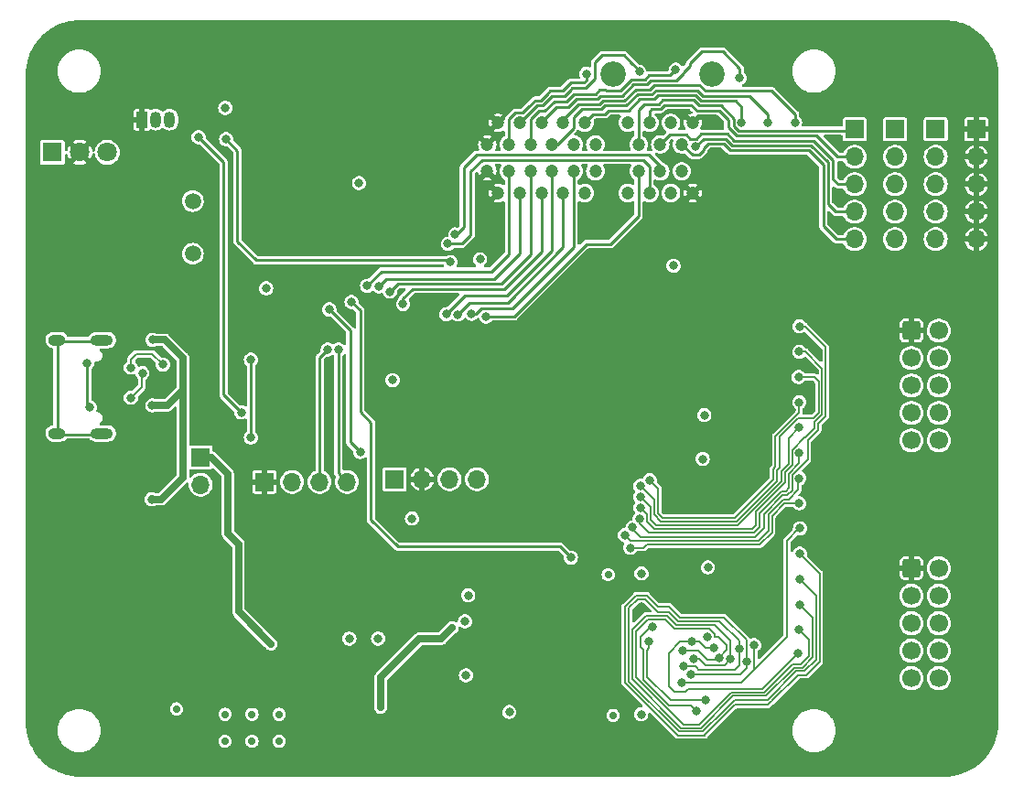
<source format=gbr>
%TF.GenerationSoftware,KiCad,Pcbnew,7.0.11-7.0.11~ubuntu22.04.1*%
%TF.CreationDate,2024-09-03T00:59:23+02:00*%
%TF.ProjectId,JTAGFinder,4a544147-4669-46e6-9465-722e6b696361,rev?*%
%TF.SameCoordinates,Original*%
%TF.FileFunction,Copper,L6,Bot*%
%TF.FilePolarity,Positive*%
%FSLAX46Y46*%
G04 Gerber Fmt 4.6, Leading zero omitted, Abs format (unit mm)*
G04 Created by KiCad (PCBNEW 7.0.11-7.0.11~ubuntu22.04.1) date 2024-09-03 00:59:23*
%MOMM*%
%LPD*%
G01*
G04 APERTURE LIST*
G04 Aperture macros list*
%AMRoundRect*
0 Rectangle with rounded corners*
0 $1 Rounding radius*
0 $2 $3 $4 $5 $6 $7 $8 $9 X,Y pos of 4 corners*
0 Add a 4 corners polygon primitive as box body*
4,1,4,$2,$3,$4,$5,$6,$7,$8,$9,$2,$3,0*
0 Add four circle primitives for the rounded corners*
1,1,$1+$1,$2,$3*
1,1,$1+$1,$4,$5*
1,1,$1+$1,$6,$7*
1,1,$1+$1,$8,$9*
0 Add four rect primitives between the rounded corners*
20,1,$1+$1,$2,$3,$4,$5,0*
20,1,$1+$1,$4,$5,$6,$7,0*
20,1,$1+$1,$6,$7,$8,$9,0*
20,1,$1+$1,$8,$9,$2,$3,0*%
G04 Aperture macros list end*
%TA.AperFunction,ComponentPad*%
%ADD10R,1.700000X1.700000*%
%TD*%
%TA.AperFunction,ComponentPad*%
%ADD11O,1.700000X1.700000*%
%TD*%
%TA.AperFunction,ComponentPad*%
%ADD12RoundRect,0.250000X-0.600000X-0.600000X0.600000X-0.600000X0.600000X0.600000X-0.600000X0.600000X0*%
%TD*%
%TA.AperFunction,ComponentPad*%
%ADD13C,1.700000*%
%TD*%
%TA.AperFunction,ComponentPad*%
%ADD14R,1.800000X1.800000*%
%TD*%
%TA.AperFunction,ComponentPad*%
%ADD15C,1.800000*%
%TD*%
%TA.AperFunction,ComponentPad*%
%ADD16R,1.050000X1.500000*%
%TD*%
%TA.AperFunction,ComponentPad*%
%ADD17O,1.050000X1.500000*%
%TD*%
%TA.AperFunction,ComponentPad*%
%ADD18C,1.500000*%
%TD*%
%TA.AperFunction,ComponentPad*%
%ADD19C,2.350000*%
%TD*%
%TA.AperFunction,ComponentPad*%
%ADD20C,1.200000*%
%TD*%
%TA.AperFunction,ComponentPad*%
%ADD21O,2.100000X1.000000*%
%TD*%
%TA.AperFunction,ComponentPad*%
%ADD22O,1.600000X1.000000*%
%TD*%
%TA.AperFunction,ViaPad*%
%ADD23C,0.700000*%
%TD*%
%TA.AperFunction,ViaPad*%
%ADD24C,0.800000*%
%TD*%
%TA.AperFunction,ViaPad*%
%ADD25C,1.000000*%
%TD*%
%TA.AperFunction,Conductor*%
%ADD26C,0.635000*%
%TD*%
%TA.AperFunction,Conductor*%
%ADD27C,0.254000*%
%TD*%
%TA.AperFunction,Conductor*%
%ADD28C,0.250000*%
%TD*%
%TA.AperFunction,Conductor*%
%ADD29C,0.127000*%
%TD*%
%TA.AperFunction,Conductor*%
%ADD30C,0.200000*%
%TD*%
G04 APERTURE END LIST*
D10*
%TO.P,J11,1,Pin_1*%
%TO.N,+5V*%
X120250000Y-98710000D03*
D11*
%TO.P,J11,2,Pin_2*%
%TO.N,VCC*%
X120250000Y-101250000D03*
%TD*%
D10*
%TO.P,J5,1,Pin_1*%
%TO.N,+3.3V*%
X138200000Y-100750000D03*
D11*
%TO.P,J5,2,Pin_2*%
%TO.N,GND*%
X140740000Y-100750000D03*
%TO.P,J5,3,Pin_3*%
%TO.N,TXD*%
X143280000Y-100750000D03*
%TO.P,J5,4,Pin_4*%
%TO.N,RXD*%
X145820000Y-100750000D03*
%TD*%
D10*
%TO.P,J7,1,Pin_1*%
%TO.N,GND*%
X192000000Y-68380000D03*
D11*
%TO.P,J7,2,Pin_2*%
X192000000Y-70920000D03*
%TO.P,J7,3,Pin_3*%
X192000000Y-73460000D03*
%TO.P,J7,4,Pin_4*%
X192000000Y-76000000D03*
%TO.P,J7,5,Pin_5*%
X192000000Y-78540000D03*
%TD*%
D10*
%TO.P,J8,1,Pin_1*%
%TO.N,P19*%
X180750000Y-68380000D03*
D11*
%TO.P,J8,2,Pin_2*%
%TO.N,P20*%
X180750000Y-70920000D03*
%TO.P,J8,3,Pin_3*%
%TO.N,P21*%
X180750000Y-73460000D03*
%TO.P,J8,4,Pin_4*%
%TO.N,P22*%
X180750000Y-76000000D03*
%TO.P,J8,5,Pin_5*%
%TO.N,P23*%
X180750000Y-78540000D03*
%TD*%
D12*
%TO.P,J1,1,Pin_1*%
%TO.N,GND*%
X186000000Y-109000000D03*
D13*
%TO.P,J1,2,Pin_2*%
%TO.N,/Protected Output/C00*%
X188540000Y-109000000D03*
%TO.P,J1,3,Pin_3*%
%TO.N,Vdrive*%
X186000000Y-111540000D03*
%TO.P,J1,4,Pin_4*%
%TO.N,/Protected Output/C01*%
X188540000Y-111540000D03*
%TO.P,J1,5,Pin_5*%
%TO.N,/Protected Output/C02*%
X186000000Y-114080000D03*
%TO.P,J1,6,Pin_6*%
%TO.N,/Protected Output/C03*%
X188540000Y-114080000D03*
%TO.P,J1,7,Pin_7*%
%TO.N,/Protected Output/C04*%
X186000000Y-116620000D03*
%TO.P,J1,8,Pin_8*%
%TO.N,/Protected Output/C05*%
X188540000Y-116620000D03*
%TO.P,J1,9,Pin_9*%
%TO.N,/Protected Output/C06*%
X186000000Y-119160000D03*
%TO.P,J1,10,Pin_10*%
%TO.N,/Protected Output/C07*%
X188540000Y-119160000D03*
%TD*%
D10*
%TO.P,J10,1,Pin_1*%
%TO.N,Vdrive*%
X188250000Y-68380000D03*
D11*
%TO.P,J10,2,Pin_2*%
X188250000Y-70920000D03*
%TO.P,J10,3,Pin_3*%
X188250000Y-73460000D03*
%TO.P,J10,4,Pin_4*%
X188250000Y-76000000D03*
%TO.P,J10,5,Pin_5*%
X188250000Y-78540000D03*
%TD*%
D12*
%TO.P,J2,1,Pin_1*%
%TO.N,GND*%
X186000000Y-87000000D03*
D13*
%TO.P,J2,2,Pin_2*%
%TO.N,/Protected Output/C08*%
X188540000Y-87000000D03*
%TO.P,J2,3,Pin_3*%
%TO.N,Vdrive*%
X186000000Y-89540000D03*
%TO.P,J2,4,Pin_4*%
%TO.N,/Protected Output/C09*%
X188540000Y-89540000D03*
%TO.P,J2,5,Pin_5*%
%TO.N,/Protected Output/C10*%
X186000000Y-92080000D03*
%TO.P,J2,6,Pin_6*%
%TO.N,/Protected Output/C11*%
X188540000Y-92080000D03*
%TO.P,J2,7,Pin_7*%
%TO.N,/Protected Output/C12*%
X186000000Y-94620000D03*
%TO.P,J2,8,Pin_8*%
%TO.N,/Protected Output/C13*%
X188540000Y-94620000D03*
%TO.P,J2,9,Pin_9*%
%TO.N,/Protected Output/C14*%
X186000000Y-97160000D03*
%TO.P,J2,10,Pin_10*%
%TO.N,/Protected Output/C15*%
X188540000Y-97160000D03*
%TD*%
D10*
%TO.P,J9,1,Pin_1*%
%TO.N,+3.3V*%
X184500000Y-68380000D03*
D11*
%TO.P,J9,2,Pin_2*%
X184500000Y-70920000D03*
%TO.P,J9,3,Pin_3*%
X184500000Y-73460000D03*
%TO.P,J9,4,Pin_4*%
X184500000Y-76000000D03*
%TO.P,J9,5,Pin_5*%
X184500000Y-78540000D03*
%TD*%
D10*
%TO.P,J3,1,Pin_1*%
%TO.N,GND*%
X126170000Y-101000000D03*
D11*
%TO.P,J3,2,Pin_2*%
%TO.N,+3.3V*%
X128710000Y-101000000D03*
%TO.P,J3,3,Pin_3*%
%TO.N,SCL*%
X131250000Y-101000000D03*
%TO.P,J3,4,Pin_4*%
%TO.N,SDA*%
X133790000Y-101000000D03*
%TD*%
D14*
%TO.P,D2,1,A1*%
%TO.N,Net-(D2-A1)*%
X106527600Y-70510400D03*
D15*
%TO.P,D2,2,K*%
%TO.N,GND*%
X109067600Y-70510400D03*
%TO.P,D2,3,A2*%
%TO.N,Net-(D2-A2)*%
X111607600Y-70510400D03*
%TD*%
D16*
%TO.P,Q1,1,E*%
%TO.N,GND*%
X114834998Y-67475000D03*
D17*
%TO.P,Q1,2,B*%
%TO.N,Net-(Q1-B)*%
X116104998Y-67475000D03*
%TO.P,Q1,3,C*%
%TO.N,/uController/ ~RES*%
X117374998Y-67475000D03*
%TD*%
D18*
%TO.P,Y1,1,1*%
%TO.N,/uController/XO*%
X119522000Y-79895000D03*
%TO.P,Y1,2,2*%
%TO.N,/uController/XI*%
X119522000Y-75015000D03*
%TD*%
D19*
%TO.P,J6,*%
%TO.N,*%
X167565000Y-63275000D03*
X158415000Y-63275000D03*
D20*
%TO.P,J6,A1*%
%TO.N,GND*%
X146765000Y-69775000D03*
%TO.P,J6,A2*%
X147765000Y-67775000D03*
%TO.P,J6,A3*%
%TO.N,P12*%
X148765000Y-69775000D03*
%TO.P,J6,A4*%
%TO.N,P13*%
X149765000Y-67775000D03*
%TO.P,J6,A5*%
%TO.N,P14*%
X150765000Y-69775000D03*
%TO.P,J6,A6*%
%TO.N,P15*%
X151765000Y-67775000D03*
%TO.P,J6,A7*%
%TO.N,P16*%
X152765000Y-69775000D03*
%TO.P,J6,A8*%
%TO.N,P17*%
X153765000Y-67775000D03*
%TO.P,J6,A9*%
%TO.N,P18*%
X155765000Y-67775000D03*
%TO.P,J6,A10*%
%TO.N,+3.3V*%
X154765000Y-69775000D03*
%TO.P,J6,A11*%
X156765000Y-69775000D03*
%TO.P,J6,A12*%
X159765000Y-67775000D03*
%TO.P,J6,A13*%
%TO.N,P19*%
X160765000Y-69775000D03*
%TO.P,J6,A14*%
%TO.N,P20*%
X161765000Y-67775000D03*
%TO.P,J6,A15*%
%TO.N,P21*%
X162765000Y-69775000D03*
%TO.P,J6,A16*%
%TO.N,P22*%
X163765000Y-67775000D03*
%TO.P,J6,A17*%
%TO.N,P23*%
X164765000Y-69775000D03*
%TO.P,J6,A18*%
%TO.N,GND*%
X165765000Y-67775000D03*
%TO.P,J6,B1*%
X146765000Y-72275000D03*
%TO.P,J6,B2*%
X147765000Y-74275000D03*
%TO.P,J6,B3*%
%TO.N,P0*%
X148765000Y-72275000D03*
%TO.P,J6,B4*%
%TO.N,P1*%
X149765000Y-74275000D03*
%TO.P,J6,B5*%
%TO.N,P2*%
X150765000Y-72275000D03*
%TO.P,J6,B6*%
%TO.N,P3*%
X151765000Y-74275000D03*
%TO.P,J6,B7*%
%TO.N,P4*%
X152765000Y-72275000D03*
%TO.P,J6,B8*%
%TO.N,P5*%
X153765000Y-74275000D03*
%TO.P,J6,B9*%
%TO.N,P6*%
X154765000Y-72275000D03*
%TO.P,J6,B10*%
%TO.N,+3.3V*%
X155765000Y-74275000D03*
%TO.P,J6,B11*%
X156765000Y-72275000D03*
%TO.P,J6,B12*%
X159765000Y-74275000D03*
%TO.P,J6,B13*%
%TO.N,P7*%
X160765000Y-72275000D03*
%TO.P,J6,B14*%
%TO.N,P8*%
X161765000Y-74275000D03*
%TO.P,J6,B15*%
%TO.N,P9*%
X162765000Y-72275000D03*
%TO.P,J6,B16*%
%TO.N,P10*%
X163765000Y-74275000D03*
%TO.P,J6,B17*%
%TO.N,P11*%
X164765000Y-72275000D03*
%TO.P,J6,B18*%
%TO.N,GND*%
X165765000Y-74275000D03*
%TD*%
D21*
%TO.P,J4,S1,SHIELD*%
%TO.N,/USB_input_interface/shield*%
X111114000Y-87880000D03*
D22*
X106934000Y-87880000D03*
D21*
X111114000Y-96520000D03*
D22*
X106934000Y-96520000D03*
%TD*%
D23*
%TO.N,+3.3V*%
X125000000Y-125000000D03*
X122500000Y-125000000D03*
X122500000Y-122500000D03*
X125000000Y-122500000D03*
X127500000Y-122500000D03*
X127500000Y-125000000D03*
%TO.N,+5V*%
X136900000Y-121850000D03*
X143500000Y-114500000D03*
X126750000Y-116000000D03*
%TO.N,GND*%
X144250000Y-92250000D03*
X140000000Y-90250000D03*
X158750000Y-69500000D03*
X158500000Y-72750000D03*
X152250000Y-84750000D03*
X153000000Y-111000000D03*
%TO.N,+3.3V*%
X157950000Y-109580000D03*
X158400000Y-122600000D03*
X118000000Y-122000000D03*
D24*
%TO.N,~DTR*%
X124000000Y-94575000D03*
X120050000Y-69100000D03*
%TO.N,+3.3V*%
X164000000Y-81000000D03*
X126300000Y-83100000D03*
X122529600Y-66395600D03*
X146100000Y-80400000D03*
X134900000Y-73350000D03*
X138000000Y-91575000D03*
X136667000Y-115500000D03*
X134000000Y-115500000D03*
X139800000Y-104400000D03*
%TO.N,GND*%
X124125000Y-86650000D03*
X162864800Y-95097600D03*
X121200000Y-90600000D03*
X157950000Y-112400000D03*
X161025000Y-112525000D03*
X134850000Y-70475000D03*
X142500000Y-108500000D03*
X134000000Y-85500000D03*
D25*
X134500000Y-103500000D03*
D24*
%TO.N,SCL*%
X132000000Y-88750000D03*
%TO.N,SDA*%
X133000000Y-88750000D03*
%TO.N,VDD*%
X115775000Y-93925000D03*
X115800000Y-87862500D03*
X115722400Y-102619600D03*
%TO.N,VBUS*%
X110000000Y-94122691D03*
X109750000Y-90000000D03*
%TO.N,Vdrive*%
X145000000Y-111500000D03*
X166700000Y-98875000D03*
X161036000Y-109474000D03*
X148800000Y-122300000D03*
X144700000Y-113900000D03*
X167125000Y-115350000D03*
X166850000Y-94825000D03*
X144800000Y-118900000D03*
X161000000Y-122500000D03*
X167175000Y-108925000D03*
%TO.N,/uController/ ~RES*%
X143350000Y-80650000D03*
X122600000Y-69300000D03*
%TO.N,~EN_MIC2025*%
X124900000Y-96900000D03*
X124900000Y-89700000D03*
%TO.N,DACOUT*%
X135000000Y-98250000D03*
X132150000Y-85050000D03*
%TO.N,CH00*%
X171450000Y-116100000D03*
X164750000Y-119550000D03*
X175687800Y-105308400D03*
%TO.N,CH01*%
X165600000Y-118850000D03*
X170750000Y-117650000D03*
X175677100Y-107645200D03*
%TO.N,CH02*%
X170050000Y-116450000D03*
X175651700Y-110007400D03*
X164950000Y-118050000D03*
%TO.N,CH03*%
X169250000Y-117400000D03*
X175651700Y-112344200D03*
X165900000Y-117350000D03*
%TO.N,CH04*%
X168200000Y-117250000D03*
X164850000Y-116600000D03*
X175637000Y-114681000D03*
%TO.N,CH05*%
X175514000Y-116840000D03*
X165650000Y-115800000D03*
X167700000Y-116350000D03*
%TO.N,CH06*%
X161725000Y-115725000D03*
X166975000Y-121225000D03*
%TO.N,CH07*%
X166116000Y-122174000D03*
X162025000Y-114375000D03*
%TO.N,CH08*%
X175637000Y-102997000D03*
X159996913Y-107088598D03*
%TO.N,CH09*%
X175637000Y-100656568D03*
X159512000Y-105918000D03*
%TO.N,CH10*%
X160218755Y-105211245D03*
X175641000Y-86614000D03*
%TO.N,CH11*%
X175637000Y-98316140D03*
X160850669Y-104436848D03*
%TO.N,CH12*%
X175637000Y-88954428D03*
X160909000Y-103378000D03*
%TO.N,CH13*%
X160909000Y-102378497D03*
X175637000Y-95975712D03*
%TO.N,CH14*%
X160909000Y-101378994D03*
X175575500Y-91294856D03*
%TO.N,CH15*%
X175637000Y-93635284D03*
X161798000Y-100838000D03*
%TO.N,/USB_input_interface/USBN*%
X113792000Y-90424000D03*
X116750000Y-90137500D03*
%TO.N,/USB_input_interface/USBP*%
X113792000Y-93218000D03*
X114850000Y-90932000D03*
%TO.N,P7*%
X146675000Y-85700000D03*
%TO.N,P6*%
X145325000Y-85450000D03*
%TO.N,P5*%
X144050000Y-85500000D03*
%TO.N,P4*%
X142975000Y-85475000D03*
%TO.N,P3*%
X138975000Y-84550000D03*
%TO.N,P2*%
X137750000Y-83400000D03*
%TO.N,P1*%
X136750000Y-82900000D03*
%TO.N,TXSOE*%
X154500000Y-108000000D03*
X134200000Y-84350000D03*
%TO.N,P15*%
X170125000Y-63625000D03*
%TO.N,P14*%
X164200000Y-62850000D03*
%TO.N,P13*%
X160825000Y-63050000D03*
%TO.N,P12*%
X155925000Y-63250000D03*
%TO.N,P9*%
X143800000Y-78100000D03*
%TO.N,P22*%
X166048000Y-70000000D03*
%TO.N,P18*%
X170301548Y-67787500D03*
%TO.N,P17*%
X175250000Y-67787500D03*
%TO.N,P8*%
X143125000Y-78975000D03*
%TO.N,P16*%
X172750000Y-67787500D03*
%TO.N,P0*%
X135650000Y-82850000D03*
%TD*%
D26*
%TO.N,+5V*%
X120250000Y-98710000D02*
X121210000Y-98710000D01*
X121210000Y-98710000D02*
X122750000Y-100250000D01*
X122750000Y-100250000D02*
X122750000Y-105750000D01*
X122750000Y-105750000D02*
X123750000Y-106750000D01*
X123750000Y-106750000D02*
X123750000Y-113000000D01*
X123750000Y-113000000D02*
X126750000Y-116000000D01*
X143500000Y-114500000D02*
X142500000Y-115500000D01*
X142500000Y-115500000D02*
X140500000Y-115500000D01*
X140500000Y-115500000D02*
X136900000Y-119100000D01*
X136900000Y-119100000D02*
X136900000Y-121850000D01*
D27*
%TO.N,~DTR*%
X124000000Y-94575000D02*
X122350000Y-92925000D01*
X122350000Y-71400000D02*
X120050000Y-69100000D01*
X122350000Y-92925000D02*
X122350000Y-71400000D01*
D28*
%TO.N,SCL*%
X132000000Y-88750000D02*
X131250000Y-89500000D01*
X131250000Y-89500000D02*
X131250000Y-101000000D01*
%TO.N,SDA*%
X133000000Y-88750000D02*
X133000000Y-100210000D01*
X133000000Y-100210000D02*
X133790000Y-101000000D01*
D26*
%TO.N,VDD*%
X115775000Y-93925000D02*
X117149000Y-93925000D01*
X118618000Y-100584000D02*
X116582400Y-102619600D01*
X115775000Y-102567000D02*
X115722400Y-102619600D01*
X116944250Y-87862500D02*
X115800000Y-87862500D01*
X118618000Y-89536250D02*
X116944250Y-87862500D01*
X117149000Y-93925000D02*
X118618000Y-92456000D01*
X116582400Y-102619600D02*
X115722400Y-102619600D01*
X118618000Y-92456000D02*
X118618000Y-91948000D01*
X118618000Y-91948000D02*
X118618000Y-89536250D01*
X118618000Y-91948000D02*
X118618000Y-100584000D01*
D28*
%TO.N,VBUS*%
X109750000Y-93872691D02*
X110000000Y-94122691D01*
X109750000Y-90000000D02*
X109750000Y-93872691D01*
D27*
%TO.N,/USB_input_interface/shield*%
X111170000Y-87955000D02*
X106990000Y-87955000D01*
D28*
X106990000Y-96595000D02*
X106990000Y-87955000D01*
X111170000Y-96595000D02*
X106990000Y-96595000D01*
D27*
%TO.N,/uController/ ~RES*%
X123650000Y-70350000D02*
X122600000Y-69300000D01*
X143350000Y-80650000D02*
X143200000Y-80500000D01*
X123650000Y-78750000D02*
X123650000Y-70350000D01*
X143200000Y-80500000D02*
X125400000Y-80500000D01*
X125400000Y-80500000D02*
X123650000Y-78750000D01*
%TO.N,~EN_MIC2025*%
X124900000Y-96900000D02*
X124900000Y-89700000D01*
%TO.N,DACOUT*%
X134100000Y-87000000D02*
X132150000Y-85050000D01*
X135000000Y-98250000D02*
X134100000Y-97350000D01*
X134100000Y-97350000D02*
X134100000Y-87000000D01*
D29*
%TO.N,CH00*%
X175615600Y-105308400D02*
X175687800Y-105308400D01*
X171000000Y-118800000D02*
X171450000Y-118350000D01*
X174498000Y-106426000D02*
X175615600Y-105308400D01*
X170427000Y-119373000D02*
X171000000Y-118800000D01*
X164750000Y-119550000D02*
X170250000Y-119550000D01*
X170427000Y-119373000D02*
X174498000Y-115302000D01*
X171450000Y-118350000D02*
X171450000Y-116100000D01*
X174498000Y-115302000D02*
X174498000Y-106426000D01*
X170250000Y-119550000D02*
X170427000Y-119373000D01*
%TO.N,CH01*%
X164383552Y-124460000D02*
X166878000Y-124460000D01*
X170150000Y-118850000D02*
X170500000Y-118500000D01*
X160499500Y-111534500D02*
X159512000Y-112522000D01*
X170500000Y-118500000D02*
X170750000Y-118250000D01*
X162560000Y-112522000D02*
X161572500Y-111534500D01*
X169649224Y-121643224D02*
X172697224Y-121643224D01*
X159512000Y-112522000D02*
X159512000Y-119588448D01*
X172697224Y-121643224D02*
X173047000Y-121293448D01*
X159512000Y-119588448D02*
X164383552Y-124460000D01*
X166878000Y-124460000D02*
X166878000Y-124414448D01*
X164592000Y-113538000D02*
X163576000Y-112522000D01*
X170750000Y-115632000D02*
X168656000Y-113538000D01*
X161572500Y-111534500D02*
X160499500Y-111534500D01*
X177511000Y-109479100D02*
X175677100Y-107645200D01*
X175514000Y-118872000D02*
X176276000Y-118872000D01*
X176276000Y-118872000D02*
X177511000Y-117637000D01*
X173092552Y-121293448D02*
X175514000Y-118872000D01*
X163576000Y-112522000D02*
X162560000Y-112522000D01*
X166878000Y-124414448D02*
X169649224Y-121643224D01*
X177511000Y-117637000D02*
X177511000Y-109479100D01*
X165600000Y-118850000D02*
X170150000Y-118850000D01*
X168656000Y-113538000D02*
X164592000Y-113538000D01*
X170750000Y-117650000D02*
X170750000Y-115632000D01*
X173047000Y-121293448D02*
X173092552Y-121293448D01*
X170750000Y-118250000D02*
X170750000Y-117650000D01*
%TO.N,CH02*%
X166732000Y-124098000D02*
X168656000Y-122174000D01*
X172720000Y-121158000D02*
X175368000Y-118510000D01*
X159874000Y-112668000D02*
X159874000Y-119488000D01*
X169700000Y-118350000D02*
X166300000Y-118350000D01*
X170050000Y-115694000D02*
X168256000Y-113900000D01*
X169672000Y-121158000D02*
X172720000Y-121158000D01*
X176130000Y-118510000D02*
X177184000Y-117456000D01*
X164400448Y-113900000D02*
X163557948Y-113057500D01*
X170050000Y-116450000D02*
X170050000Y-115694000D01*
X161391500Y-111861500D02*
X160680500Y-111861500D01*
X159874000Y-119488000D02*
X164484000Y-124098000D01*
X166300000Y-118350000D02*
X166200000Y-118250000D01*
X160680500Y-111861500D02*
X159874000Y-112668000D01*
X177184000Y-111539700D02*
X175651700Y-110007400D01*
X163557948Y-113057500D02*
X162587500Y-113057500D01*
X162587500Y-113057500D02*
X161391500Y-111861500D01*
X164484000Y-124098000D02*
X166732000Y-124098000D01*
X175368000Y-118510000D02*
X176130000Y-118510000D01*
X166200000Y-118250000D02*
X166000000Y-118050000D01*
X177184000Y-117456000D02*
X177184000Y-111539700D01*
X168256000Y-113900000D02*
X164400448Y-113900000D01*
X170050000Y-118000000D02*
X169700000Y-118350000D01*
X170050000Y-116450000D02*
X170050000Y-118000000D01*
X168656000Y-122174000D02*
X169672000Y-121158000D01*
X166000000Y-118050000D02*
X164950000Y-118050000D01*
%TO.N,CH03*%
X169250000Y-115656000D02*
X167821000Y-114227000D01*
X169250000Y-117400000D02*
X169250000Y-115656000D01*
X168700000Y-117950000D02*
X169250000Y-117400000D01*
X172574000Y-120796000D02*
X175187000Y-118183000D01*
X166551000Y-123771000D02*
X169526000Y-120796000D01*
X166350000Y-117350000D02*
X166800000Y-117800000D01*
X168300000Y-117950000D02*
X168700000Y-117950000D01*
X161443500Y-113384500D02*
X160201000Y-114627000D01*
X166800000Y-117800000D02*
X166950000Y-117950000D01*
X176857000Y-113549500D02*
X175651700Y-112344200D01*
X175903448Y-118183000D02*
X176857000Y-117229448D01*
X165900000Y-117350000D02*
X166350000Y-117350000D01*
X167821000Y-114227000D02*
X164265000Y-114227000D01*
X164265000Y-114227000D02*
X163422500Y-113384500D01*
X164710552Y-123771000D02*
X166551000Y-123771000D01*
X160201000Y-114627000D02*
X160201000Y-119261448D01*
X176857000Y-117229448D02*
X176857000Y-113549500D01*
X169526000Y-120796000D02*
X172574000Y-120796000D01*
X175187000Y-118183000D02*
X175903448Y-118183000D01*
X163422500Y-113384500D02*
X161443500Y-113384500D01*
X166950000Y-117950000D02*
X168300000Y-117950000D01*
X160201000Y-119261448D02*
X164710552Y-123771000D01*
%TO.N,CH04*%
X167788500Y-115075169D02*
X167267331Y-114554000D01*
X166370000Y-123444000D02*
X169345000Y-120469000D01*
X161624500Y-113711500D02*
X160528000Y-114808000D01*
X168910000Y-116078000D02*
X168148000Y-115316000D01*
X167788500Y-115316000D02*
X167788500Y-115075169D01*
X168200000Y-117250000D02*
X168000000Y-117450000D01*
X160528000Y-114808000D02*
X160528000Y-119080448D01*
X168200000Y-117250000D02*
X168910000Y-116540000D01*
X168910000Y-116540000D02*
X168910000Y-116078000D01*
X172393000Y-120469000D02*
X175006000Y-117856000D01*
X169345000Y-120469000D02*
X172393000Y-120469000D01*
X167267331Y-114554000D02*
X164084000Y-114554000D01*
X168148000Y-115316000D02*
X167788500Y-115316000D01*
X160528000Y-119080448D02*
X164891552Y-123444000D01*
X168000000Y-117450000D02*
X167100000Y-117450000D01*
X167100000Y-117450000D02*
X166250000Y-116600000D01*
X164891552Y-123444000D02*
X166370000Y-123444000D01*
X176530000Y-115574000D02*
X175637000Y-114681000D01*
X175768000Y-117856000D02*
X176530000Y-117094000D01*
X164084000Y-114554000D02*
X163241500Y-113711500D01*
X176530000Y-117094000D02*
X176530000Y-115574000D01*
X166250000Y-116600000D02*
X164850000Y-116600000D01*
X175006000Y-117856000D02*
X175768000Y-117856000D01*
X163241500Y-113711500D02*
X161624500Y-113711500D01*
%TO.N,CH05*%
X172212000Y-120142000D02*
X165354000Y-120142000D01*
X175514000Y-116840000D02*
X172212000Y-120142000D01*
X163576000Y-119888000D02*
X163576000Y-116840000D01*
X164616000Y-115800000D02*
X165650000Y-115800000D01*
X167700000Y-116350000D02*
X166950000Y-116350000D01*
X166950000Y-116350000D02*
X166550000Y-115950000D01*
X163576000Y-116840000D02*
X164616000Y-115800000D01*
X166550000Y-115950000D02*
X166400000Y-115800000D01*
X164084000Y-120396000D02*
X163576000Y-119888000D01*
X166400000Y-115800000D02*
X165650000Y-115800000D01*
X165100000Y-120396000D02*
X164084000Y-120396000D01*
X165354000Y-120142000D02*
X165100000Y-120396000D01*
%TO.N,CH06*%
X161544000Y-116581000D02*
X161725000Y-116400000D01*
X161725000Y-116400000D02*
X161725000Y-115725000D01*
X163700000Y-121225000D02*
X161544000Y-119069000D01*
X166975000Y-121225000D02*
X163700000Y-121225000D01*
X161544000Y-119069000D02*
X161544000Y-116581000D01*
%TO.N,CH07*%
X166116000Y-122174000D02*
X165608000Y-121666000D01*
X160975000Y-115300000D02*
X161900000Y-114375000D01*
X165608000Y-121666000D02*
X163576000Y-121666000D01*
X163576000Y-121666000D02*
X161217000Y-119307000D01*
X160975000Y-116271000D02*
X160975000Y-115300000D01*
X161217000Y-116513000D02*
X160975000Y-116271000D01*
X161900000Y-114375000D02*
X162025000Y-114375000D01*
X161217000Y-119307000D02*
X161217000Y-116513000D01*
%TO.N,CH08*%
X174244000Y-102997000D02*
X175637000Y-102997000D01*
X159996913Y-107088598D02*
X161218402Y-107088598D01*
X171958000Y-106807000D02*
X173101000Y-105664000D01*
X173101000Y-104140000D02*
X174244000Y-102997000D01*
X173101000Y-105664000D02*
X173101000Y-104140000D01*
X161500000Y-106807000D02*
X171958000Y-106807000D01*
X161218402Y-107088598D02*
X161500000Y-106807000D01*
%TO.N,CH09*%
X174625000Y-102616000D02*
X175514000Y-101727000D01*
X159512000Y-105918000D02*
X160020000Y-106426000D01*
X175514000Y-101727000D02*
X175514000Y-100779568D01*
X175514000Y-100779568D02*
X175637000Y-100656568D01*
X172774000Y-105528552D02*
X172774000Y-104004552D01*
X172774000Y-104004552D02*
X174162552Y-102616000D01*
X171876552Y-106426000D02*
X172774000Y-105528552D01*
X160020000Y-106426000D02*
X171876552Y-106426000D01*
X174162552Y-102616000D02*
X174625000Y-102616000D01*
%TO.N,CH10*%
X160218755Y-105211245D02*
X160218755Y-105354755D01*
X176403000Y-97155000D02*
X177365000Y-96193000D01*
X174081104Y-102235000D02*
X174498000Y-102235000D01*
X177365000Y-95631000D02*
X178073000Y-94923000D01*
X172339000Y-103977104D02*
X174081104Y-102235000D01*
X160218755Y-105354755D02*
X160963000Y-106099000D01*
X176149000Y-86614000D02*
X175641000Y-86614000D01*
X160963000Y-106099000D02*
X171523000Y-106099000D01*
X174498000Y-102235000D02*
X174973500Y-101759500D01*
X176403000Y-98952237D02*
X176403000Y-97155000D01*
X171523000Y-106099000D02*
X172339000Y-105283000D01*
X172339000Y-105283000D02*
X172339000Y-103977104D01*
X174973500Y-101759500D02*
X174973500Y-100381737D01*
X177365000Y-96193000D02*
X177365000Y-95631000D01*
X174973500Y-100381737D02*
X176403000Y-98952237D01*
X178073000Y-94923000D02*
X178073000Y-88538000D01*
X178073000Y-88538000D02*
X176149000Y-86614000D01*
%TO.N,CH11*%
X173999656Y-101854000D02*
X174371000Y-101854000D01*
X174646500Y-101578500D02*
X174646500Y-100246289D01*
X174371000Y-101854000D02*
X174646500Y-101578500D01*
X171450000Y-105664000D02*
X171958000Y-105156000D01*
X175637000Y-99255789D02*
X175637000Y-98316140D01*
X160850669Y-104843669D02*
X161671000Y-105664000D01*
X160850669Y-104436848D02*
X160850669Y-104843669D01*
X161671000Y-105664000D02*
X171450000Y-105664000D01*
X174646500Y-100246289D02*
X175637000Y-99255789D01*
X171958000Y-103895656D02*
X173999656Y-101854000D01*
X171958000Y-105156000D02*
X171958000Y-103895656D01*
%TO.N,CH12*%
X176203428Y-88954428D02*
X175637000Y-88954428D01*
X174319500Y-101071708D02*
X174319500Y-100110841D01*
X171631000Y-104975000D02*
X171631000Y-103760208D01*
X177746000Y-90497000D02*
X176203428Y-88954428D01*
X161544000Y-104648000D02*
X162233000Y-105337000D01*
X174997671Y-99432670D02*
X174973500Y-99408499D01*
X162233000Y-105337000D02*
X171269000Y-105337000D01*
X174973500Y-99408499D02*
X174973500Y-98041309D01*
X171631000Y-103760208D02*
X174319500Y-101071708D01*
X161544000Y-104013000D02*
X161544000Y-104648000D01*
X174973500Y-98041309D02*
X176113809Y-96901000D01*
X171269000Y-105337000D02*
X171631000Y-104975000D01*
X177746000Y-94750448D02*
X177746000Y-90497000D01*
X176113809Y-96901000D02*
X176149000Y-96901000D01*
X177038000Y-95458448D02*
X177746000Y-94750448D01*
X160909000Y-103378000D02*
X161544000Y-104013000D01*
X174319500Y-100110841D02*
X174997671Y-99432670D01*
X176149000Y-96901000D02*
X177038000Y-96012000D01*
X177038000Y-96012000D02*
X177038000Y-95458448D01*
%TO.N,CH13*%
X173990000Y-100938760D02*
X173990000Y-99977893D01*
X161871000Y-103340497D02*
X161871000Y-104467000D01*
X161871000Y-104467000D02*
X162414000Y-105010000D01*
X173990000Y-99977893D02*
X174625000Y-99342893D01*
X162414000Y-105010000D02*
X169945000Y-105010000D01*
X174625000Y-96987712D02*
X175637000Y-95975712D01*
X174625000Y-99342893D02*
X174625000Y-96987712D01*
X171304000Y-103624760D02*
X173990000Y-100938760D01*
X160909000Y-102378497D02*
X161871000Y-103340497D01*
X171304000Y-103651000D02*
X171304000Y-103624760D01*
X169945000Y-105010000D02*
X171304000Y-103651000D01*
%TO.N,CH14*%
X162198000Y-104032000D02*
X162814000Y-104648000D01*
X177019856Y-91294856D02*
X175575500Y-91294856D01*
X173555156Y-100911156D02*
X173555156Y-99950289D01*
X169844552Y-104648000D02*
X170583776Y-103908776D01*
X160909000Y-101378994D02*
X162198000Y-102667994D01*
X177419000Y-91694000D02*
X177019856Y-91294856D01*
X173854552Y-99650893D02*
X173854552Y-96819829D01*
X177419000Y-94615000D02*
X177419000Y-91694000D01*
X173854552Y-96819829D02*
X175551381Y-95123000D01*
X170583776Y-103908776D02*
X170583776Y-103882536D01*
X173555156Y-99950289D02*
X173854552Y-99650893D01*
X162814000Y-104648000D02*
X169844552Y-104648000D01*
X176911000Y-95123000D02*
X177419000Y-94615000D01*
X175551381Y-95123000D02*
X176911000Y-95123000D01*
X170583776Y-103882536D02*
X173555156Y-100911156D01*
X162198000Y-102667994D02*
X162198000Y-104032000D01*
%TO.N,CH15*%
X169682864Y-104321000D02*
X173196932Y-100806932D01*
X173419708Y-96792225D02*
X175637000Y-94574933D01*
X162560000Y-101600000D02*
X162560000Y-103931552D01*
X161798000Y-100838000D02*
X162560000Y-101600000D01*
X162560000Y-103931552D02*
X162949448Y-104321000D01*
X173196932Y-100806932D02*
X173196932Y-99846065D01*
X173419708Y-99623289D02*
X173419708Y-96792225D01*
X173196932Y-99846065D02*
X173419708Y-99623289D01*
X175637000Y-94574933D02*
X175637000Y-93635284D01*
X162949448Y-104321000D02*
X169682864Y-104321000D01*
D30*
%TO.N,/USB_input_interface/USBN*%
X114300000Y-89154000D02*
X115766500Y-89154000D01*
X113792000Y-89662000D02*
X114300000Y-89154000D01*
X115766500Y-89154000D02*
X116750000Y-90137500D01*
X113792000Y-90424000D02*
X113792000Y-89662000D01*
%TO.N,/USB_input_interface/USBP*%
X114808000Y-90974000D02*
X114850000Y-90932000D01*
X113792000Y-93218000D02*
X114808000Y-92202000D01*
X114808000Y-92202000D02*
X114808000Y-90974000D01*
D27*
%TO.N,P7*%
X149225000Y-85700000D02*
X155925000Y-79000000D01*
X155925000Y-79000000D02*
X158150000Y-79000000D01*
X160765000Y-76385000D02*
X160765000Y-72275000D01*
X146675000Y-85700000D02*
X149225000Y-85700000D01*
X158150000Y-79000000D02*
X160765000Y-76385000D01*
%TO.N,P6*%
X149075000Y-84925000D02*
X154765000Y-79235000D01*
X154765000Y-79235000D02*
X154765000Y-72275000D01*
X145675000Y-85450000D02*
X146200000Y-84925000D01*
X145325000Y-85450000D02*
X145675000Y-85450000D01*
X146200000Y-84925000D02*
X149075000Y-84925000D01*
%TO.N,P5*%
X148650000Y-84400000D02*
X153765000Y-79285000D01*
X144050000Y-85500000D02*
X145150000Y-84400000D01*
X145150000Y-84400000D02*
X148650000Y-84400000D01*
X153765000Y-79285000D02*
X153765000Y-74275000D01*
%TO.N,P4*%
X144700000Y-83725000D02*
X148625000Y-83725000D01*
X142975000Y-85475000D02*
X142975000Y-85450000D01*
X152765000Y-79585000D02*
X152765000Y-72275000D01*
X142975000Y-85450000D02*
X144700000Y-83725000D01*
X148625000Y-83725000D02*
X152765000Y-79585000D01*
%TO.N,P3*%
X148296000Y-83129000D02*
X151765000Y-79660000D01*
X143675000Y-83129000D02*
X148296000Y-83129000D01*
X138975000Y-84550000D02*
X138975000Y-84025000D01*
X139850000Y-83150000D02*
X143654000Y-83150000D01*
X138975000Y-84025000D02*
X139850000Y-83150000D01*
X151765000Y-79660000D02*
X151765000Y-74275000D01*
X143654000Y-83150000D02*
X143675000Y-83129000D01*
%TO.N,P2*%
X148075000Y-82675000D02*
X150765000Y-79985000D01*
X137750000Y-83400000D02*
X138475000Y-82675000D01*
X150765000Y-79985000D02*
X150765000Y-72275000D01*
X138475000Y-82675000D02*
X148075000Y-82675000D01*
%TO.N,P1*%
X136750000Y-82900000D02*
X137450000Y-82200000D01*
X137450000Y-82200000D02*
X147400000Y-82200000D01*
X149765000Y-79835000D02*
X149765000Y-74275000D01*
X147400000Y-82200000D02*
X149765000Y-79835000D01*
D28*
%TO.N,TXSOE*%
X154500000Y-108000000D02*
X153500000Y-107000000D01*
X135000000Y-94500000D02*
X135000000Y-85150000D01*
X136000000Y-104500000D02*
X136000000Y-95500000D01*
X135000000Y-85150000D02*
X134200000Y-84350000D01*
X138500000Y-107000000D02*
X136000000Y-104500000D01*
X136000000Y-95500000D02*
X135000000Y-94500000D01*
X153500000Y-107000000D02*
X138500000Y-107000000D01*
D27*
%TO.N,P15*%
X164927000Y-63073000D02*
X164927000Y-63151134D01*
X165521000Y-62286948D02*
X165521000Y-62479000D01*
X165521000Y-62479000D02*
X164927000Y-63073000D01*
X170125000Y-63625000D02*
X170125000Y-62750000D01*
X153150000Y-66300000D02*
X151765000Y-67685000D01*
X164927000Y-63151134D02*
X164228134Y-63850000D01*
X161519000Y-64231000D02*
X160295911Y-64231000D01*
X160295911Y-64231000D02*
X159245911Y-65281000D01*
X155000000Y-65600000D02*
X154300000Y-66300000D01*
X161900000Y-63850000D02*
X161519000Y-64231000D01*
X154300000Y-66300000D02*
X153150000Y-66300000D01*
X166636948Y-61171000D02*
X165521000Y-62286948D01*
X156942052Y-65600000D02*
X155000000Y-65600000D01*
X170125000Y-62750000D02*
X168546000Y-61171000D01*
X168546000Y-61171000D02*
X166636948Y-61171000D01*
X159245911Y-65281000D02*
X157261052Y-65281000D01*
X157261052Y-65281000D02*
X156942052Y-65600000D01*
X164228134Y-63850000D02*
X161900000Y-63850000D01*
X151765000Y-67685000D02*
X151765000Y-67775000D01*
%TO.N,P14*%
X157772141Y-64827000D02*
X157695141Y-64750000D01*
X154100000Y-65775000D02*
X152950000Y-65775000D01*
X156800000Y-65100000D02*
X154775000Y-65100000D01*
X161732948Y-63375000D02*
X161330948Y-63777000D01*
X160107859Y-63777000D02*
X159057859Y-64827000D01*
X151525000Y-66675000D02*
X150765000Y-67435000D01*
X152950000Y-65775000D02*
X152050000Y-66675000D01*
X163675000Y-63375000D02*
X161732948Y-63375000D01*
X159057859Y-64827000D02*
X157772141Y-64827000D01*
X161330948Y-63777000D02*
X160107859Y-63777000D01*
X152050000Y-66675000D02*
X151525000Y-66675000D01*
X157695141Y-64750000D02*
X157150000Y-64750000D01*
X157150000Y-64750000D02*
X156800000Y-65100000D01*
X164200000Y-62850000D02*
X163675000Y-63375000D01*
X150765000Y-67435000D02*
X150765000Y-69775000D01*
X154775000Y-65100000D02*
X154100000Y-65775000D01*
%TO.N,P13*%
X154625000Y-64575000D02*
X155375000Y-64575000D01*
X149775000Y-67775000D02*
X151075000Y-66475000D01*
X156725000Y-62200000D02*
X157400000Y-61525000D01*
X159400000Y-61525000D02*
X160125000Y-62250000D01*
X160825000Y-62950000D02*
X160825000Y-63050000D01*
X160125000Y-62250000D02*
X160825000Y-62950000D01*
X152400000Y-65675000D02*
X152775000Y-65300000D01*
X149765000Y-67775000D02*
X149775000Y-67775000D01*
X156725000Y-63725000D02*
X156725000Y-62200000D01*
X153900000Y-65300000D02*
X154425000Y-64775000D01*
X153800000Y-65300000D02*
X153900000Y-65300000D01*
X151775000Y-66175000D02*
X151900000Y-66175000D01*
X156375000Y-64075000D02*
X156725000Y-63725000D01*
X154425000Y-64775000D02*
X154625000Y-64575000D01*
X155375000Y-64575000D02*
X155875000Y-64575000D01*
X159150000Y-61525000D02*
X159400000Y-61525000D01*
X151375000Y-66175000D02*
X151775000Y-66175000D01*
X151900000Y-66175000D02*
X152400000Y-65675000D01*
X152775000Y-65300000D02*
X153800000Y-65300000D01*
X151075000Y-66475000D02*
X151375000Y-66175000D01*
X155875000Y-64575000D02*
X156375000Y-64075000D01*
X157400000Y-61525000D02*
X159150000Y-61525000D01*
%TO.N,P12*%
X148765000Y-69775000D02*
X148765000Y-67435000D01*
X151650000Y-65721000D02*
X151704000Y-65721000D01*
X153325000Y-64825000D02*
X153732948Y-64825000D01*
X150025000Y-66848000D02*
X150059948Y-66848000D01*
X149352000Y-66848000D02*
X150025000Y-66848000D01*
X155925000Y-63875000D02*
X155925000Y-63250000D01*
X149200000Y-67000000D02*
X149352000Y-66848000D01*
X148765000Y-67435000D02*
X149200000Y-67000000D01*
X155075000Y-64075000D02*
X155725000Y-64075000D01*
X151186948Y-65721000D02*
X151650000Y-65721000D01*
X150641474Y-66266474D02*
X151186948Y-65721000D01*
X150059948Y-66848000D02*
X150641474Y-66266474D01*
X155725000Y-64075000D02*
X155925000Y-63875000D01*
X152600000Y-64825000D02*
X153325000Y-64825000D01*
X154191474Y-64366474D02*
X154482948Y-64075000D01*
X154482948Y-64075000D02*
X155075000Y-64075000D01*
X152325000Y-65100000D02*
X152600000Y-64825000D01*
X153732948Y-64825000D02*
X154191474Y-64366474D01*
X151704000Y-65721000D02*
X152325000Y-65100000D01*
%TO.N,P9*%
X144600000Y-71900000D02*
X145754000Y-70746000D01*
X143950000Y-78100000D02*
X144600000Y-77450000D01*
X162765000Y-71765000D02*
X162765000Y-72275000D01*
X161746000Y-70746000D02*
X162765000Y-71765000D01*
X145754000Y-70746000D02*
X161746000Y-70746000D01*
X144600000Y-77450000D02*
X144600000Y-71900000D01*
X143800000Y-78100000D02*
X143950000Y-78100000D01*
%TO.N,P23*%
X177842000Y-77342000D02*
X179040000Y-78540000D01*
X179040000Y-78540000D02*
X180750000Y-78540000D01*
X168621705Y-69704000D02*
X169248205Y-70330500D01*
X164765000Y-69775000D02*
X165740000Y-70750000D01*
X166775000Y-70301134D02*
X166775000Y-70138067D01*
X166775000Y-70138067D02*
X167209067Y-69704000D01*
X165740000Y-70750000D02*
X166326134Y-70750000D01*
X166326134Y-70750000D02*
X166775000Y-70301134D01*
X167209067Y-69704000D02*
X168621705Y-69704000D01*
X169248205Y-70330500D02*
X176500000Y-70330500D01*
X165036000Y-69504000D02*
X164765000Y-69775000D01*
X177842000Y-71672500D02*
X177842000Y-77342000D01*
X176500000Y-70330500D02*
X177842000Y-71672500D01*
%TO.N,P22*%
X166750000Y-69250000D02*
X168809757Y-69250000D01*
X166048000Y-70000000D02*
X166048000Y-69952000D01*
X178296000Y-71438052D02*
X178296000Y-75296000D01*
X168809757Y-69250000D02*
X169436257Y-69876500D01*
X178296000Y-75296000D02*
X179000000Y-76000000D01*
X179000000Y-76000000D02*
X180750000Y-76000000D01*
X169436257Y-69876500D02*
X176734448Y-69876500D01*
X166048000Y-69952000D02*
X166750000Y-69250000D01*
X176734448Y-69876500D02*
X178296000Y-71438052D01*
%TO.N,P21*%
X166107948Y-69250000D02*
X166561948Y-68796000D01*
X178750000Y-71250000D02*
X178750000Y-73000000D01*
X168997809Y-68796000D02*
X169624309Y-69422500D01*
X176922500Y-69422500D02*
X178750000Y-71250000D01*
X179210000Y-73460000D02*
X180750000Y-73460000D01*
X165550976Y-69250000D02*
X166107948Y-69250000D01*
X162765000Y-69775000D02*
X163692000Y-68848000D01*
X163692000Y-68848000D02*
X165148976Y-68848000D01*
X169624309Y-69422500D02*
X176922500Y-69422500D01*
X165148976Y-68848000D02*
X165550976Y-69250000D01*
X166561948Y-68796000D02*
X168997809Y-68796000D01*
X178750000Y-73000000D02*
X179210000Y-73460000D01*
%TO.N,P20*%
X163188053Y-66120000D02*
X165646933Y-66120000D01*
X171311947Y-68954000D02*
X171326447Y-68968500D01*
X162000000Y-66501000D02*
X162807053Y-66501000D01*
X168189000Y-66643000D02*
X169046000Y-67500000D01*
X177218500Y-68968500D02*
X179170000Y-70920000D01*
X169812361Y-68968500D02*
X170790735Y-68968500D01*
X165646933Y-66120000D02*
X166169933Y-66643000D01*
X161765000Y-67775000D02*
X161765000Y-66736000D01*
X162807053Y-66501000D02*
X163188053Y-66120000D01*
X171326447Y-68968500D02*
X177218500Y-68968500D01*
X169046000Y-67500000D02*
X169046000Y-68202139D01*
X169046000Y-68202139D02*
X169812361Y-68968500D01*
X166169933Y-66643000D02*
X168189000Y-66643000D01*
X161765000Y-66736000D02*
X162000000Y-66501000D01*
X170790735Y-68968500D02*
X170805235Y-68954000D01*
X170805235Y-68954000D02*
X171311947Y-68954000D01*
X179170000Y-70920000D02*
X180750000Y-70920000D01*
%TO.N,P19*%
X166357985Y-66189000D02*
X168377052Y-66189000D01*
X162619000Y-66047000D02*
X163000000Y-65666000D01*
X170617182Y-68500000D02*
X171500000Y-68500000D01*
X168377052Y-66189000D02*
X169574548Y-67386496D01*
X170602682Y-68514500D02*
X170617182Y-68500000D01*
X161250000Y-66047000D02*
X162619000Y-66047000D01*
X169574548Y-67386496D02*
X169574548Y-68088634D01*
X160765000Y-66532000D02*
X161250000Y-66047000D01*
X180615500Y-68514500D02*
X180750000Y-68380000D01*
X171514500Y-68514500D02*
X180615500Y-68514500D01*
X163000000Y-65666000D02*
X165834985Y-65666000D01*
X170000414Y-68514500D02*
X170602682Y-68514500D01*
X169574548Y-68088634D02*
X170000414Y-68514500D01*
X160765000Y-69775000D02*
X160765000Y-66532000D01*
X171500000Y-68500000D02*
X171514500Y-68514500D01*
X165834985Y-65666000D02*
X166357985Y-66189000D01*
%TO.N,P18*%
X170301548Y-66301548D02*
X170301548Y-67787500D01*
X166023037Y-65212000D02*
X166546037Y-65735000D01*
X166546037Y-65735000D02*
X169735000Y-65735000D01*
X156578000Y-66962000D02*
X157681000Y-66962000D01*
X157681000Y-66962000D02*
X158000000Y-66643000D01*
X158000000Y-66643000D02*
X159810069Y-66643000D01*
X160860069Y-65593000D02*
X162191106Y-65593000D01*
X169735000Y-65735000D02*
X170301548Y-66301548D01*
X162572106Y-65212000D02*
X166023037Y-65212000D01*
X155765000Y-67775000D02*
X156578000Y-66962000D01*
X162191106Y-65593000D02*
X162572106Y-65212000D01*
X159810069Y-66643000D02*
X160860069Y-65593000D01*
%TO.N,P17*%
X153765000Y-67775000D02*
X153765000Y-67485000D01*
X166922141Y-64827000D02*
X173077000Y-64827000D01*
X161815000Y-64685000D02*
X162196000Y-64304000D01*
X173077000Y-64827000D02*
X175250000Y-67000000D01*
X155196000Y-66054000D02*
X157130105Y-66054000D01*
X162196000Y-64304000D02*
X166399141Y-64304000D01*
X157130105Y-66054000D02*
X157449105Y-65735000D01*
X166399141Y-64304000D02*
X166922141Y-64827000D01*
X159433964Y-65735000D02*
X160483964Y-64685000D01*
X160483964Y-64685000D02*
X161815000Y-64685000D01*
X175250000Y-67000000D02*
X175250000Y-67787500D01*
X157449105Y-65735000D02*
X159433964Y-65735000D01*
X153765000Y-67485000D02*
X155196000Y-66054000D01*
%TO.N,P8*%
X145225000Y-78150000D02*
X145225000Y-72275000D01*
X161175000Y-71200000D02*
X161765000Y-71790000D01*
X144400000Y-78975000D02*
X145225000Y-78150000D01*
X146300000Y-71200000D02*
X161175000Y-71200000D01*
X145225000Y-72275000D02*
X146300000Y-71200000D01*
X161765000Y-71790000D02*
X161765000Y-74275000D01*
X143125000Y-78975000D02*
X144400000Y-78975000D01*
%TO.N,P16*%
X152765000Y-69775000D02*
X153225000Y-69775000D01*
X155492000Y-66508000D02*
X157318158Y-66508000D01*
X154750000Y-68250000D02*
X154750000Y-67250000D01*
X153225000Y-69775000D02*
X154750000Y-68250000D01*
X152765000Y-69775000D02*
X153075976Y-69775000D01*
X162384052Y-64758000D02*
X166211089Y-64758000D01*
X166211089Y-64758000D02*
X166734089Y-65281000D01*
X166734089Y-65281000D02*
X171031000Y-65281000D01*
X157318158Y-66508000D02*
X157637158Y-66189000D01*
X172750000Y-67000000D02*
X172750000Y-67787500D01*
X159622016Y-66189000D02*
X160672016Y-65139000D01*
X154750000Y-67250000D02*
X155492000Y-66508000D01*
X171031000Y-65281000D02*
X172750000Y-67000000D01*
X157637158Y-66189000D02*
X159622016Y-66189000D01*
X160672016Y-65139000D02*
X162003052Y-65139000D01*
X162003052Y-65139000D02*
X162384052Y-64758000D01*
%TO.N,P0*%
X136975000Y-81525000D02*
X135650000Y-82850000D01*
X148765000Y-79910000D02*
X147150000Y-81525000D01*
X147150000Y-81525000D02*
X136975000Y-81525000D01*
X148765000Y-72275000D02*
X148765000Y-79910000D01*
%TD*%
%TA.AperFunction,Conductor*%
%TO.N,GND*%
G36*
X161275710Y-112199502D02*
G01*
X161296684Y-112216404D01*
X161687168Y-112606888D01*
X161931685Y-112851404D01*
X161965710Y-112913717D01*
X161960646Y-112984532D01*
X161918099Y-113041368D01*
X161851579Y-113066179D01*
X161842590Y-113066500D01*
X161462891Y-113066500D01*
X161451911Y-113066021D01*
X161440091Y-113064986D01*
X161415357Y-113062823D01*
X161415356Y-113062823D01*
X161415355Y-113062823D01*
X161379910Y-113072320D01*
X161369186Y-113074697D01*
X161342801Y-113079350D01*
X161333060Y-113081068D01*
X161333058Y-113081068D01*
X161326407Y-113083489D01*
X161313471Y-113088847D01*
X161307030Y-113091850D01*
X161276976Y-113112893D01*
X161267712Y-113118795D01*
X161235941Y-113137138D01*
X161212351Y-113165251D01*
X161204926Y-113173352D01*
X160733965Y-113644315D01*
X160407096Y-113971184D01*
X160344783Y-114005209D01*
X160273968Y-114000145D01*
X160217132Y-113957598D01*
X160192321Y-113891078D01*
X160192000Y-113882089D01*
X160192000Y-112851910D01*
X160212002Y-112783789D01*
X160228905Y-112762815D01*
X160775315Y-112216405D01*
X160837627Y-112182379D01*
X160864410Y-112179500D01*
X161207589Y-112179500D01*
X161275710Y-112199502D01*
G37*
%TD.AperFunction*%
%TA.AperFunction,Conductor*%
G36*
X156028584Y-71601502D02*
G01*
X156075077Y-71655158D01*
X156085181Y-71725432D01*
X156069583Y-71770496D01*
X156027020Y-71844218D01*
X155980073Y-71925531D01*
X155980072Y-71925533D01*
X155924568Y-72096360D01*
X155905793Y-72275000D01*
X155924568Y-72453639D01*
X155980072Y-72624466D01*
X155980075Y-72624472D01*
X156069885Y-72780026D01*
X156069887Y-72780029D01*
X156190078Y-72913515D01*
X156335396Y-73019095D01*
X156499490Y-73092154D01*
X156675188Y-73129500D01*
X156854812Y-73129500D01*
X157030510Y-73092154D01*
X157194604Y-73019095D01*
X157339922Y-72913515D01*
X157460113Y-72780029D01*
X157549925Y-72624471D01*
X157549992Y-72624267D01*
X157605431Y-72453639D01*
X157611742Y-72393594D01*
X157624207Y-72275000D01*
X157605431Y-72096361D01*
X157605431Y-72096360D01*
X157549927Y-71925533D01*
X157549926Y-71925531D01*
X157549924Y-71925527D01*
X157460417Y-71770498D01*
X157443680Y-71701505D01*
X157466900Y-71634413D01*
X157522707Y-71590526D01*
X157569537Y-71581500D01*
X159960463Y-71581500D01*
X160028584Y-71601502D01*
X160075077Y-71655158D01*
X160085181Y-71725432D01*
X160069583Y-71770496D01*
X160027020Y-71844218D01*
X159980073Y-71925531D01*
X159980072Y-71925533D01*
X159924568Y-72096360D01*
X159905793Y-72275000D01*
X159924568Y-72453639D01*
X159980072Y-72624466D01*
X159980075Y-72624472D01*
X160069885Y-72780026D01*
X160069887Y-72780029D01*
X160189433Y-72912799D01*
X160190078Y-72913515D01*
X160331561Y-73016309D01*
X160374915Y-73072531D01*
X160383500Y-73118245D01*
X160383500Y-73421725D01*
X160363498Y-73489846D01*
X160309842Y-73536339D01*
X160239568Y-73546443D01*
X160200875Y-73533053D01*
X160200636Y-73533591D01*
X160194605Y-73530905D01*
X160194604Y-73530905D01*
X160030510Y-73457846D01*
X159854812Y-73420500D01*
X159675188Y-73420500D01*
X159499489Y-73457846D01*
X159335392Y-73530907D01*
X159190078Y-73636484D01*
X159069888Y-73769969D01*
X159069885Y-73769973D01*
X158980075Y-73925527D01*
X158980072Y-73925533D01*
X158924568Y-74096360D01*
X158905793Y-74275000D01*
X158924568Y-74453639D01*
X158980072Y-74624466D01*
X158980075Y-74624472D01*
X159009840Y-74676026D01*
X159069887Y-74780029D01*
X159190078Y-74913515D01*
X159335396Y-75019095D01*
X159499490Y-75092154D01*
X159675188Y-75129500D01*
X159854812Y-75129500D01*
X160030510Y-75092154D01*
X160194604Y-75019095D01*
X160194605Y-75019093D01*
X160200636Y-75016409D01*
X160201141Y-75017544D01*
X160263492Y-75002417D01*
X160330585Y-75025636D01*
X160374473Y-75081442D01*
X160383500Y-75128274D01*
X160383500Y-76174787D01*
X160363498Y-76242908D01*
X160346595Y-76263882D01*
X158028882Y-78581595D01*
X157966570Y-78615621D01*
X157939787Y-78618500D01*
X155977635Y-78618500D01*
X155951776Y-78615818D01*
X155940981Y-78613554D01*
X155912379Y-78617120D01*
X155909077Y-78617532D01*
X155893493Y-78618500D01*
X155893389Y-78618500D01*
X155890387Y-78619000D01*
X155872540Y-78621978D01*
X155867396Y-78622727D01*
X155814642Y-78629303D01*
X155806983Y-78631583D01*
X155799413Y-78634182D01*
X155752660Y-78659483D01*
X155748035Y-78661864D01*
X155700253Y-78685224D01*
X155693743Y-78689872D01*
X155687433Y-78694784D01*
X155651406Y-78733918D01*
X155647804Y-78737673D01*
X155361593Y-79023883D01*
X155299283Y-79057907D01*
X155228468Y-79052843D01*
X155171632Y-79010296D01*
X155146821Y-78943776D01*
X155146500Y-78934787D01*
X155146500Y-75128274D01*
X155166502Y-75060153D01*
X155220158Y-75013660D01*
X155290432Y-75003556D01*
X155329123Y-75016948D01*
X155329364Y-75016409D01*
X155335394Y-75019093D01*
X155335396Y-75019095D01*
X155499490Y-75092154D01*
X155675188Y-75129500D01*
X155854812Y-75129500D01*
X156030510Y-75092154D01*
X156194604Y-75019095D01*
X156339922Y-74913515D01*
X156460113Y-74780029D01*
X156549925Y-74624471D01*
X156549992Y-74624267D01*
X156605431Y-74453639D01*
X156609225Y-74417538D01*
X156624207Y-74275000D01*
X156605431Y-74096361D01*
X156600919Y-74082473D01*
X156549927Y-73925533D01*
X156549924Y-73925527D01*
X156479056Y-73802781D01*
X156460113Y-73769971D01*
X156339922Y-73636485D01*
X156194604Y-73530905D01*
X156030510Y-73457846D01*
X155854812Y-73420500D01*
X155675188Y-73420500D01*
X155499489Y-73457846D01*
X155455416Y-73477469D01*
X155335397Y-73530905D01*
X155335395Y-73530905D01*
X155329365Y-73533591D01*
X155328860Y-73532457D01*
X155266498Y-73547583D01*
X155199407Y-73524359D01*
X155155523Y-73468549D01*
X155146500Y-73421726D01*
X155146500Y-73118245D01*
X155166502Y-73050124D01*
X155198439Y-73016309D01*
X155275941Y-72960000D01*
X155339922Y-72913515D01*
X155460113Y-72780029D01*
X155549925Y-72624471D01*
X155549992Y-72624267D01*
X155605431Y-72453639D01*
X155611742Y-72393594D01*
X155624207Y-72275000D01*
X155605431Y-72096361D01*
X155605431Y-72096360D01*
X155549927Y-71925533D01*
X155549926Y-71925531D01*
X155549924Y-71925527D01*
X155460417Y-71770498D01*
X155443680Y-71701505D01*
X155466900Y-71634413D01*
X155522707Y-71590526D01*
X155569537Y-71581500D01*
X155960463Y-71581500D01*
X156028584Y-71601502D01*
G37*
%TD.AperFunction*%
%TA.AperFunction,Conductor*%
G36*
X165504841Y-66521502D02*
G01*
X165525815Y-66538405D01*
X165703442Y-66716032D01*
X165737468Y-66778344D01*
X165732403Y-66849159D01*
X165689856Y-66905995D01*
X165640545Y-66928373D01*
X165499649Y-66958322D01*
X165362802Y-67019250D01*
X165764999Y-67421447D01*
X165765000Y-67421447D01*
X166125041Y-67061405D01*
X166187354Y-67027380D01*
X166214137Y-67024500D01*
X167978788Y-67024500D01*
X168046909Y-67044502D01*
X168067883Y-67061405D01*
X168627595Y-67621117D01*
X168661621Y-67683429D01*
X168664500Y-67710212D01*
X168664500Y-68149505D01*
X168661818Y-68175362D01*
X168659554Y-68186155D01*
X168663532Y-68218060D01*
X168664500Y-68233647D01*
X168664500Y-68233752D01*
X168667975Y-68254580D01*
X168668724Y-68259719D01*
X168670368Y-68272910D01*
X168658949Y-68342981D01*
X168611459Y-68395756D01*
X168545337Y-68414500D01*
X166614582Y-68414500D01*
X166588724Y-68411818D01*
X166577931Y-68409555D01*
X166577930Y-68409555D01*
X166575837Y-68409116D01*
X166513272Y-68375559D01*
X166478781Y-68313503D01*
X166483315Y-68242651D01*
X166492578Y-68222798D01*
X166549463Y-68124268D01*
X166549467Y-68124260D01*
X166604937Y-67953540D01*
X166623703Y-67775000D01*
X166604937Y-67596459D01*
X166549465Y-67425734D01*
X166549464Y-67425732D01*
X166519580Y-67373971D01*
X166519579Y-67373971D01*
X166115987Y-67777563D01*
X166118628Y-67745698D01*
X166089953Y-67632462D01*
X166026064Y-67534673D01*
X165933885Y-67462928D01*
X165823405Y-67425000D01*
X165735995Y-67425000D01*
X165649784Y-67439386D01*
X165547053Y-67494981D01*
X165467940Y-67580921D01*
X165421018Y-67687892D01*
X165413619Y-67777173D01*
X165010419Y-67373972D01*
X164980534Y-67425734D01*
X164980532Y-67425739D01*
X164925062Y-67596459D01*
X164906296Y-67775000D01*
X164925062Y-67953540D01*
X164980532Y-68124260D01*
X164980534Y-68124265D01*
X165069004Y-68277501D01*
X165085741Y-68346496D01*
X165062520Y-68413588D01*
X165006713Y-68457475D01*
X164959884Y-68466500D01*
X164570692Y-68466500D01*
X164502571Y-68446498D01*
X164456078Y-68392842D01*
X164445974Y-68322568D01*
X164461573Y-68277500D01*
X164464224Y-68272909D01*
X164549925Y-68124471D01*
X164549992Y-68124267D01*
X164605431Y-67953639D01*
X164605441Y-67953540D01*
X164624207Y-67775000D01*
X164605431Y-67596361D01*
X164605431Y-67596360D01*
X164549927Y-67425533D01*
X164549924Y-67425527D01*
X164500124Y-67339272D01*
X164460113Y-67269971D01*
X164339922Y-67136485D01*
X164332924Y-67131401D01*
X164194604Y-67030905D01*
X164030510Y-66957846D01*
X163854812Y-66920500D01*
X163675188Y-66920500D01*
X163499489Y-66957846D01*
X163335392Y-67030907D01*
X163190078Y-67136484D01*
X163069888Y-67269969D01*
X163069885Y-67269973D01*
X162980075Y-67425527D01*
X162980072Y-67425533D01*
X162924568Y-67596360D01*
X162905793Y-67775000D01*
X162924568Y-67953639D01*
X162980072Y-68124466D01*
X162980075Y-68124472D01*
X163058164Y-68259725D01*
X163069887Y-68280029D01*
X163146816Y-68365468D01*
X163190078Y-68413515D01*
X163300598Y-68493813D01*
X163343952Y-68550035D01*
X163350027Y-68620772D01*
X163316895Y-68683563D01*
X163315632Y-68684844D01*
X163088881Y-68911595D01*
X163026569Y-68945621D01*
X162973589Y-68945747D01*
X162956986Y-68942218D01*
X162854812Y-68920500D01*
X162675188Y-68920500D01*
X162499489Y-68957846D01*
X162335392Y-69030907D01*
X162190078Y-69136484D01*
X162069888Y-69269969D01*
X162069885Y-69269973D01*
X161980075Y-69425527D01*
X161980072Y-69425533D01*
X161924568Y-69596360D01*
X161905793Y-69775000D01*
X161924568Y-69953639D01*
X161980072Y-70124466D01*
X161980076Y-70124473D01*
X162026240Y-70204432D01*
X162042978Y-70273428D01*
X162019757Y-70340520D01*
X161963950Y-70384407D01*
X161893275Y-70391155D01*
X161881169Y-70388194D01*
X161868449Y-70384407D01*
X161864906Y-70383352D01*
X161859950Y-70381764D01*
X161809664Y-70364501D01*
X161809663Y-70364500D01*
X161809661Y-70364500D01*
X161809658Y-70364500D01*
X161801748Y-70363179D01*
X161793842Y-70362194D01*
X161742975Y-70364299D01*
X161740725Y-70364392D01*
X161735520Y-70364500D01*
X161629582Y-70364500D01*
X161561461Y-70344498D01*
X161514968Y-70290842D01*
X161504864Y-70220568D01*
X161520461Y-70175502D01*
X161549925Y-70124471D01*
X161550597Y-70122405D01*
X161605431Y-69953639D01*
X161611038Y-69900292D01*
X161624207Y-69775000D01*
X161605431Y-69596361D01*
X161605430Y-69596358D01*
X161549927Y-69425533D01*
X161549924Y-69425527D01*
X161460114Y-69269973D01*
X161460113Y-69269971D01*
X161339922Y-69136485D01*
X161289701Y-69099997D01*
X161198439Y-69033691D01*
X161155085Y-68977469D01*
X161146500Y-68931755D01*
X161146500Y-68628274D01*
X161166502Y-68560153D01*
X161220158Y-68513660D01*
X161290432Y-68503556D01*
X161329123Y-68516948D01*
X161329364Y-68516409D01*
X161335394Y-68519093D01*
X161335396Y-68519095D01*
X161499490Y-68592154D01*
X161675188Y-68629500D01*
X161854812Y-68629500D01*
X162030510Y-68592154D01*
X162194604Y-68519095D01*
X162339922Y-68413515D01*
X162460113Y-68280029D01*
X162549925Y-68124471D01*
X162549992Y-68124267D01*
X162605431Y-67953639D01*
X162605441Y-67953540D01*
X162624207Y-67775000D01*
X162605431Y-67596361D01*
X162605431Y-67596360D01*
X162549927Y-67425533D01*
X162549924Y-67425527D01*
X162500124Y-67339272D01*
X162460113Y-67269971D01*
X162339922Y-67136485D01*
X162332924Y-67131401D01*
X162304069Y-67110436D01*
X162260715Y-67054214D01*
X162254640Y-66983477D01*
X162287772Y-66920686D01*
X162349592Y-66885774D01*
X162378130Y-66882500D01*
X162754419Y-66882500D01*
X162780277Y-66885181D01*
X162791070Y-66887445D01*
X162822974Y-66883467D01*
X162838561Y-66882500D01*
X162838664Y-66882500D01*
X162859492Y-66879024D01*
X162864605Y-66878278D01*
X162917413Y-66871696D01*
X162917414Y-66871695D01*
X162917416Y-66871695D01*
X162925064Y-66869417D01*
X162932637Y-66866818D01*
X162932639Y-66866818D01*
X162979415Y-66841503D01*
X162984042Y-66839122D01*
X162996973Y-66832801D01*
X163031799Y-66815776D01*
X163038319Y-66811120D01*
X163044611Y-66806223D01*
X163044612Y-66806221D01*
X163044615Y-66806220D01*
X163080669Y-66767053D01*
X163084205Y-66763368D01*
X163309171Y-66538404D01*
X163371483Y-66504379D01*
X163398266Y-66501500D01*
X165436720Y-66501500D01*
X165504841Y-66521502D01*
G37*
%TD.AperFunction*%
%TA.AperFunction,Conductor*%
G36*
X159076030Y-67044502D02*
G01*
X159122523Y-67098158D01*
X159132627Y-67168432D01*
X159103133Y-67233012D01*
X159101546Y-67234810D01*
X159069888Y-67269969D01*
X159069885Y-67269973D01*
X158980075Y-67425527D01*
X158980072Y-67425533D01*
X158924568Y-67596360D01*
X158905793Y-67775000D01*
X158924568Y-67953639D01*
X158980072Y-68124466D01*
X158980075Y-68124472D01*
X159058164Y-68259725D01*
X159069887Y-68280029D01*
X159190078Y-68413515D01*
X159335396Y-68519095D01*
X159499490Y-68592154D01*
X159675188Y-68629500D01*
X159854812Y-68629500D01*
X160030510Y-68592154D01*
X160194604Y-68519095D01*
X160194605Y-68519093D01*
X160200636Y-68516409D01*
X160201141Y-68517544D01*
X160263492Y-68502417D01*
X160330585Y-68525636D01*
X160374473Y-68581442D01*
X160383500Y-68628274D01*
X160383500Y-68931755D01*
X160363498Y-68999876D01*
X160331561Y-69033691D01*
X160190078Y-69136484D01*
X160069888Y-69269969D01*
X160069885Y-69269973D01*
X159980075Y-69425527D01*
X159980072Y-69425533D01*
X159924568Y-69596360D01*
X159905793Y-69775000D01*
X159924568Y-69953639D01*
X159980072Y-70124466D01*
X159980073Y-70124468D01*
X159987527Y-70137379D01*
X160009537Y-70175501D01*
X160026275Y-70244494D01*
X160003055Y-70311586D01*
X159947248Y-70355474D01*
X159900418Y-70364500D01*
X157629582Y-70364500D01*
X157561461Y-70344498D01*
X157514968Y-70290842D01*
X157504864Y-70220568D01*
X157520461Y-70175502D01*
X157549925Y-70124471D01*
X157550597Y-70122405D01*
X157605431Y-69953639D01*
X157611038Y-69900292D01*
X157624207Y-69775000D01*
X157605431Y-69596361D01*
X157605430Y-69596358D01*
X157549927Y-69425533D01*
X157549924Y-69425527D01*
X157460114Y-69269973D01*
X157460113Y-69269971D01*
X157339922Y-69136485D01*
X157289699Y-69099996D01*
X157194604Y-69030905D01*
X157030510Y-68957846D01*
X156854812Y-68920500D01*
X156675188Y-68920500D01*
X156499489Y-68957846D01*
X156335392Y-69030907D01*
X156190078Y-69136484D01*
X156069888Y-69269969D01*
X156069885Y-69269973D01*
X155980075Y-69425527D01*
X155980072Y-69425533D01*
X155924568Y-69596360D01*
X155905793Y-69775000D01*
X155924568Y-69953639D01*
X155980072Y-70124466D01*
X155980073Y-70124468D01*
X155987527Y-70137379D01*
X156009537Y-70175501D01*
X156026275Y-70244494D01*
X156003055Y-70311586D01*
X155947248Y-70355474D01*
X155900418Y-70364500D01*
X155629582Y-70364500D01*
X155561461Y-70344498D01*
X155514968Y-70290842D01*
X155504864Y-70220568D01*
X155520461Y-70175502D01*
X155549925Y-70124471D01*
X155550597Y-70122405D01*
X155605431Y-69953639D01*
X155611038Y-69900292D01*
X155624207Y-69775000D01*
X155605431Y-69596361D01*
X155605430Y-69596358D01*
X155549927Y-69425533D01*
X155549924Y-69425527D01*
X155460114Y-69269973D01*
X155460113Y-69269971D01*
X155339922Y-69136485D01*
X155289699Y-69099996D01*
X155194604Y-69030905D01*
X155030506Y-68957844D01*
X154887346Y-68927414D01*
X154824873Y-68893686D01*
X154790552Y-68831536D01*
X154795280Y-68760697D01*
X154824449Y-68715073D01*
X154982543Y-68556979D01*
X155002717Y-68540595D01*
X155011956Y-68534560D01*
X155031704Y-68509186D01*
X155042042Y-68497480D01*
X155042114Y-68497409D01*
X155054391Y-68480211D01*
X155057489Y-68476057D01*
X155057691Y-68475796D01*
X155061599Y-68470776D01*
X155119218Y-68429301D01*
X155190116Y-68425561D01*
X155235095Y-68446222D01*
X155335396Y-68519095D01*
X155499490Y-68592154D01*
X155675188Y-68629500D01*
X155854812Y-68629500D01*
X156030510Y-68592154D01*
X156194604Y-68519095D01*
X156339922Y-68413515D01*
X156460113Y-68280029D01*
X156549925Y-68124471D01*
X156549992Y-68124267D01*
X156605431Y-67953639D01*
X156605441Y-67953540D01*
X156624207Y-67775000D01*
X156605431Y-67596361D01*
X156599306Y-67577510D01*
X156597278Y-67506542D01*
X156630043Y-67449479D01*
X156699120Y-67380403D01*
X156761433Y-67346379D01*
X156788214Y-67343500D01*
X157628366Y-67343500D01*
X157654224Y-67346181D01*
X157665017Y-67348445D01*
X157696921Y-67344467D01*
X157712508Y-67343500D01*
X157712611Y-67343500D01*
X157733439Y-67340024D01*
X157738552Y-67339278D01*
X157791360Y-67332696D01*
X157791361Y-67332695D01*
X157791363Y-67332695D01*
X157799011Y-67330417D01*
X157806580Y-67327818D01*
X157806586Y-67327818D01*
X157853360Y-67302503D01*
X157857962Y-67300135D01*
X157905746Y-67276776D01*
X157905751Y-67276770D01*
X157912265Y-67272120D01*
X157918558Y-67267222D01*
X157918557Y-67267222D01*
X157918562Y-67267220D01*
X157954615Y-67228054D01*
X157958149Y-67224371D01*
X158093668Y-67088854D01*
X158121119Y-67061404D01*
X158183432Y-67027379D01*
X158210214Y-67024500D01*
X159007909Y-67024500D01*
X159076030Y-67044502D01*
G37*
%TD.AperFunction*%
%TA.AperFunction,Conductor*%
G36*
X189067610Y-58275608D02*
G01*
X189073781Y-58275863D01*
X189282403Y-58284491D01*
X189478375Y-58293048D01*
X189488423Y-58293893D01*
X189701807Y-58320491D01*
X189899874Y-58346568D01*
X189909273Y-58348170D01*
X190118521Y-58392044D01*
X190119833Y-58392327D01*
X190315312Y-58435664D01*
X190323953Y-58437905D01*
X190528679Y-58498855D01*
X190530355Y-58499369D01*
X190721618Y-58559674D01*
X190729509Y-58562453D01*
X190928268Y-58640008D01*
X190930621Y-58640955D01*
X191115950Y-58717721D01*
X191123044Y-58720921D01*
X191314605Y-58814569D01*
X191317354Y-58815957D01*
X191495373Y-58908627D01*
X191501681Y-58912145D01*
X191684781Y-59021248D01*
X191687957Y-59023205D01*
X191857228Y-59131043D01*
X191862745Y-59134765D01*
X192036164Y-59258585D01*
X192039619Y-59261142D01*
X192198880Y-59383347D01*
X192203610Y-59387162D01*
X192366195Y-59524865D01*
X192369885Y-59528116D01*
X192517875Y-59663723D01*
X192521846Y-59667525D01*
X192672473Y-59818152D01*
X192676275Y-59822123D01*
X192811882Y-59970113D01*
X192815133Y-59973803D01*
X192952836Y-60136388D01*
X192956651Y-60141118D01*
X193078844Y-60300363D01*
X193081426Y-60303851D01*
X193205233Y-60477254D01*
X193208955Y-60482770D01*
X193316776Y-60652014D01*
X193318750Y-60655217D01*
X193427853Y-60838317D01*
X193431375Y-60844633D01*
X193524010Y-61022582D01*
X193525444Y-61025424D01*
X193619071Y-61216941D01*
X193622283Y-61224062D01*
X193699030Y-61409346D01*
X193700002Y-61411762D01*
X193777541Y-61610478D01*
X193780328Y-61618391D01*
X193840583Y-61809493D01*
X193841177Y-61811430D01*
X193902089Y-62016030D01*
X193904340Y-62024711D01*
X193947660Y-62220117D01*
X193947965Y-62221531D01*
X193991827Y-62430721D01*
X193993431Y-62440131D01*
X194019476Y-62637954D01*
X194019586Y-62638816D01*
X194046103Y-62851555D01*
X194046951Y-62861643D01*
X194055513Y-63057727D01*
X194055525Y-63058017D01*
X194064392Y-63272388D01*
X194064500Y-63277595D01*
X194064500Y-123272404D01*
X194064392Y-123277611D01*
X194055525Y-123491982D01*
X194055513Y-123492272D01*
X194046951Y-123688355D01*
X194046103Y-123698443D01*
X194019586Y-123911182D01*
X194019476Y-123912044D01*
X193993431Y-124109867D01*
X193991827Y-124119277D01*
X193947965Y-124328467D01*
X193947660Y-124329881D01*
X193904340Y-124525287D01*
X193902089Y-124533968D01*
X193841177Y-124738568D01*
X193840583Y-124740505D01*
X193780328Y-124931607D01*
X193777541Y-124939520D01*
X193700002Y-125138236D01*
X193699030Y-125140652D01*
X193622283Y-125325936D01*
X193619071Y-125333057D01*
X193525444Y-125524574D01*
X193524010Y-125527416D01*
X193431375Y-125705365D01*
X193427853Y-125711681D01*
X193318750Y-125894781D01*
X193316776Y-125897984D01*
X193208955Y-126067228D01*
X193205233Y-126072744D01*
X193081426Y-126246147D01*
X193078844Y-126249635D01*
X192956651Y-126408880D01*
X192952836Y-126413610D01*
X192815133Y-126576195D01*
X192811882Y-126579885D01*
X192676275Y-126727875D01*
X192672473Y-126731846D01*
X192521846Y-126882473D01*
X192517875Y-126886275D01*
X192369885Y-127021882D01*
X192366195Y-127025133D01*
X192203610Y-127162836D01*
X192198880Y-127166651D01*
X192039635Y-127288844D01*
X192036147Y-127291426D01*
X191862744Y-127415233D01*
X191857228Y-127418955D01*
X191687984Y-127526776D01*
X191684781Y-127528750D01*
X191501681Y-127637853D01*
X191495365Y-127641375D01*
X191317416Y-127734010D01*
X191314574Y-127735444D01*
X191123057Y-127829071D01*
X191115936Y-127832283D01*
X190930652Y-127909030D01*
X190928236Y-127910002D01*
X190729520Y-127987541D01*
X190721607Y-127990328D01*
X190530505Y-128050583D01*
X190528568Y-128051177D01*
X190323968Y-128112089D01*
X190315287Y-128114340D01*
X190119881Y-128157660D01*
X190118467Y-128157965D01*
X189909277Y-128201827D01*
X189899867Y-128203431D01*
X189702044Y-128229476D01*
X189701182Y-128229586D01*
X189488443Y-128256103D01*
X189478354Y-128256951D01*
X189282291Y-128265512D01*
X189282002Y-128265524D01*
X189067611Y-128274392D01*
X189062404Y-128274500D01*
X109067596Y-128274500D01*
X109062389Y-128274392D01*
X108847996Y-128265524D01*
X108847707Y-128265512D01*
X108651644Y-128256951D01*
X108641555Y-128256103D01*
X108428816Y-128229586D01*
X108427954Y-128229476D01*
X108230131Y-128203431D01*
X108220721Y-128201827D01*
X108011531Y-128157965D01*
X108010117Y-128157660D01*
X107814711Y-128114340D01*
X107806030Y-128112089D01*
X107601430Y-128051177D01*
X107599493Y-128050583D01*
X107408391Y-127990328D01*
X107400478Y-127987541D01*
X107201762Y-127910002D01*
X107199346Y-127909030D01*
X107014062Y-127832283D01*
X107006941Y-127829071D01*
X106815424Y-127735444D01*
X106812582Y-127734010D01*
X106634633Y-127641375D01*
X106628317Y-127637853D01*
X106445217Y-127528750D01*
X106442014Y-127526776D01*
X106272770Y-127418955D01*
X106267254Y-127415233D01*
X106093851Y-127291426D01*
X106090363Y-127288844D01*
X105931118Y-127166651D01*
X105926388Y-127162836D01*
X105763803Y-127025133D01*
X105760113Y-127021882D01*
X105612123Y-126886275D01*
X105608152Y-126882473D01*
X105457525Y-126731846D01*
X105453723Y-126727875D01*
X105318116Y-126579885D01*
X105314865Y-126576195D01*
X105177162Y-126413610D01*
X105173347Y-126408880D01*
X105051154Y-126249635D01*
X105048572Y-126246147D01*
X104924765Y-126072744D01*
X104921043Y-126067228D01*
X104813205Y-125897957D01*
X104811248Y-125894781D01*
X104702145Y-125711681D01*
X104698623Y-125705365D01*
X104689181Y-125687227D01*
X104605957Y-125527354D01*
X104604554Y-125524574D01*
X104579380Y-125473080D01*
X104510921Y-125333044D01*
X104507721Y-125325950D01*
X104430955Y-125140621D01*
X104429996Y-125138236D01*
X104408953Y-125084307D01*
X104352453Y-124939509D01*
X104349670Y-124931607D01*
X104318633Y-124833170D01*
X104289369Y-124740355D01*
X104288855Y-124738679D01*
X104227905Y-124533953D01*
X104225664Y-124525312D01*
X104182327Y-124329833D01*
X104182033Y-124328467D01*
X104176495Y-124302057D01*
X104138170Y-124119273D01*
X104136567Y-124109867D01*
X104122102Y-124000000D01*
X106994390Y-124000000D01*
X107014803Y-124285424D01*
X107075631Y-124565046D01*
X107175632Y-124833160D01*
X107175637Y-124833170D01*
X107312768Y-125084307D01*
X107312772Y-125084312D01*
X107312774Y-125084315D01*
X107477870Y-125304858D01*
X107484262Y-125313396D01*
X107484270Y-125313405D01*
X107686594Y-125515729D01*
X107686603Y-125515737D01*
X107686605Y-125515739D01*
X107915685Y-125687226D01*
X107915687Y-125687227D01*
X107915692Y-125687231D01*
X108166829Y-125824362D01*
X108166839Y-125824367D01*
X108434954Y-125924369D01*
X108714572Y-125985196D01*
X108928552Y-126000500D01*
X108928558Y-126000500D01*
X109071442Y-126000500D01*
X109071448Y-126000500D01*
X109285428Y-125985196D01*
X109565046Y-125924369D01*
X109833161Y-125824367D01*
X109863144Y-125807994D01*
X110084307Y-125687231D01*
X110084309Y-125687229D01*
X110084315Y-125687226D01*
X110313395Y-125515739D01*
X110515739Y-125313395D01*
X110687226Y-125084315D01*
X110687229Y-125084309D01*
X110687231Y-125084307D01*
X110733266Y-125000000D01*
X121890284Y-125000000D01*
X121911060Y-125157806D01*
X121971968Y-125304857D01*
X122068865Y-125431134D01*
X122195142Y-125528031D01*
X122287872Y-125566439D01*
X122342194Y-125588940D01*
X122500000Y-125609716D01*
X122657806Y-125588940D01*
X122750536Y-125550530D01*
X122804857Y-125528031D01*
X122931134Y-125431134D01*
X123028031Y-125304857D01*
X123050530Y-125250536D01*
X123088940Y-125157806D01*
X123109716Y-125000000D01*
X124390284Y-125000000D01*
X124411060Y-125157806D01*
X124471968Y-125304857D01*
X124568865Y-125431134D01*
X124695142Y-125528031D01*
X124787872Y-125566439D01*
X124842194Y-125588940D01*
X125000000Y-125609716D01*
X125157806Y-125588940D01*
X125250536Y-125550530D01*
X125304857Y-125528031D01*
X125431134Y-125431134D01*
X125528031Y-125304857D01*
X125550530Y-125250536D01*
X125588940Y-125157806D01*
X125609716Y-125000000D01*
X126890284Y-125000000D01*
X126911060Y-125157806D01*
X126971968Y-125304857D01*
X127068865Y-125431134D01*
X127195142Y-125528031D01*
X127287872Y-125566439D01*
X127342194Y-125588940D01*
X127500000Y-125609716D01*
X127657806Y-125588940D01*
X127750536Y-125550530D01*
X127804857Y-125528031D01*
X127931134Y-125431134D01*
X128028031Y-125304857D01*
X128050530Y-125250536D01*
X128088940Y-125157806D01*
X128109716Y-125000000D01*
X128088940Y-124842194D01*
X128058348Y-124768337D01*
X128028031Y-124695142D01*
X127931134Y-124568865D01*
X127804857Y-124471968D01*
X127657806Y-124411060D01*
X127500000Y-124390284D01*
X127342193Y-124411060D01*
X127195142Y-124471968D01*
X127068865Y-124568865D01*
X126971968Y-124695142D01*
X126911060Y-124842193D01*
X126890284Y-125000000D01*
X125609716Y-125000000D01*
X125588940Y-124842194D01*
X125558348Y-124768337D01*
X125528031Y-124695142D01*
X125431134Y-124568865D01*
X125304857Y-124471968D01*
X125157806Y-124411060D01*
X125000000Y-124390284D01*
X124842193Y-124411060D01*
X124695142Y-124471968D01*
X124568865Y-124568865D01*
X124471968Y-124695142D01*
X124411060Y-124842193D01*
X124390284Y-125000000D01*
X123109716Y-125000000D01*
X123088940Y-124842194D01*
X123058348Y-124768337D01*
X123028031Y-124695142D01*
X122931134Y-124568865D01*
X122804857Y-124471968D01*
X122657806Y-124411060D01*
X122500000Y-124390284D01*
X122342193Y-124411060D01*
X122195142Y-124471968D01*
X122068865Y-124568865D01*
X121971968Y-124695142D01*
X121911060Y-124842193D01*
X121890284Y-125000000D01*
X110733266Y-125000000D01*
X110824362Y-124833170D01*
X110824367Y-124833161D01*
X110924369Y-124565046D01*
X110985196Y-124285428D01*
X111005610Y-124000000D01*
X110985196Y-123714572D01*
X110924369Y-123434954D01*
X110824367Y-123166839D01*
X110824362Y-123166829D01*
X110687231Y-122915692D01*
X110687227Y-122915687D01*
X110632516Y-122842601D01*
X110515739Y-122686605D01*
X110515737Y-122686603D01*
X110515729Y-122686594D01*
X110313405Y-122484270D01*
X110313396Y-122484262D01*
X110308234Y-122480398D01*
X110084315Y-122312774D01*
X110084313Y-122312773D01*
X110084312Y-122312772D01*
X110084307Y-122312768D01*
X109833170Y-122175637D01*
X109833160Y-122175632D01*
X109565046Y-122075631D01*
X109285424Y-122014803D01*
X109151775Y-122005245D01*
X109078439Y-122000000D01*
X117390284Y-122000000D01*
X117411060Y-122157806D01*
X117471968Y-122304857D01*
X117568865Y-122431134D01*
X117695142Y-122528031D01*
X117787872Y-122566439D01*
X117842194Y-122588940D01*
X118000000Y-122609716D01*
X118157806Y-122588940D01*
X118250536Y-122550530D01*
X118304857Y-122528031D01*
X118341387Y-122500000D01*
X121890284Y-122500000D01*
X121911060Y-122657806D01*
X121971968Y-122804857D01*
X122068865Y-122931134D01*
X122195142Y-123028031D01*
X122287872Y-123066439D01*
X122342194Y-123088940D01*
X122500000Y-123109716D01*
X122657806Y-123088940D01*
X122769690Y-123042597D01*
X122804857Y-123028031D01*
X122931134Y-122931134D01*
X123028031Y-122804857D01*
X123056055Y-122737199D01*
X123088940Y-122657806D01*
X123109716Y-122500000D01*
X124390284Y-122500000D01*
X124411060Y-122657806D01*
X124471968Y-122804857D01*
X124568865Y-122931134D01*
X124695142Y-123028031D01*
X124787872Y-123066439D01*
X124842194Y-123088940D01*
X125000000Y-123109716D01*
X125157806Y-123088940D01*
X125269690Y-123042597D01*
X125304857Y-123028031D01*
X125431134Y-122931134D01*
X125528031Y-122804857D01*
X125556055Y-122737199D01*
X125588940Y-122657806D01*
X125609716Y-122500000D01*
X126890284Y-122500000D01*
X126911060Y-122657806D01*
X126971968Y-122804857D01*
X127068865Y-122931134D01*
X127195142Y-123028031D01*
X127287872Y-123066439D01*
X127342194Y-123088940D01*
X127500000Y-123109716D01*
X127657806Y-123088940D01*
X127769690Y-123042597D01*
X127804857Y-123028031D01*
X127931134Y-122931134D01*
X128028031Y-122804857D01*
X128056055Y-122737199D01*
X128088940Y-122657806D01*
X128109716Y-122500000D01*
X128088940Y-122342194D01*
X128063649Y-122281134D01*
X128028031Y-122195142D01*
X127931134Y-122068865D01*
X127804857Y-121971968D01*
X127657806Y-121911060D01*
X127500000Y-121890284D01*
X127342193Y-121911060D01*
X127195142Y-121971968D01*
X127068865Y-122068865D01*
X126971968Y-122195142D01*
X126911060Y-122342193D01*
X126890284Y-122500000D01*
X125609716Y-122500000D01*
X125588940Y-122342194D01*
X125563649Y-122281134D01*
X125528031Y-122195142D01*
X125431134Y-122068865D01*
X125304857Y-121971968D01*
X125157806Y-121911060D01*
X125000000Y-121890284D01*
X124842193Y-121911060D01*
X124695142Y-121971968D01*
X124568865Y-122068865D01*
X124471968Y-122195142D01*
X124411060Y-122342193D01*
X124390284Y-122500000D01*
X123109716Y-122500000D01*
X123088940Y-122342194D01*
X123063649Y-122281134D01*
X123028031Y-122195142D01*
X122931134Y-122068865D01*
X122804857Y-121971968D01*
X122657806Y-121911060D01*
X122500000Y-121890284D01*
X122342193Y-121911060D01*
X122195142Y-121971968D01*
X122068865Y-122068865D01*
X121971968Y-122195142D01*
X121911060Y-122342193D01*
X121890284Y-122500000D01*
X118341387Y-122500000D01*
X118431134Y-122431134D01*
X118528031Y-122304857D01*
X118550530Y-122250536D01*
X118588940Y-122157806D01*
X118609716Y-122000000D01*
X118589968Y-121850000D01*
X136290284Y-121850000D01*
X136311060Y-122007806D01*
X136371968Y-122154857D01*
X136468865Y-122281134D01*
X136595142Y-122378031D01*
X136687872Y-122416439D01*
X136742194Y-122438940D01*
X136900000Y-122459716D01*
X137057806Y-122438940D01*
X137151346Y-122400195D01*
X137204857Y-122378031D01*
X137306544Y-122300003D01*
X148140693Y-122300003D01*
X148159849Y-122457779D01*
X148186493Y-122528031D01*
X148216213Y-122606395D01*
X148306502Y-122737201D01*
X148425471Y-122842599D01*
X148425472Y-122842599D01*
X148425474Y-122842601D01*
X148500200Y-122881820D01*
X148566207Y-122916463D01*
X148720529Y-122954500D01*
X148720530Y-122954500D01*
X148879470Y-122954500D01*
X148879471Y-122954500D01*
X149033793Y-122916463D01*
X149174529Y-122842599D01*
X149293498Y-122737201D01*
X149383787Y-122606395D01*
X149386212Y-122600000D01*
X157790284Y-122600000D01*
X157811060Y-122757806D01*
X157871968Y-122904857D01*
X157968865Y-123031134D01*
X158095142Y-123128031D01*
X158187872Y-123166439D01*
X158242194Y-123188940D01*
X158400000Y-123209716D01*
X158557806Y-123188940D01*
X158650536Y-123150530D01*
X158704857Y-123128031D01*
X158831134Y-123031134D01*
X158928031Y-122904857D01*
X158960962Y-122825352D01*
X158988940Y-122757806D01*
X159009716Y-122600000D01*
X158988940Y-122442194D01*
X158965172Y-122384813D01*
X158928031Y-122295142D01*
X158831134Y-122168865D01*
X158704857Y-122071968D01*
X158557806Y-122011060D01*
X158400000Y-121990284D01*
X158242193Y-122011060D01*
X158095142Y-122071968D01*
X157968865Y-122168865D01*
X157871968Y-122295142D01*
X157811060Y-122442193D01*
X157790284Y-122600000D01*
X149386212Y-122600000D01*
X149440149Y-122457782D01*
X149440149Y-122457781D01*
X149440150Y-122457779D01*
X149459307Y-122300003D01*
X149459307Y-122299996D01*
X149440150Y-122142220D01*
X149426538Y-122106331D01*
X149383787Y-121993605D01*
X149293498Y-121862799D01*
X149174529Y-121757401D01*
X149174528Y-121757400D01*
X149174525Y-121757398D01*
X149033797Y-121683539D01*
X149033795Y-121683538D01*
X149033793Y-121683537D01*
X149033791Y-121683536D01*
X149033790Y-121683536D01*
X148879472Y-121645500D01*
X148879471Y-121645500D01*
X148720529Y-121645500D01*
X148720527Y-121645500D01*
X148566209Y-121683536D01*
X148566202Y-121683539D01*
X148425474Y-121757398D01*
X148425469Y-121757402D01*
X148306501Y-121862800D01*
X148216215Y-121993601D01*
X148216212Y-121993607D01*
X148159849Y-122142220D01*
X148140693Y-122299996D01*
X148140693Y-122300003D01*
X137306544Y-122300003D01*
X137331134Y-122281134D01*
X137428031Y-122154857D01*
X137460846Y-122075631D01*
X137488940Y-122007806D01*
X137509716Y-121850000D01*
X137488940Y-121692194D01*
X137481590Y-121674449D01*
X137472000Y-121626234D01*
X137472000Y-119616591D01*
X159190323Y-119616591D01*
X159199818Y-119652027D01*
X159202197Y-119662758D01*
X159208567Y-119698886D01*
X159211001Y-119705572D01*
X159216347Y-119718477D01*
X159219349Y-119724916D01*
X159240394Y-119754972D01*
X159246298Y-119764240D01*
X159264638Y-119796006D01*
X159264639Y-119796007D01*
X159264640Y-119796008D01*
X159292759Y-119819602D01*
X159300849Y-119827017D01*
X161104237Y-121630405D01*
X161138263Y-121692717D01*
X161133198Y-121763532D01*
X161090651Y-121820368D01*
X161024131Y-121845179D01*
X161015142Y-121845500D01*
X160920527Y-121845500D01*
X160766209Y-121883536D01*
X160766202Y-121883539D01*
X160625474Y-121957398D01*
X160625469Y-121957402D01*
X160506501Y-122062800D01*
X160416215Y-122193601D01*
X160416212Y-122193607D01*
X160359849Y-122342220D01*
X160340693Y-122499996D01*
X160340693Y-122500003D01*
X160359849Y-122657779D01*
X160382158Y-122716601D01*
X160416213Y-122806395D01*
X160506502Y-122937201D01*
X160625471Y-123042599D01*
X160625472Y-123042599D01*
X160625474Y-123042601D01*
X160700200Y-123081820D01*
X160766207Y-123116463D01*
X160920529Y-123154500D01*
X160920530Y-123154500D01*
X161079470Y-123154500D01*
X161079471Y-123154500D01*
X161233793Y-123116463D01*
X161374529Y-123042599D01*
X161493498Y-122937201D01*
X161583787Y-122806395D01*
X161640149Y-122657782D01*
X161640149Y-122657781D01*
X161640150Y-122657779D01*
X161659307Y-122500003D01*
X161659307Y-122492378D01*
X161661863Y-122492378D01*
X161671495Y-122434444D01*
X161719155Y-122381822D01*
X161787698Y-122363320D01*
X161855363Y-122384813D01*
X161874027Y-122400195D01*
X164144976Y-124671144D01*
X164152403Y-124679248D01*
X164164921Y-124694167D01*
X164175992Y-124707360D01*
X164207771Y-124725707D01*
X164217026Y-124731604D01*
X164228508Y-124739644D01*
X164247088Y-124752654D01*
X164253540Y-124755662D01*
X164266402Y-124760989D01*
X164273108Y-124763430D01*
X164273112Y-124763432D01*
X164309241Y-124769802D01*
X164319976Y-124772182D01*
X164341683Y-124777999D01*
X164355409Y-124781677D01*
X164389692Y-124778677D01*
X164391963Y-124778479D01*
X164402943Y-124778000D01*
X166934069Y-124778000D01*
X166934072Y-124778000D01*
X166950268Y-124772104D01*
X166971467Y-124766424D01*
X166988440Y-124763432D01*
X167003360Y-124754817D01*
X167023258Y-124745539D01*
X167039453Y-124739645D01*
X167052652Y-124728569D01*
X167070639Y-124715974D01*
X167085560Y-124707360D01*
X167096642Y-124694152D01*
X167112152Y-124678642D01*
X167125360Y-124667560D01*
X167133974Y-124652639D01*
X167146569Y-124634652D01*
X167157645Y-124621453D01*
X167163539Y-124605258D01*
X167172819Y-124585357D01*
X167181432Y-124570440D01*
X167181432Y-124570438D01*
X167186396Y-124561841D01*
X167206416Y-124535750D01*
X167742166Y-124000000D01*
X174994390Y-124000000D01*
X175014803Y-124285424D01*
X175075631Y-124565046D01*
X175175632Y-124833160D01*
X175175637Y-124833170D01*
X175312768Y-125084307D01*
X175312772Y-125084312D01*
X175312774Y-125084315D01*
X175477870Y-125304858D01*
X175484262Y-125313396D01*
X175484270Y-125313405D01*
X175686594Y-125515729D01*
X175686603Y-125515737D01*
X175686605Y-125515739D01*
X175915685Y-125687226D01*
X175915687Y-125687227D01*
X175915692Y-125687231D01*
X176166829Y-125824362D01*
X176166839Y-125824367D01*
X176434954Y-125924369D01*
X176714572Y-125985196D01*
X176928552Y-126000500D01*
X176928558Y-126000500D01*
X177071442Y-126000500D01*
X177071448Y-126000500D01*
X177285428Y-125985196D01*
X177565046Y-125924369D01*
X177833161Y-125824367D01*
X177863144Y-125807994D01*
X178084307Y-125687231D01*
X178084309Y-125687229D01*
X178084315Y-125687226D01*
X178313395Y-125515739D01*
X178515739Y-125313395D01*
X178687226Y-125084315D01*
X178687229Y-125084309D01*
X178687231Y-125084307D01*
X178824362Y-124833170D01*
X178824367Y-124833161D01*
X178924369Y-124565046D01*
X178985196Y-124285428D01*
X179005610Y-124000000D01*
X178985196Y-123714572D01*
X178924369Y-123434954D01*
X178824367Y-123166839D01*
X178824362Y-123166829D01*
X178687231Y-122915692D01*
X178687227Y-122915687D01*
X178632516Y-122842601D01*
X178515739Y-122686605D01*
X178515737Y-122686603D01*
X178515729Y-122686594D01*
X178313405Y-122484270D01*
X178313396Y-122484262D01*
X178308234Y-122480398D01*
X178084315Y-122312774D01*
X178084313Y-122312773D01*
X178084312Y-122312772D01*
X178084307Y-122312768D01*
X177833170Y-122175637D01*
X177833160Y-122175632D01*
X177565046Y-122075631D01*
X177285424Y-122014803D01*
X177151775Y-122005245D01*
X177071448Y-121999500D01*
X176928552Y-121999500D01*
X176852954Y-122004906D01*
X176714575Y-122014803D01*
X176434953Y-122075631D01*
X176166839Y-122175632D01*
X176166829Y-122175637D01*
X175915692Y-122312768D01*
X175915687Y-122312772D01*
X175686603Y-122484262D01*
X175686594Y-122484270D01*
X175484270Y-122686594D01*
X175484262Y-122686603D01*
X175312772Y-122915687D01*
X175312768Y-122915692D01*
X175175637Y-123166829D01*
X175175632Y-123166839D01*
X175075631Y-123434953D01*
X175014803Y-123714575D01*
X174994390Y-124000000D01*
X167742166Y-124000000D01*
X169744039Y-121998129D01*
X169806351Y-121964103D01*
X169833134Y-121961224D01*
X172677833Y-121961224D01*
X172688813Y-121961703D01*
X172691422Y-121961931D01*
X172725367Y-121964901D01*
X172760813Y-121955402D01*
X172771513Y-121953029D01*
X172807664Y-121946656D01*
X172807668Y-121946653D01*
X172814387Y-121944208D01*
X172827197Y-121938903D01*
X172833682Y-121935878D01*
X172833690Y-121935876D01*
X172856042Y-121920224D01*
X172863743Y-121914833D01*
X172873015Y-121908926D01*
X172904781Y-121890586D01*
X172904781Y-121890585D01*
X172904784Y-121890584D01*
X172928383Y-121862458D01*
X172935790Y-121854376D01*
X173168300Y-121621866D01*
X173194389Y-121601847D01*
X173200929Y-121598071D01*
X173222538Y-121589121D01*
X173229010Y-121586102D01*
X173229018Y-121586100D01*
X173253632Y-121568865D01*
X173259071Y-121565057D01*
X173268343Y-121559150D01*
X173300111Y-121540809D01*
X173300111Y-121540808D01*
X173300112Y-121540808D01*
X173323702Y-121512692D01*
X173331117Y-121504601D01*
X175608815Y-119226905D01*
X175671127Y-119192879D01*
X175697910Y-119190000D01*
X176256609Y-119190000D01*
X176267589Y-119190479D01*
X176270198Y-119190707D01*
X176304143Y-119193677D01*
X176339589Y-119184178D01*
X176350289Y-119181805D01*
X176386440Y-119175432D01*
X176386444Y-119175429D01*
X176393163Y-119172984D01*
X176405973Y-119167679D01*
X176412458Y-119164654D01*
X176412466Y-119164652D01*
X176419104Y-119160004D01*
X184890768Y-119160004D01*
X184909654Y-119363819D01*
X184953084Y-119516460D01*
X184965672Y-119560701D01*
X185056912Y-119743935D01*
X185068647Y-119759475D01*
X185180266Y-119907284D01*
X185331536Y-120045185D01*
X185505566Y-120152940D01*
X185505568Y-120152940D01*
X185505573Y-120152944D01*
X185696444Y-120226888D01*
X185897653Y-120264500D01*
X185897655Y-120264500D01*
X186102345Y-120264500D01*
X186102347Y-120264500D01*
X186303556Y-120226888D01*
X186494427Y-120152944D01*
X186668462Y-120045186D01*
X186819732Y-119907285D01*
X186943088Y-119743935D01*
X187034328Y-119560701D01*
X187090345Y-119363821D01*
X187104933Y-119206392D01*
X187109232Y-119160004D01*
X187430768Y-119160004D01*
X187449654Y-119363819D01*
X187493084Y-119516460D01*
X187505672Y-119560701D01*
X187596912Y-119743935D01*
X187608647Y-119759475D01*
X187720266Y-119907284D01*
X187871536Y-120045185D01*
X188045566Y-120152940D01*
X188045568Y-120152940D01*
X188045573Y-120152944D01*
X188236444Y-120226888D01*
X188437653Y-120264500D01*
X188437655Y-120264500D01*
X188642345Y-120264500D01*
X188642347Y-120264500D01*
X188843556Y-120226888D01*
X189034427Y-120152944D01*
X189208462Y-120045186D01*
X189359732Y-119907285D01*
X189483088Y-119743935D01*
X189574328Y-119560701D01*
X189630345Y-119363821D01*
X189644933Y-119206392D01*
X189649232Y-119160004D01*
X189649232Y-119159993D01*
X189632705Y-118981656D01*
X189630345Y-118956179D01*
X189574328Y-118759299D01*
X189483088Y-118576065D01*
X189415980Y-118487199D01*
X189359733Y-118412715D01*
X189208463Y-118274814D01*
X189034433Y-118167059D01*
X189034428Y-118167057D01*
X189034427Y-118167056D01*
X188843559Y-118093113D01*
X188843560Y-118093113D01*
X188843557Y-118093112D01*
X188843556Y-118093112D01*
X188642347Y-118055500D01*
X188437653Y-118055500D01*
X188236444Y-118093112D01*
X188236439Y-118093113D01*
X188045577Y-118167054D01*
X188045566Y-118167059D01*
X187871536Y-118274814D01*
X187720266Y-118412715D01*
X187596913Y-118576063D01*
X187505671Y-118759301D01*
X187449654Y-118956180D01*
X187430768Y-119159993D01*
X187430768Y-119160004D01*
X187109232Y-119160004D01*
X187109232Y-119159993D01*
X187092705Y-118981656D01*
X187090345Y-118956179D01*
X187034328Y-118759299D01*
X186943088Y-118576065D01*
X186875980Y-118487199D01*
X186819733Y-118412715D01*
X186668463Y-118274814D01*
X186494433Y-118167059D01*
X186494428Y-118167057D01*
X186494427Y-118167056D01*
X186303559Y-118093113D01*
X186303560Y-118093113D01*
X186303557Y-118093112D01*
X186303556Y-118093112D01*
X186102347Y-118055500D01*
X185897653Y-118055500D01*
X185696444Y-118093112D01*
X185696439Y-118093113D01*
X185505577Y-118167054D01*
X185505566Y-118167059D01*
X185331536Y-118274814D01*
X185180266Y-118412715D01*
X185056913Y-118576063D01*
X184965671Y-118759301D01*
X184909654Y-118956180D01*
X184890768Y-119159993D01*
X184890768Y-119160004D01*
X176419104Y-119160004D01*
X176439471Y-119145743D01*
X176442519Y-119143609D01*
X176451791Y-119137702D01*
X176483557Y-119119362D01*
X176483557Y-119119361D01*
X176483560Y-119119360D01*
X176507159Y-119091234D01*
X176514566Y-119083152D01*
X177722152Y-117875566D01*
X177730234Y-117868159D01*
X177758360Y-117844560D01*
X177776702Y-117812791D01*
X177782609Y-117803519D01*
X177788000Y-117795818D01*
X177803652Y-117773466D01*
X177803654Y-117773458D01*
X177806679Y-117766973D01*
X177811984Y-117754163D01*
X177814430Y-117747443D01*
X177814429Y-117747443D01*
X177814432Y-117747440D01*
X177820805Y-117711289D01*
X177823178Y-117700589D01*
X177832677Y-117665143D01*
X177829479Y-117628585D01*
X177829000Y-117617606D01*
X177829000Y-116620004D01*
X184890768Y-116620004D01*
X184909654Y-116823819D01*
X184921686Y-116866107D01*
X184965672Y-117020701D01*
X185056912Y-117203935D01*
X185071379Y-117223092D01*
X185180266Y-117367284D01*
X185331536Y-117505185D01*
X185505566Y-117612940D01*
X185505568Y-117612940D01*
X185505573Y-117612944D01*
X185696444Y-117686888D01*
X185897653Y-117724500D01*
X185897655Y-117724500D01*
X186102345Y-117724500D01*
X186102347Y-117724500D01*
X186303556Y-117686888D01*
X186494427Y-117612944D01*
X186668462Y-117505186D01*
X186819732Y-117367285D01*
X186943088Y-117203935D01*
X187034328Y-117020701D01*
X187090345Y-116823821D01*
X187099080Y-116729560D01*
X187109232Y-116620004D01*
X187430768Y-116620004D01*
X187449654Y-116823819D01*
X187461686Y-116866107D01*
X187505672Y-117020701D01*
X187596912Y-117203935D01*
X187611379Y-117223092D01*
X187720266Y-117367284D01*
X187871536Y-117505185D01*
X188045566Y-117612940D01*
X188045568Y-117612940D01*
X188045573Y-117612944D01*
X188236444Y-117686888D01*
X188437653Y-117724500D01*
X188437655Y-117724500D01*
X188642345Y-117724500D01*
X188642347Y-117724500D01*
X188843556Y-117686888D01*
X189034427Y-117612944D01*
X189208462Y-117505186D01*
X189359732Y-117367285D01*
X189483088Y-117203935D01*
X189574328Y-117020701D01*
X189630345Y-116823821D01*
X189639080Y-116729560D01*
X189649232Y-116620004D01*
X189649232Y-116619995D01*
X189630345Y-116416180D01*
X189630345Y-116416179D01*
X189574328Y-116219299D01*
X189483088Y-116036065D01*
X189412220Y-115942220D01*
X189359733Y-115872715D01*
X189208463Y-115734814D01*
X189034433Y-115627059D01*
X189034428Y-115627057D01*
X189034427Y-115627056D01*
X189034422Y-115627054D01*
X188843559Y-115553113D01*
X188843560Y-115553113D01*
X188843557Y-115553112D01*
X188843556Y-115553112D01*
X188642347Y-115515500D01*
X188437653Y-115515500D01*
X188238969Y-115552640D01*
X188236439Y-115553113D01*
X188045577Y-115627054D01*
X188045566Y-115627059D01*
X187871536Y-115734814D01*
X187720266Y-115872715D01*
X187596913Y-116036063D01*
X187505671Y-116219301D01*
X187449654Y-116416180D01*
X187430768Y-116619995D01*
X187430768Y-116620004D01*
X187109232Y-116620004D01*
X187109232Y-116619995D01*
X187090345Y-116416180D01*
X187090345Y-116416179D01*
X187034328Y-116219299D01*
X186943088Y-116036065D01*
X186872220Y-115942220D01*
X186819733Y-115872715D01*
X186668463Y-115734814D01*
X186494433Y-115627059D01*
X186494428Y-115627057D01*
X186494427Y-115627056D01*
X186494422Y-115627054D01*
X186303559Y-115553113D01*
X186303560Y-115553113D01*
X186303557Y-115553112D01*
X186303556Y-115553112D01*
X186102347Y-115515500D01*
X185897653Y-115515500D01*
X185698969Y-115552640D01*
X185696439Y-115553113D01*
X185505577Y-115627054D01*
X185505566Y-115627059D01*
X185331536Y-115734814D01*
X185180266Y-115872715D01*
X185056913Y-116036063D01*
X184965671Y-116219301D01*
X184909654Y-116416180D01*
X184890768Y-116619995D01*
X184890768Y-116620004D01*
X177829000Y-116620004D01*
X177829000Y-114080004D01*
X184890768Y-114080004D01*
X184909654Y-114283819D01*
X184965671Y-114480698D01*
X184965672Y-114480701D01*
X185056912Y-114663935D01*
X185077186Y-114690783D01*
X185180266Y-114827284D01*
X185331536Y-114965185D01*
X185505566Y-115072940D01*
X185505568Y-115072940D01*
X185505573Y-115072944D01*
X185696444Y-115146888D01*
X185897653Y-115184500D01*
X185897655Y-115184500D01*
X186102345Y-115184500D01*
X186102347Y-115184500D01*
X186303556Y-115146888D01*
X186494427Y-115072944D01*
X186668462Y-114965186D01*
X186819732Y-114827285D01*
X186831125Y-114812199D01*
X186860539Y-114773248D01*
X186943088Y-114663935D01*
X187034328Y-114480701D01*
X187090345Y-114283821D01*
X187103820Y-114138402D01*
X187109232Y-114080004D01*
X187430768Y-114080004D01*
X187449654Y-114283819D01*
X187505671Y-114480698D01*
X187505672Y-114480701D01*
X187596912Y-114663935D01*
X187617186Y-114690783D01*
X187720266Y-114827284D01*
X187871536Y-114965185D01*
X188045566Y-115072940D01*
X188045568Y-115072940D01*
X188045573Y-115072944D01*
X188236444Y-115146888D01*
X188437653Y-115184500D01*
X188437655Y-115184500D01*
X188642345Y-115184500D01*
X188642347Y-115184500D01*
X188843556Y-115146888D01*
X189034427Y-115072944D01*
X189208462Y-114965186D01*
X189359732Y-114827285D01*
X189371125Y-114812199D01*
X189400539Y-114773248D01*
X189483088Y-114663935D01*
X189574328Y-114480701D01*
X189630345Y-114283821D01*
X189643820Y-114138402D01*
X189649232Y-114080004D01*
X189649232Y-114079995D01*
X189630345Y-113876180D01*
X189630345Y-113876179D01*
X189574328Y-113679299D01*
X189483088Y-113496065D01*
X189416550Y-113407954D01*
X189359733Y-113332715D01*
X189208463Y-113194814D01*
X189034433Y-113087059D01*
X189034428Y-113087057D01*
X189034427Y-113087056D01*
X188981366Y-113066500D01*
X188843559Y-113013113D01*
X188843560Y-113013113D01*
X188843557Y-113013112D01*
X188843556Y-113013112D01*
X188642347Y-112975500D01*
X188437653Y-112975500D01*
X188306583Y-113000001D01*
X188236439Y-113013113D01*
X188045577Y-113087054D01*
X188045566Y-113087059D01*
X187871536Y-113194814D01*
X187720266Y-113332715D01*
X187596913Y-113496063D01*
X187505671Y-113679301D01*
X187449654Y-113876180D01*
X187430768Y-114079995D01*
X187430768Y-114080004D01*
X187109232Y-114080004D01*
X187109232Y-114079995D01*
X187090345Y-113876180D01*
X187090345Y-113876179D01*
X187034328Y-113679299D01*
X186943088Y-113496065D01*
X186876550Y-113407954D01*
X186819733Y-113332715D01*
X186668463Y-113194814D01*
X186494433Y-113087059D01*
X186494428Y-113087057D01*
X186494427Y-113087056D01*
X186441366Y-113066500D01*
X186303559Y-113013113D01*
X186303560Y-113013113D01*
X186303557Y-113013112D01*
X186303556Y-113013112D01*
X186102347Y-112975500D01*
X185897653Y-112975500D01*
X185766583Y-113000001D01*
X185696439Y-113013113D01*
X185505577Y-113087054D01*
X185505566Y-113087059D01*
X185331536Y-113194814D01*
X185180266Y-113332715D01*
X185056913Y-113496063D01*
X184965671Y-113679301D01*
X184909654Y-113876180D01*
X184890768Y-114079995D01*
X184890768Y-114080004D01*
X177829000Y-114080004D01*
X177829000Y-111540004D01*
X184890768Y-111540004D01*
X184909654Y-111743819D01*
X184964676Y-111937201D01*
X184965672Y-111940701D01*
X185056912Y-112123935D01*
X185056913Y-112123936D01*
X185180266Y-112287284D01*
X185331536Y-112425185D01*
X185505566Y-112532940D01*
X185505568Y-112532940D01*
X185505573Y-112532944D01*
X185696444Y-112606888D01*
X185897653Y-112644500D01*
X185897655Y-112644500D01*
X186102345Y-112644500D01*
X186102347Y-112644500D01*
X186303556Y-112606888D01*
X186494427Y-112532944D01*
X186668462Y-112425186D01*
X186819732Y-112287285D01*
X186943088Y-112123935D01*
X187034328Y-111940701D01*
X187090345Y-111743821D01*
X187109232Y-111540004D01*
X187430768Y-111540004D01*
X187449654Y-111743819D01*
X187504676Y-111937201D01*
X187505672Y-111940701D01*
X187596912Y-112123935D01*
X187596913Y-112123936D01*
X187720266Y-112287284D01*
X187871536Y-112425185D01*
X188045566Y-112532940D01*
X188045568Y-112532940D01*
X188045573Y-112532944D01*
X188236444Y-112606888D01*
X188437653Y-112644500D01*
X188437655Y-112644500D01*
X188642345Y-112644500D01*
X188642347Y-112644500D01*
X188843556Y-112606888D01*
X189034427Y-112532944D01*
X189208462Y-112425186D01*
X189359732Y-112287285D01*
X189483088Y-112123935D01*
X189574328Y-111940701D01*
X189630345Y-111743821D01*
X189649232Y-111540000D01*
X189645525Y-111500000D01*
X189630345Y-111336180D01*
X189626695Y-111323352D01*
X189574328Y-111139299D01*
X189483088Y-110956065D01*
X189428319Y-110883539D01*
X189359733Y-110792715D01*
X189208463Y-110654814D01*
X189034433Y-110547059D01*
X189034428Y-110547057D01*
X189034427Y-110547056D01*
X188843559Y-110473113D01*
X188843560Y-110473113D01*
X188843557Y-110473112D01*
X188843556Y-110473112D01*
X188642347Y-110435500D01*
X188437653Y-110435500D01*
X188236444Y-110473112D01*
X188236439Y-110473113D01*
X188045577Y-110547054D01*
X188045566Y-110547059D01*
X187871536Y-110654814D01*
X187720266Y-110792715D01*
X187596913Y-110956063D01*
X187505671Y-111139301D01*
X187449654Y-111336180D01*
X187430768Y-111539995D01*
X187430768Y-111540004D01*
X187109232Y-111540004D01*
X187109232Y-111540000D01*
X187105525Y-111500000D01*
X187090345Y-111336180D01*
X187086695Y-111323352D01*
X187034328Y-111139299D01*
X186943088Y-110956065D01*
X186888319Y-110883539D01*
X186819733Y-110792715D01*
X186668463Y-110654814D01*
X186494433Y-110547059D01*
X186494428Y-110547057D01*
X186494427Y-110547056D01*
X186303559Y-110473113D01*
X186303560Y-110473113D01*
X186303557Y-110473112D01*
X186303556Y-110473112D01*
X186102347Y-110435500D01*
X185897653Y-110435500D01*
X185696444Y-110473112D01*
X185696439Y-110473113D01*
X185505577Y-110547054D01*
X185505566Y-110547059D01*
X185331536Y-110654814D01*
X185180266Y-110792715D01*
X185056913Y-110956063D01*
X184965671Y-111139301D01*
X184909654Y-111336180D01*
X184890768Y-111539995D01*
X184890768Y-111540004D01*
X177829000Y-111540004D01*
X177829000Y-109498490D01*
X177829479Y-109487510D01*
X177832677Y-109450957D01*
X177823181Y-109415522D01*
X177820801Y-109404785D01*
X177820081Y-109400701D01*
X177814432Y-109368660D01*
X177814430Y-109368656D01*
X177811989Y-109361950D01*
X177806662Y-109349088D01*
X177803654Y-109342636D01*
X177785157Y-109316220D01*
X177782604Y-109312574D01*
X177776704Y-109303313D01*
X177758360Y-109271540D01*
X177730247Y-109247950D01*
X177722144Y-109240524D01*
X177231620Y-108750000D01*
X184896000Y-108750000D01*
X185566314Y-108750000D01*
X185540507Y-108790156D01*
X185500000Y-108928111D01*
X185500000Y-109071889D01*
X185540507Y-109209844D01*
X185566314Y-109250000D01*
X184896001Y-109250000D01*
X184896001Y-109648202D01*
X184896002Y-109648226D01*
X184902452Y-109708232D01*
X184902452Y-109708234D01*
X184953100Y-109844023D01*
X185039952Y-109960047D01*
X185155976Y-110046899D01*
X185155975Y-110046899D01*
X185291761Y-110097546D01*
X185291769Y-110097548D01*
X185351785Y-110103999D01*
X185750000Y-110103999D01*
X185750000Y-109435501D01*
X185857685Y-109484680D01*
X185964237Y-109500000D01*
X186035763Y-109500000D01*
X186142315Y-109484680D01*
X186250000Y-109435501D01*
X186250000Y-110103999D01*
X186648203Y-110103999D01*
X186648226Y-110103997D01*
X186708232Y-110097547D01*
X186708234Y-110097547D01*
X186844023Y-110046899D01*
X186960047Y-109960047D01*
X187046899Y-109844023D01*
X187097546Y-109708238D01*
X187097548Y-109708230D01*
X187103999Y-109648222D01*
X187104000Y-109648205D01*
X187104000Y-109250000D01*
X186433686Y-109250000D01*
X186459493Y-109209844D01*
X186500000Y-109071889D01*
X186500000Y-109000004D01*
X187430768Y-109000004D01*
X187449654Y-109203819D01*
X187502894Y-109390937D01*
X187505672Y-109400701D01*
X187596912Y-109583935D01*
X187596913Y-109583936D01*
X187720266Y-109747284D01*
X187871536Y-109885185D01*
X188045566Y-109992940D01*
X188045568Y-109992940D01*
X188045573Y-109992944D01*
X188236444Y-110066888D01*
X188437653Y-110104500D01*
X188437655Y-110104500D01*
X188642345Y-110104500D01*
X188642347Y-110104500D01*
X188843556Y-110066888D01*
X189034427Y-109992944D01*
X189208462Y-109885186D01*
X189359732Y-109747285D01*
X189483088Y-109583935D01*
X189574328Y-109400701D01*
X189630345Y-109203821D01*
X189641561Y-109082779D01*
X189649232Y-109000004D01*
X189649232Y-108999995D01*
X189630345Y-108796180D01*
X189594217Y-108669202D01*
X189574328Y-108599299D01*
X189483088Y-108416065D01*
X189414448Y-108325171D01*
X189359733Y-108252715D01*
X189208463Y-108114814D01*
X189034433Y-108007059D01*
X189034428Y-108007057D01*
X189034427Y-108007056D01*
X189016219Y-108000002D01*
X188843559Y-107933113D01*
X188843560Y-107933113D01*
X188843557Y-107933112D01*
X188843556Y-107933112D01*
X188642347Y-107895500D01*
X188437653Y-107895500D01*
X188236444Y-107933112D01*
X188236439Y-107933113D01*
X188045577Y-108007054D01*
X188045566Y-108007059D01*
X187871536Y-108114814D01*
X187720266Y-108252715D01*
X187596913Y-108416063D01*
X187505671Y-108599301D01*
X187449654Y-108796180D01*
X187430768Y-108999995D01*
X187430768Y-109000004D01*
X186500000Y-109000004D01*
X186500000Y-108928111D01*
X186459493Y-108790156D01*
X186433686Y-108750000D01*
X187103999Y-108750000D01*
X187103999Y-108351797D01*
X187103997Y-108351773D01*
X187097547Y-108291767D01*
X187097547Y-108291765D01*
X187046899Y-108155976D01*
X186960047Y-108039952D01*
X186844023Y-107953100D01*
X186844024Y-107953100D01*
X186708238Y-107902453D01*
X186708230Y-107902451D01*
X186648222Y-107896000D01*
X186250000Y-107896000D01*
X186250000Y-108564498D01*
X186142315Y-108515320D01*
X186035763Y-108500000D01*
X185964237Y-108500000D01*
X185857685Y-108515320D01*
X185750000Y-108564498D01*
X185750000Y-107896000D01*
X185351797Y-107896000D01*
X185351773Y-107896002D01*
X185291767Y-107902452D01*
X185291765Y-107902452D01*
X185155976Y-107953100D01*
X185039952Y-108039952D01*
X184953100Y-108155976D01*
X184902453Y-108291761D01*
X184902451Y-108291769D01*
X184896000Y-108351777D01*
X184896000Y-108750000D01*
X177231620Y-108750000D01*
X176357095Y-107875475D01*
X176323069Y-107813163D01*
X176321109Y-107771192D01*
X176336407Y-107645202D01*
X176336407Y-107645196D01*
X176317250Y-107487420D01*
X176290317Y-107416405D01*
X176260887Y-107338805D01*
X176170598Y-107207999D01*
X176051629Y-107102601D01*
X176051628Y-107102600D01*
X176051625Y-107102598D01*
X175910897Y-107028739D01*
X175910895Y-107028738D01*
X175910893Y-107028737D01*
X175910891Y-107028736D01*
X175910890Y-107028736D01*
X175756572Y-106990700D01*
X175756571Y-106990700D01*
X175597629Y-106990700D01*
X175597627Y-106990700D01*
X175443309Y-107028736D01*
X175443302Y-107028739D01*
X175302574Y-107102598D01*
X175302569Y-107102602D01*
X175183601Y-107208000D01*
X175093315Y-107338801D01*
X175093312Y-107338807D01*
X175059812Y-107427139D01*
X175016953Y-107483740D01*
X174950297Y-107508185D01*
X174881007Y-107492712D01*
X174831082Y-107442234D01*
X174816000Y-107382458D01*
X174816000Y-106609910D01*
X174836002Y-106541789D01*
X174852900Y-106520819D01*
X175399625Y-105974093D01*
X175461936Y-105940070D01*
X175518872Y-105940850D01*
X175608329Y-105962900D01*
X175608330Y-105962900D01*
X175767270Y-105962900D01*
X175767271Y-105962900D01*
X175921593Y-105924863D01*
X176062329Y-105850999D01*
X176181298Y-105745601D01*
X176271587Y-105614795D01*
X176327949Y-105466182D01*
X176327949Y-105466181D01*
X176327950Y-105466179D01*
X176347107Y-105308403D01*
X176347107Y-105308396D01*
X176327950Y-105150620D01*
X176291496Y-105054500D01*
X176271587Y-105002005D01*
X176181298Y-104871199D01*
X176062329Y-104765801D01*
X176062328Y-104765800D01*
X176062325Y-104765798D01*
X175921597Y-104691939D01*
X175921595Y-104691938D01*
X175921593Y-104691937D01*
X175921591Y-104691936D01*
X175921590Y-104691936D01*
X175767272Y-104653900D01*
X175767271Y-104653900D01*
X175608329Y-104653900D01*
X175608327Y-104653900D01*
X175454009Y-104691936D01*
X175454002Y-104691939D01*
X175313274Y-104765798D01*
X175313269Y-104765802D01*
X175194301Y-104871200D01*
X175104015Y-105002001D01*
X175104012Y-105002007D01*
X175047649Y-105150620D01*
X175028493Y-105308396D01*
X175028493Y-105308402D01*
X175035973Y-105370009D01*
X175024328Y-105440044D01*
X174999987Y-105474291D01*
X174286852Y-106187426D01*
X174278751Y-106194851D01*
X174250639Y-106218440D01*
X174232287Y-106250223D01*
X174226389Y-106259482D01*
X174205348Y-106289534D01*
X174202352Y-106295957D01*
X174196994Y-106308893D01*
X174194566Y-106315564D01*
X174188195Y-106351693D01*
X174185817Y-106362418D01*
X174176323Y-106397850D01*
X174176323Y-106397855D01*
X174179521Y-106434411D01*
X174180000Y-106445391D01*
X174180000Y-115118090D01*
X174159998Y-115186211D01*
X174143095Y-115207185D01*
X171983095Y-117367185D01*
X171920783Y-117401211D01*
X171849968Y-117396146D01*
X171793132Y-117353599D01*
X171768321Y-117287079D01*
X171768000Y-117278090D01*
X171768000Y-116747747D01*
X171788002Y-116679626D01*
X171818880Y-116647716D01*
X171818824Y-116647653D01*
X171819647Y-116646923D01*
X171822432Y-116644046D01*
X171824518Y-116642604D01*
X171824529Y-116642599D01*
X171943498Y-116537201D01*
X172033787Y-116406395D01*
X172090149Y-116257782D01*
X172090149Y-116257781D01*
X172090150Y-116257779D01*
X172109307Y-116100003D01*
X172109307Y-116099996D01*
X172090150Y-115942220D01*
X172067608Y-115882782D01*
X172033787Y-115793605D01*
X171943498Y-115662799D01*
X171824529Y-115557401D01*
X171824528Y-115557400D01*
X171824525Y-115557398D01*
X171683797Y-115483539D01*
X171683795Y-115483538D01*
X171683793Y-115483537D01*
X171683791Y-115483536D01*
X171683790Y-115483536D01*
X171529472Y-115445500D01*
X171529471Y-115445500D01*
X171370529Y-115445500D01*
X171370527Y-115445500D01*
X171216209Y-115483536D01*
X171216200Y-115483539D01*
X171181598Y-115501700D01*
X171111985Y-115515646D01*
X171045883Y-115489741D01*
X171013927Y-115453134D01*
X170997359Y-115424439D01*
X170969248Y-115400851D01*
X170961144Y-115393424D01*
X168894569Y-113326849D01*
X168887154Y-113318759D01*
X168863560Y-113290640D01*
X168863559Y-113290639D01*
X168863558Y-113290638D01*
X168831792Y-113272298D01*
X168822524Y-113266394D01*
X168792468Y-113245349D01*
X168786029Y-113242347D01*
X168773124Y-113237001D01*
X168766438Y-113234567D01*
X168730310Y-113228197D01*
X168719579Y-113225818D01*
X168684144Y-113216323D01*
X168684143Y-113216323D01*
X168665452Y-113217958D01*
X168647589Y-113219521D01*
X168636609Y-113220000D01*
X164775910Y-113220000D01*
X164707789Y-113199998D01*
X164686815Y-113183095D01*
X163814569Y-112310849D01*
X163807154Y-112302759D01*
X163783560Y-112274640D01*
X163783559Y-112274639D01*
X163783558Y-112274638D01*
X163751792Y-112256298D01*
X163742524Y-112250394D01*
X163712468Y-112229349D01*
X163706029Y-112226347D01*
X163693124Y-112221001D01*
X163686438Y-112218567D01*
X163650310Y-112212197D01*
X163639579Y-112209818D01*
X163604144Y-112200323D01*
X163604143Y-112200323D01*
X163585452Y-112201958D01*
X163567589Y-112203521D01*
X163556609Y-112204000D01*
X162743910Y-112204000D01*
X162675789Y-112183998D01*
X162654815Y-112167095D01*
X161811069Y-111323349D01*
X161803654Y-111315259D01*
X161780060Y-111287140D01*
X161780059Y-111287139D01*
X161780058Y-111287138D01*
X161748292Y-111268798D01*
X161739024Y-111262894D01*
X161708968Y-111241849D01*
X161702529Y-111238847D01*
X161689624Y-111233501D01*
X161682938Y-111231067D01*
X161646810Y-111224697D01*
X161636079Y-111222318D01*
X161600644Y-111212823D01*
X161600643Y-111212823D01*
X161581952Y-111214458D01*
X161564089Y-111216021D01*
X161553109Y-111216500D01*
X160518891Y-111216500D01*
X160507911Y-111216021D01*
X160496091Y-111214986D01*
X160471357Y-111212823D01*
X160471356Y-111212823D01*
X160471355Y-111212823D01*
X160471350Y-111212823D01*
X160435918Y-111222317D01*
X160425193Y-111224695D01*
X160389064Y-111231066D01*
X160382393Y-111233494D01*
X160369457Y-111238852D01*
X160363034Y-111241848D01*
X160332982Y-111262889D01*
X160323723Y-111268787D01*
X160291940Y-111287139D01*
X160268351Y-111315251D01*
X160260926Y-111323352D01*
X159300852Y-112283426D01*
X159292751Y-112290851D01*
X159264639Y-112314440D01*
X159246287Y-112346223D01*
X159240389Y-112355482D01*
X159219348Y-112385534D01*
X159216352Y-112391957D01*
X159210994Y-112404893D01*
X159208566Y-112411564D01*
X159202195Y-112447693D01*
X159199817Y-112458418D01*
X159190323Y-112493850D01*
X159190323Y-112493855D01*
X159193521Y-112530411D01*
X159194000Y-112541391D01*
X159194000Y-119569056D01*
X159193521Y-119580036D01*
X159190323Y-119616591D01*
X137472000Y-119616591D01*
X137472000Y-119389120D01*
X137492002Y-119320999D01*
X137508905Y-119300025D01*
X137908927Y-118900003D01*
X144140693Y-118900003D01*
X144159849Y-119057779D01*
X144201776Y-119168329D01*
X144216213Y-119206395D01*
X144306502Y-119337201D01*
X144425471Y-119442599D01*
X144425472Y-119442599D01*
X144425474Y-119442601D01*
X144500200Y-119481820D01*
X144566207Y-119516463D01*
X144720529Y-119554500D01*
X144720530Y-119554500D01*
X144879470Y-119554500D01*
X144879471Y-119554500D01*
X145033793Y-119516463D01*
X145174529Y-119442599D01*
X145293498Y-119337201D01*
X145383787Y-119206395D01*
X145440149Y-119057782D01*
X145440149Y-119057781D01*
X145440150Y-119057779D01*
X145459307Y-118900003D01*
X145459307Y-118899996D01*
X145440150Y-118742220D01*
X145421120Y-118692044D01*
X145383787Y-118593605D01*
X145293498Y-118462799D01*
X145174529Y-118357401D01*
X145174528Y-118357400D01*
X145174525Y-118357398D01*
X145033797Y-118283539D01*
X145033795Y-118283538D01*
X145033793Y-118283537D01*
X145033791Y-118283536D01*
X145033790Y-118283536D01*
X144879472Y-118245500D01*
X144879471Y-118245500D01*
X144720529Y-118245500D01*
X144720527Y-118245500D01*
X144566209Y-118283536D01*
X144566202Y-118283539D01*
X144425474Y-118357398D01*
X144425469Y-118357402D01*
X144306501Y-118462800D01*
X144216215Y-118593601D01*
X144216212Y-118593607D01*
X144159849Y-118742220D01*
X144140693Y-118899996D01*
X144140693Y-118900003D01*
X137908927Y-118900003D01*
X140700025Y-116108905D01*
X140762337Y-116074879D01*
X140789120Y-116072000D01*
X142454256Y-116072000D01*
X142470702Y-116073078D01*
X142500000Y-116076935D01*
X142537486Y-116072000D01*
X142537492Y-116072000D01*
X142649322Y-116057277D01*
X142788468Y-115999641D01*
X142805396Y-115986652D01*
X142877954Y-115930976D01*
X142877954Y-115930975D01*
X142889315Y-115922258D01*
X142889317Y-115922255D01*
X142907955Y-115907955D01*
X142925957Y-115884494D01*
X142936807Y-115872122D01*
X143746238Y-115062690D01*
X143787113Y-115035379D01*
X143804858Y-115028030D01*
X143840921Y-115000358D01*
X143931134Y-114931134D01*
X144028031Y-114804857D01*
X144066766Y-114711339D01*
X144088940Y-114657806D01*
X144108063Y-114512550D01*
X144136785Y-114447625D01*
X144196051Y-114408533D01*
X144267042Y-114407688D01*
X144316537Y-114434684D01*
X144325471Y-114442599D01*
X144325472Y-114442599D01*
X144325474Y-114442601D01*
X144398063Y-114480698D01*
X144466207Y-114516463D01*
X144620529Y-114554500D01*
X144620530Y-114554500D01*
X144779470Y-114554500D01*
X144779471Y-114554500D01*
X144933793Y-114516463D01*
X145074529Y-114442599D01*
X145193498Y-114337201D01*
X145283787Y-114206395D01*
X145340149Y-114057782D01*
X145340149Y-114057781D01*
X145340150Y-114057779D01*
X145359307Y-113900003D01*
X145359307Y-113899996D01*
X145340150Y-113742220D01*
X145317015Y-113681220D01*
X145283787Y-113593605D01*
X145193498Y-113462799D01*
X145074529Y-113357401D01*
X145074528Y-113357400D01*
X145074525Y-113357398D01*
X144933797Y-113283539D01*
X144933795Y-113283538D01*
X144933793Y-113283537D01*
X144933791Y-113283536D01*
X144933790Y-113283536D01*
X144779472Y-113245500D01*
X144779471Y-113245500D01*
X144620529Y-113245500D01*
X144620527Y-113245500D01*
X144466209Y-113283536D01*
X144466202Y-113283539D01*
X144325474Y-113357398D01*
X144325469Y-113357402D01*
X144206501Y-113462800D01*
X144116215Y-113593601D01*
X144116212Y-113593607D01*
X144059849Y-113742220D01*
X144039774Y-113907565D01*
X144037787Y-113907323D01*
X144020691Y-113965551D01*
X143967035Y-114012044D01*
X143896761Y-114022148D01*
X143837989Y-113997392D01*
X143804857Y-113971968D01*
X143657806Y-113911060D01*
X143500000Y-113890284D01*
X143342193Y-113911060D01*
X143195142Y-113971968D01*
X143068867Y-114068864D01*
X142971972Y-114195138D01*
X142971968Y-114195144D01*
X142964620Y-114212885D01*
X142937308Y-114253760D01*
X142299975Y-114891095D01*
X142237662Y-114925120D01*
X142210879Y-114928000D01*
X140545751Y-114928000D01*
X140529304Y-114926922D01*
X140500000Y-114923064D01*
X140350679Y-114942722D01*
X140211533Y-115000358D01*
X140211530Y-115000360D01*
X140122547Y-115068640D01*
X140122546Y-115068639D01*
X140092044Y-115092045D01*
X140092040Y-115092049D01*
X140074046Y-115115499D01*
X140063182Y-115127886D01*
X136527886Y-118663182D01*
X136515499Y-118674046D01*
X136492044Y-118692044D01*
X136465428Y-118726730D01*
X136465362Y-118726818D01*
X136441927Y-118757360D01*
X136412100Y-118796230D01*
X136400361Y-118811529D01*
X136400358Y-118811533D01*
X136342722Y-118950679D01*
X136335255Y-119007401D01*
X136328000Y-119062508D01*
X136328000Y-119062513D01*
X136328000Y-119062514D01*
X136323065Y-119099999D01*
X136323065Y-119100000D01*
X136326922Y-119129297D01*
X136328000Y-119145743D01*
X136328000Y-121626234D01*
X136318410Y-121674449D01*
X136311060Y-121692193D01*
X136311059Y-121692196D01*
X136290284Y-121850000D01*
X118589968Y-121850000D01*
X118588940Y-121842194D01*
X118553817Y-121757398D01*
X118528031Y-121695142D01*
X118431134Y-121568865D01*
X118304857Y-121471968D01*
X118157806Y-121411060D01*
X118000000Y-121390284D01*
X117842193Y-121411060D01*
X117695142Y-121471968D01*
X117568865Y-121568865D01*
X117471968Y-121695142D01*
X117411060Y-121842193D01*
X117390284Y-122000000D01*
X109078439Y-122000000D01*
X109071448Y-121999500D01*
X108928552Y-121999500D01*
X108852954Y-122004906D01*
X108714575Y-122014803D01*
X108434953Y-122075631D01*
X108166839Y-122175632D01*
X108166829Y-122175637D01*
X107915692Y-122312768D01*
X107915687Y-122312772D01*
X107686603Y-122484262D01*
X107686594Y-122484270D01*
X107484270Y-122686594D01*
X107484262Y-122686603D01*
X107312772Y-122915687D01*
X107312768Y-122915692D01*
X107175637Y-123166829D01*
X107175632Y-123166839D01*
X107075631Y-123434953D01*
X107014803Y-123714575D01*
X106994390Y-124000000D01*
X104122102Y-124000000D01*
X104110491Y-123911807D01*
X104083893Y-123698423D01*
X104083048Y-123688375D01*
X104074484Y-123492218D01*
X104065608Y-123277611D01*
X104065500Y-123272404D01*
X104065500Y-102619603D01*
X115063093Y-102619603D01*
X115082249Y-102777379D01*
X115120505Y-102878248D01*
X115138613Y-102925995D01*
X115228902Y-103056801D01*
X115347871Y-103162199D01*
X115347872Y-103162199D01*
X115347874Y-103162201D01*
X115403890Y-103191600D01*
X115488607Y-103236063D01*
X115642929Y-103274100D01*
X115642930Y-103274100D01*
X115801870Y-103274100D01*
X115801871Y-103274100D01*
X115956193Y-103236063D01*
X116013411Y-103206032D01*
X116071965Y-103191600D01*
X116536656Y-103191600D01*
X116553102Y-103192678D01*
X116582400Y-103196535D01*
X116619886Y-103191600D01*
X116619892Y-103191600D01*
X116731722Y-103176877D01*
X116870868Y-103119241D01*
X116932948Y-103071605D01*
X116960354Y-103050576D01*
X116960353Y-103050576D01*
X116971716Y-103041858D01*
X116971718Y-103041854D01*
X116990355Y-103027555D01*
X117008357Y-103004093D01*
X117019209Y-102991719D01*
X118932806Y-101078122D01*
X118995116Y-101044098D01*
X119065931Y-101049163D01*
X119122767Y-101091710D01*
X119147578Y-101158230D01*
X119147362Y-101178839D01*
X119140769Y-101249995D01*
X119140768Y-101250005D01*
X119159654Y-101453819D01*
X119214130Y-101645283D01*
X119215672Y-101650701D01*
X119306912Y-101833935D01*
X119311291Y-101839734D01*
X119430266Y-101997284D01*
X119581536Y-102135185D01*
X119755566Y-102242940D01*
X119755568Y-102242940D01*
X119755573Y-102242944D01*
X119946444Y-102316888D01*
X120147653Y-102354500D01*
X120147655Y-102354500D01*
X120352345Y-102354500D01*
X120352347Y-102354500D01*
X120553556Y-102316888D01*
X120744427Y-102242944D01*
X120918462Y-102135186D01*
X121069732Y-101997285D01*
X121073010Y-101992945D01*
X121099335Y-101958084D01*
X121193088Y-101833935D01*
X121284328Y-101650701D01*
X121340345Y-101453821D01*
X121359232Y-101250000D01*
X121357812Y-101234680D01*
X121342727Y-101071889D01*
X121340345Y-101046179D01*
X121284328Y-100849299D01*
X121193088Y-100666065D01*
X121142669Y-100599299D01*
X121069733Y-100502715D01*
X120918463Y-100364814D01*
X120744433Y-100257059D01*
X120744428Y-100257057D01*
X120744427Y-100257056D01*
X120733222Y-100252715D01*
X120553559Y-100183113D01*
X120553560Y-100183113D01*
X120553557Y-100183112D01*
X120553556Y-100183112D01*
X120352347Y-100145500D01*
X120147653Y-100145500D01*
X119946444Y-100183112D01*
X119946439Y-100183113D01*
X119755577Y-100257054D01*
X119755566Y-100257059D01*
X119581536Y-100364814D01*
X119430265Y-100502716D01*
X119416549Y-100520880D01*
X119359535Y-100563187D01*
X119288698Y-100567954D01*
X119226530Y-100533666D01*
X119192768Y-100471211D01*
X119190000Y-100444947D01*
X119190000Y-99931246D01*
X119210002Y-99863125D01*
X119263658Y-99816632D01*
X119333932Y-99806528D01*
X119340575Y-99807665D01*
X119374933Y-99814500D01*
X121125066Y-99814499D01*
X121125069Y-99814498D01*
X121125073Y-99814498D01*
X121145986Y-99810338D01*
X121199301Y-99799734D01*
X121283484Y-99743484D01*
X121283484Y-99743482D01*
X121288064Y-99740423D01*
X121355816Y-99719207D01*
X121424284Y-99737989D01*
X121447162Y-99756092D01*
X122141095Y-100450025D01*
X122175121Y-100512337D01*
X122178000Y-100539120D01*
X122178000Y-105704256D01*
X122176922Y-105720702D01*
X122173065Y-105749999D01*
X122173065Y-105750001D01*
X122177461Y-105783396D01*
X122177462Y-105783403D01*
X122178000Y-105787486D01*
X122178000Y-105787492D01*
X122186361Y-105850997D01*
X122189068Y-105871560D01*
X122192723Y-105899322D01*
X122250357Y-106038466D01*
X122315364Y-106123185D01*
X122342043Y-106157953D01*
X122342044Y-106157954D01*
X122365499Y-106175952D01*
X122377888Y-106186818D01*
X123141095Y-106950025D01*
X123175121Y-107012337D01*
X123178000Y-107039120D01*
X123178000Y-112954256D01*
X123176922Y-112970702D01*
X123173065Y-112999999D01*
X123173065Y-113000001D01*
X123177461Y-113033396D01*
X123177462Y-113033403D01*
X123178000Y-113037486D01*
X123178000Y-113037492D01*
X123187385Y-113108780D01*
X123191119Y-113137140D01*
X123192722Y-113149321D01*
X123250358Y-113288467D01*
X123317943Y-113376546D01*
X123342043Y-113407952D01*
X123342044Y-113407954D01*
X123365499Y-113425952D01*
X123377888Y-113436818D01*
X126187306Y-116246236D01*
X126214619Y-116287112D01*
X126221478Y-116303670D01*
X126221970Y-116304858D01*
X126221972Y-116304861D01*
X126221974Y-116304864D01*
X126318865Y-116431134D01*
X126445142Y-116528031D01*
X126534479Y-116565034D01*
X126592194Y-116588940D01*
X126750000Y-116609716D01*
X126907806Y-116588940D01*
X127000536Y-116550530D01*
X127054857Y-116528031D01*
X127181134Y-116431134D01*
X127278031Y-116304857D01*
X127311713Y-116223539D01*
X127338940Y-116157806D01*
X127359716Y-116000000D01*
X127338940Y-115842194D01*
X127304029Y-115757910D01*
X127278031Y-115695142D01*
X127181134Y-115568865D01*
X127091392Y-115500003D01*
X133340693Y-115500003D01*
X133359849Y-115657779D01*
X133397825Y-115757910D01*
X133416213Y-115806395D01*
X133506502Y-115937201D01*
X133625471Y-116042599D01*
X133625472Y-116042599D01*
X133625474Y-116042601D01*
X133681490Y-116072000D01*
X133766207Y-116116463D01*
X133920529Y-116154500D01*
X133920530Y-116154500D01*
X134079470Y-116154500D01*
X134079471Y-116154500D01*
X134233793Y-116116463D01*
X134374529Y-116042599D01*
X134493498Y-115937201D01*
X134583787Y-115806395D01*
X134640149Y-115657782D01*
X134640149Y-115657781D01*
X134640150Y-115657779D01*
X134659307Y-115500003D01*
X136007693Y-115500003D01*
X136026849Y-115657779D01*
X136064825Y-115757910D01*
X136083213Y-115806395D01*
X136173502Y-115937201D01*
X136292471Y-116042599D01*
X136292472Y-116042599D01*
X136292474Y-116042601D01*
X136348490Y-116072000D01*
X136433207Y-116116463D01*
X136587529Y-116154500D01*
X136587530Y-116154500D01*
X136746470Y-116154500D01*
X136746471Y-116154500D01*
X136900793Y-116116463D01*
X137041529Y-116042599D01*
X137160498Y-115937201D01*
X137250787Y-115806395D01*
X137307149Y-115657782D01*
X137307149Y-115657781D01*
X137307150Y-115657779D01*
X137326307Y-115500003D01*
X137326307Y-115499996D01*
X137307150Y-115342220D01*
X137293538Y-115306331D01*
X137250787Y-115193605D01*
X137160498Y-115062799D01*
X137041529Y-114957401D01*
X137041528Y-114957400D01*
X137041525Y-114957398D01*
X136900797Y-114883539D01*
X136900795Y-114883538D01*
X136900793Y-114883537D01*
X136900791Y-114883536D01*
X136900790Y-114883536D01*
X136746472Y-114845500D01*
X136746471Y-114845500D01*
X136587529Y-114845500D01*
X136587527Y-114845500D01*
X136433209Y-114883536D01*
X136433202Y-114883539D01*
X136292474Y-114957398D01*
X136292469Y-114957402D01*
X136173501Y-115062800D01*
X136083215Y-115193601D01*
X136083212Y-115193607D01*
X136026849Y-115342220D01*
X136007693Y-115499996D01*
X136007693Y-115500003D01*
X134659307Y-115500003D01*
X134659307Y-115499996D01*
X134640150Y-115342220D01*
X134626538Y-115306331D01*
X134583787Y-115193605D01*
X134493498Y-115062799D01*
X134374529Y-114957401D01*
X134374528Y-114957400D01*
X134374525Y-114957398D01*
X134233797Y-114883539D01*
X134233795Y-114883538D01*
X134233793Y-114883537D01*
X134233791Y-114883536D01*
X134233790Y-114883536D01*
X134079472Y-114845500D01*
X134079471Y-114845500D01*
X133920529Y-114845500D01*
X133920527Y-114845500D01*
X133766209Y-114883536D01*
X133766202Y-114883539D01*
X133625474Y-114957398D01*
X133625469Y-114957402D01*
X133506501Y-115062800D01*
X133416215Y-115193601D01*
X133416212Y-115193607D01*
X133359849Y-115342220D01*
X133340693Y-115499996D01*
X133340693Y-115500003D01*
X127091392Y-115500003D01*
X127054864Y-115471974D01*
X127054861Y-115471972D01*
X127054858Y-115471970D01*
X127054851Y-115471967D01*
X127037112Y-115464619D01*
X126996236Y-115437306D01*
X124358905Y-112799975D01*
X124324879Y-112737663D01*
X124322000Y-112710880D01*
X124322000Y-111500003D01*
X144340693Y-111500003D01*
X144359849Y-111657779D01*
X144408447Y-111785919D01*
X144416213Y-111806395D01*
X144506502Y-111937201D01*
X144625471Y-112042599D01*
X144625472Y-112042599D01*
X144625474Y-112042601D01*
X144685798Y-112074261D01*
X144766207Y-112116463D01*
X144920529Y-112154500D01*
X144920530Y-112154500D01*
X145079470Y-112154500D01*
X145079471Y-112154500D01*
X145233793Y-112116463D01*
X145374529Y-112042599D01*
X145493498Y-111937201D01*
X145583787Y-111806395D01*
X145640149Y-111657782D01*
X145640149Y-111657781D01*
X145640150Y-111657779D01*
X145659307Y-111500003D01*
X145659307Y-111499996D01*
X145640150Y-111342220D01*
X145610063Y-111262889D01*
X145583787Y-111193605D01*
X145493498Y-111062799D01*
X145374529Y-110957401D01*
X145374528Y-110957400D01*
X145374525Y-110957398D01*
X145233797Y-110883539D01*
X145233795Y-110883538D01*
X145233793Y-110883537D01*
X145233791Y-110883536D01*
X145233790Y-110883536D01*
X145079472Y-110845500D01*
X145079471Y-110845500D01*
X144920529Y-110845500D01*
X144920527Y-110845500D01*
X144766209Y-110883536D01*
X144766202Y-110883539D01*
X144625474Y-110957398D01*
X144625469Y-110957402D01*
X144506501Y-111062800D01*
X144416215Y-111193601D01*
X144416212Y-111193607D01*
X144359849Y-111342220D01*
X144340693Y-111499996D01*
X144340693Y-111500003D01*
X124322000Y-111500003D01*
X124322000Y-109580000D01*
X157340284Y-109580000D01*
X157361060Y-109737806D01*
X157421968Y-109884857D01*
X157518865Y-110011134D01*
X157645142Y-110108031D01*
X157706367Y-110133390D01*
X157792194Y-110168940D01*
X157950000Y-110189716D01*
X158107806Y-110168940D01*
X158205441Y-110128499D01*
X158254857Y-110108031D01*
X158381134Y-110011134D01*
X158478031Y-109884857D01*
X158500530Y-109830536D01*
X158538940Y-109737806D01*
X158559716Y-109580000D01*
X158545761Y-109474003D01*
X160376693Y-109474003D01*
X160395849Y-109631779D01*
X160439656Y-109747285D01*
X160452213Y-109780395D01*
X160542502Y-109911201D01*
X160661471Y-110016599D01*
X160661472Y-110016599D01*
X160661474Y-110016601D01*
X160719203Y-110046899D01*
X160802207Y-110090463D01*
X160956529Y-110128500D01*
X160956530Y-110128500D01*
X161115470Y-110128500D01*
X161115471Y-110128500D01*
X161269793Y-110090463D01*
X161410529Y-110016599D01*
X161529498Y-109911201D01*
X161619787Y-109780395D01*
X161676149Y-109631782D01*
X161676149Y-109631781D01*
X161676150Y-109631779D01*
X161695307Y-109474003D01*
X161695307Y-109473996D01*
X161676150Y-109316220D01*
X161659204Y-109271538D01*
X161619787Y-109167605D01*
X161529498Y-109036799D01*
X161410529Y-108931401D01*
X161410528Y-108931400D01*
X161410525Y-108931398D01*
X161398340Y-108925003D01*
X166515693Y-108925003D01*
X166534849Y-109082779D01*
X166591212Y-109231392D01*
X166591215Y-109231398D01*
X166602641Y-109247951D01*
X166681502Y-109362201D01*
X166800471Y-109467599D01*
X166800472Y-109467599D01*
X166800474Y-109467601D01*
X166833016Y-109484680D01*
X166941207Y-109541463D01*
X167095529Y-109579500D01*
X167095530Y-109579500D01*
X167254470Y-109579500D01*
X167254471Y-109579500D01*
X167408793Y-109541463D01*
X167549529Y-109467599D01*
X167668498Y-109362201D01*
X167758787Y-109231395D01*
X167815149Y-109082782D01*
X167815149Y-109082781D01*
X167815150Y-109082779D01*
X167834307Y-108925003D01*
X167834307Y-108924996D01*
X167815150Y-108767220D01*
X167772400Y-108654500D01*
X167758787Y-108618605D01*
X167668498Y-108487799D01*
X167549529Y-108382401D01*
X167549528Y-108382400D01*
X167549525Y-108382398D01*
X167408797Y-108308539D01*
X167408795Y-108308538D01*
X167408793Y-108308537D01*
X167408791Y-108308536D01*
X167408790Y-108308536D01*
X167254472Y-108270500D01*
X167254471Y-108270500D01*
X167095529Y-108270500D01*
X167095527Y-108270500D01*
X166941209Y-108308536D01*
X166941202Y-108308539D01*
X166800474Y-108382398D01*
X166800469Y-108382402D01*
X166681501Y-108487800D01*
X166591215Y-108618601D01*
X166591212Y-108618607D01*
X166534849Y-108767220D01*
X166515693Y-108924996D01*
X166515693Y-108925003D01*
X161398340Y-108925003D01*
X161269797Y-108857539D01*
X161269795Y-108857538D01*
X161269793Y-108857537D01*
X161269791Y-108857536D01*
X161269790Y-108857536D01*
X161115472Y-108819500D01*
X161115471Y-108819500D01*
X160956529Y-108819500D01*
X160956527Y-108819500D01*
X160802209Y-108857536D01*
X160802202Y-108857539D01*
X160661474Y-108931398D01*
X160661469Y-108931402D01*
X160542501Y-109036800D01*
X160452215Y-109167601D01*
X160452212Y-109167607D01*
X160395849Y-109316220D01*
X160376693Y-109473996D01*
X160376693Y-109474003D01*
X158545761Y-109474003D01*
X158538940Y-109422194D01*
X158516439Y-109367872D01*
X158478031Y-109275142D01*
X158381134Y-109148865D01*
X158254857Y-109051968D01*
X158107806Y-108991060D01*
X157950000Y-108970284D01*
X157792193Y-108991060D01*
X157645142Y-109051968D01*
X157518865Y-109148865D01*
X157421968Y-109275142D01*
X157361060Y-109422193D01*
X157340284Y-109580000D01*
X124322000Y-109580000D01*
X124322000Y-106795750D01*
X124323078Y-106779303D01*
X124325688Y-106759483D01*
X124326936Y-106750000D01*
X124307278Y-106600678D01*
X124263544Y-106495096D01*
X124263544Y-106495095D01*
X124263544Y-106495094D01*
X124249642Y-106461534D01*
X124249638Y-106461528D01*
X124157957Y-106342047D01*
X124157955Y-106342046D01*
X124157955Y-106342045D01*
X124134497Y-106324045D01*
X124122113Y-106313183D01*
X123358905Y-105549975D01*
X123324879Y-105487663D01*
X123322000Y-105460880D01*
X123322000Y-100750000D01*
X125066000Y-100750000D01*
X125736314Y-100750000D01*
X125710507Y-100790156D01*
X125670000Y-100928111D01*
X125670000Y-101071889D01*
X125710507Y-101209844D01*
X125736314Y-101250000D01*
X125066001Y-101250000D01*
X125066001Y-101875022D01*
X125080737Y-101949105D01*
X125080737Y-101949107D01*
X125136875Y-102033124D01*
X125220893Y-102089262D01*
X125220894Y-102089263D01*
X125294980Y-102103999D01*
X125920000Y-102103999D01*
X125920000Y-101435501D01*
X126027685Y-101484680D01*
X126134237Y-101500000D01*
X126205763Y-101500000D01*
X126312315Y-101484680D01*
X126420000Y-101435501D01*
X126420000Y-102103999D01*
X127045014Y-102103999D01*
X127045022Y-102103998D01*
X127119105Y-102089262D01*
X127119107Y-102089262D01*
X127203124Y-102033124D01*
X127259262Y-101949106D01*
X127259263Y-101949105D01*
X127273999Y-101875022D01*
X127274000Y-101875015D01*
X127274000Y-101250000D01*
X126603686Y-101250000D01*
X126629493Y-101209844D01*
X126670000Y-101071889D01*
X126670000Y-101000000D01*
X127600768Y-101000000D01*
X127619654Y-101203819D01*
X127675671Y-101400698D01*
X127675672Y-101400701D01*
X127766912Y-101583935D01*
X127766913Y-101583936D01*
X127890266Y-101747284D01*
X128041536Y-101885185D01*
X128215566Y-101992940D01*
X128215568Y-101992940D01*
X128215573Y-101992944D01*
X128406444Y-102066888D01*
X128607653Y-102104500D01*
X128607655Y-102104500D01*
X128812345Y-102104500D01*
X128812347Y-102104500D01*
X129013556Y-102066888D01*
X129204427Y-101992944D01*
X129378462Y-101885186D01*
X129529732Y-101747285D01*
X129533010Y-101742945D01*
X129565968Y-101699301D01*
X129653088Y-101583935D01*
X129744328Y-101400701D01*
X129800345Y-101203821D01*
X129819232Y-101000000D01*
X130140768Y-101000000D01*
X130159654Y-101203819D01*
X130215671Y-101400698D01*
X130215672Y-101400701D01*
X130306912Y-101583935D01*
X130306913Y-101583936D01*
X130430266Y-101747284D01*
X130581536Y-101885185D01*
X130755566Y-101992940D01*
X130755568Y-101992940D01*
X130755573Y-101992944D01*
X130946444Y-102066888D01*
X131147653Y-102104500D01*
X131147655Y-102104500D01*
X131352345Y-102104500D01*
X131352347Y-102104500D01*
X131553556Y-102066888D01*
X131744427Y-101992944D01*
X131918462Y-101885186D01*
X132069732Y-101747285D01*
X132073010Y-101742945D01*
X132105968Y-101699301D01*
X132193088Y-101583935D01*
X132284328Y-101400701D01*
X132340345Y-101203821D01*
X132359232Y-101000000D01*
X132358841Y-100995782D01*
X132342029Y-100814350D01*
X132340345Y-100796179D01*
X132284328Y-100599299D01*
X132193088Y-100416065D01*
X132142809Y-100349485D01*
X132069733Y-100252715D01*
X131918463Y-100114814D01*
X131744430Y-100007058D01*
X131744427Y-100007056D01*
X131709981Y-99993711D01*
X131653687Y-99950450D01*
X131629718Y-99883622D01*
X131629500Y-99876220D01*
X131629500Y-89709384D01*
X131649502Y-89641263D01*
X131666405Y-89620289D01*
X131845289Y-89441405D01*
X131907601Y-89407379D01*
X131934384Y-89404500D01*
X132079470Y-89404500D01*
X132079471Y-89404500D01*
X132233793Y-89366463D01*
X132374529Y-89292599D01*
X132410946Y-89260335D01*
X132475199Y-89230135D01*
X132545580Y-89239466D01*
X132599743Y-89285367D01*
X132620492Y-89353264D01*
X132620500Y-89354648D01*
X132620500Y-100157573D01*
X132617818Y-100183430D01*
X132615580Y-100194099D01*
X132618731Y-100219367D01*
X132619001Y-100221539D01*
X132619532Y-100225793D01*
X132620500Y-100241381D01*
X132620500Y-100241443D01*
X132621928Y-100249999D01*
X132623956Y-100262159D01*
X132624705Y-100267302D01*
X132631247Y-100319781D01*
X132633517Y-100327406D01*
X132636099Y-100334928D01*
X132661255Y-100381412D01*
X132663637Y-100386038D01*
X132686875Y-100433570D01*
X132691493Y-100440038D01*
X132696376Y-100446311D01*
X132696380Y-100446315D01*
X132696381Y-100446316D01*
X132720772Y-100468769D01*
X132757342Y-100529621D01*
X132756624Y-100595951D01*
X132699654Y-100796180D01*
X132680768Y-100999995D01*
X132680768Y-101000000D01*
X132699654Y-101203819D01*
X132755671Y-101400698D01*
X132755672Y-101400701D01*
X132846912Y-101583935D01*
X132846913Y-101583936D01*
X132970266Y-101747284D01*
X133121536Y-101885185D01*
X133295566Y-101992940D01*
X133295568Y-101992940D01*
X133295573Y-101992944D01*
X133486444Y-102066888D01*
X133687653Y-102104500D01*
X133687655Y-102104500D01*
X133892345Y-102104500D01*
X133892347Y-102104500D01*
X134093556Y-102066888D01*
X134284427Y-101992944D01*
X134458462Y-101885186D01*
X134609732Y-101747285D01*
X134613010Y-101742945D01*
X134645968Y-101699301D01*
X134733088Y-101583935D01*
X134824328Y-101400701D01*
X134880345Y-101203821D01*
X134899232Y-101000000D01*
X134898841Y-100995782D01*
X134882029Y-100814350D01*
X134880345Y-100796179D01*
X134824328Y-100599299D01*
X134733088Y-100416065D01*
X134682809Y-100349485D01*
X134609733Y-100252715D01*
X134458463Y-100114814D01*
X134284433Y-100007059D01*
X134284428Y-100007057D01*
X134284427Y-100007056D01*
X134249980Y-99993711D01*
X134093559Y-99933113D01*
X134093560Y-99933113D01*
X134093557Y-99933112D01*
X134093556Y-99933112D01*
X133892347Y-99895500D01*
X133687653Y-99895500D01*
X133528652Y-99925222D01*
X133458016Y-99918077D01*
X133402455Y-99873878D01*
X133379611Y-99806657D01*
X133379500Y-99801367D01*
X133379500Y-89344902D01*
X133399502Y-89276781D01*
X133421942Y-89250593D01*
X133493498Y-89187201D01*
X133493500Y-89187197D01*
X133498187Y-89181908D01*
X133558330Y-89144182D01*
X133629323Y-89144961D01*
X133688624Y-89183997D01*
X133717407Y-89248898D01*
X133718500Y-89265460D01*
X133718500Y-97297366D01*
X133715818Y-97323223D01*
X133713554Y-97334016D01*
X133717532Y-97365921D01*
X133718500Y-97381508D01*
X133718500Y-97381613D01*
X133721975Y-97402441D01*
X133722725Y-97407590D01*
X133729303Y-97460357D01*
X133731588Y-97468032D01*
X133734180Y-97475581D01*
X133734181Y-97475584D01*
X133734182Y-97475586D01*
X133759492Y-97522355D01*
X133761874Y-97526984D01*
X133785223Y-97574745D01*
X133789868Y-97581251D01*
X133794782Y-97587564D01*
X133833904Y-97623578D01*
X133837663Y-97627185D01*
X134310281Y-98099803D01*
X134344307Y-98162115D01*
X134346267Y-98204083D01*
X134343500Y-98226886D01*
X134340693Y-98250003D01*
X134359849Y-98407779D01*
X134408447Y-98535919D01*
X134416213Y-98556395D01*
X134506502Y-98687201D01*
X134625471Y-98792599D01*
X134625472Y-98792599D01*
X134625474Y-98792601D01*
X134678664Y-98820517D01*
X134766207Y-98866463D01*
X134920529Y-98904500D01*
X134920530Y-98904500D01*
X135079470Y-98904500D01*
X135079471Y-98904500D01*
X135233793Y-98866463D01*
X135374529Y-98792599D01*
X135410947Y-98760334D01*
X135475198Y-98730134D01*
X135545578Y-98739465D01*
X135599742Y-98785364D01*
X135620492Y-98853261D01*
X135620500Y-98854647D01*
X135620500Y-104447573D01*
X135617818Y-104473430D01*
X135615580Y-104484099D01*
X135619532Y-104515793D01*
X135620500Y-104531381D01*
X135620500Y-104531443D01*
X135622188Y-104541561D01*
X135623956Y-104552159D01*
X135624705Y-104557302D01*
X135631247Y-104609781D01*
X135633517Y-104617406D01*
X135636099Y-104624928D01*
X135661255Y-104671412D01*
X135663637Y-104676038D01*
X135686875Y-104723570D01*
X135691493Y-104730038D01*
X135696376Y-104736312D01*
X135735284Y-104772129D01*
X135739041Y-104775735D01*
X138194580Y-107231274D01*
X138210968Y-107251454D01*
X138216930Y-107260579D01*
X138216932Y-107260582D01*
X138242137Y-107280200D01*
X138253841Y-107290536D01*
X138253875Y-107290570D01*
X138253880Y-107290574D01*
X138253887Y-107290581D01*
X138271000Y-107302799D01*
X138275118Y-107305870D01*
X138316881Y-107338375D01*
X138316883Y-107338375D01*
X138323869Y-107342156D01*
X138331016Y-107345649D01*
X138331021Y-107345653D01*
X138381729Y-107360748D01*
X138386593Y-107362306D01*
X138436673Y-107379500D01*
X138436679Y-107379500D01*
X138444514Y-107380808D01*
X138452410Y-107381792D01*
X138505214Y-107379607D01*
X138510421Y-107379500D01*
X153290616Y-107379500D01*
X153358737Y-107399502D01*
X153379711Y-107416405D01*
X153810587Y-107847281D01*
X153844613Y-107909593D01*
X153846574Y-107951561D01*
X153840694Y-107999996D01*
X153840693Y-108000002D01*
X153840693Y-108000003D01*
X153859849Y-108157779D01*
X153916212Y-108306392D01*
X153916215Y-108306398D01*
X153917693Y-108308539D01*
X154006502Y-108437201D01*
X154125471Y-108542599D01*
X154125472Y-108542599D01*
X154125474Y-108542601D01*
X154187297Y-108575048D01*
X154266207Y-108616463D01*
X154420529Y-108654500D01*
X154420530Y-108654500D01*
X154579470Y-108654500D01*
X154579471Y-108654500D01*
X154733793Y-108616463D01*
X154874529Y-108542599D01*
X154993498Y-108437201D01*
X155083787Y-108306395D01*
X155140149Y-108157782D01*
X155140149Y-108157781D01*
X155140150Y-108157779D01*
X155159307Y-108000003D01*
X155159307Y-107999996D01*
X155140150Y-107842220D01*
X155102557Y-107743097D01*
X155083787Y-107693605D01*
X154993498Y-107562799D01*
X154874529Y-107457401D01*
X154874528Y-107457400D01*
X154874525Y-107457398D01*
X154733797Y-107383539D01*
X154733795Y-107383538D01*
X154733793Y-107383537D01*
X154733791Y-107383536D01*
X154733790Y-107383536D01*
X154579472Y-107345500D01*
X154579471Y-107345500D01*
X154434384Y-107345500D01*
X154366263Y-107325498D01*
X154345289Y-107308595D01*
X153805419Y-106768725D01*
X153789029Y-106748542D01*
X153783068Y-106739418D01*
X153783067Y-106739416D01*
X153757858Y-106719796D01*
X153746141Y-106709447D01*
X153746115Y-106709421D01*
X153746106Y-106709413D01*
X153729033Y-106697223D01*
X153724862Y-106694113D01*
X153683120Y-106661625D01*
X153676140Y-106657848D01*
X153668977Y-106654346D01*
X153618311Y-106639262D01*
X153613353Y-106637673D01*
X153563327Y-106620499D01*
X153555504Y-106619194D01*
X153547589Y-106618207D01*
X153496456Y-106620322D01*
X153494785Y-106620392D01*
X153489579Y-106620500D01*
X138709384Y-106620500D01*
X138641263Y-106600498D01*
X138620289Y-106583595D01*
X137954697Y-105918003D01*
X158852693Y-105918003D01*
X158871849Y-106075779D01*
X158903015Y-106157954D01*
X158928213Y-106224395D01*
X159018502Y-106355201D01*
X159137471Y-106460599D01*
X159137472Y-106460599D01*
X159137474Y-106460601D01*
X159203199Y-106495096D01*
X159278207Y-106534463D01*
X159278208Y-106534463D01*
X159278210Y-106534464D01*
X159325941Y-106546228D01*
X159362410Y-106555217D01*
X159423765Y-106590940D01*
X159456066Y-106654163D01*
X159449059Y-106724813D01*
X159435954Y-106749131D01*
X159413127Y-106782201D01*
X159413125Y-106782205D01*
X159356762Y-106930818D01*
X159337606Y-107088594D01*
X159337606Y-107088601D01*
X159356762Y-107246377D01*
X159405360Y-107374517D01*
X159413126Y-107394993D01*
X159503415Y-107525799D01*
X159622384Y-107631197D01*
X159622385Y-107631197D01*
X159622387Y-107631199D01*
X159649064Y-107645200D01*
X159763120Y-107705061D01*
X159917442Y-107743098D01*
X159917443Y-107743098D01*
X160076383Y-107743098D01*
X160076384Y-107743098D01*
X160230706Y-107705061D01*
X160371442Y-107631197D01*
X160490411Y-107525799D01*
X160490413Y-107525796D01*
X160535125Y-107461021D01*
X160590283Y-107416322D01*
X160638820Y-107406598D01*
X161199011Y-107406598D01*
X161209991Y-107407077D01*
X161212600Y-107407305D01*
X161246545Y-107410275D01*
X161281991Y-107400776D01*
X161292691Y-107398403D01*
X161328842Y-107392030D01*
X161328846Y-107392027D01*
X161335565Y-107389582D01*
X161348375Y-107384277D01*
X161354860Y-107381252D01*
X161354868Y-107381250D01*
X161384168Y-107360734D01*
X161384921Y-107360207D01*
X161394193Y-107354300D01*
X161425961Y-107335959D01*
X161425961Y-107335958D01*
X161425962Y-107335958D01*
X161449547Y-107307849D01*
X161456961Y-107299757D01*
X161594816Y-107161904D01*
X161657129Y-107127879D01*
X161683911Y-107125000D01*
X171938609Y-107125000D01*
X171949589Y-107125479D01*
X171952198Y-107125707D01*
X171986143Y-107128677D01*
X172021589Y-107119178D01*
X172032289Y-107116805D01*
X172068440Y-107110432D01*
X172068444Y-107110429D01*
X172075163Y-107107984D01*
X172087973Y-107102679D01*
X172094458Y-107099654D01*
X172094466Y-107099652D01*
X172116818Y-107084000D01*
X172124519Y-107078609D01*
X172133791Y-107072702D01*
X172165557Y-107054362D01*
X172165557Y-107054361D01*
X172165560Y-107054360D01*
X172189159Y-107026234D01*
X172196566Y-107018152D01*
X173312152Y-105902566D01*
X173320234Y-105895159D01*
X173348360Y-105871560D01*
X173348362Y-105871557D01*
X173366702Y-105839791D01*
X173372609Y-105830519D01*
X173378000Y-105822818D01*
X173393652Y-105800466D01*
X173393654Y-105800458D01*
X173396679Y-105793973D01*
X173401984Y-105781163D01*
X173404430Y-105774443D01*
X173404429Y-105774443D01*
X173404432Y-105774440D01*
X173410805Y-105738289D01*
X173413178Y-105727589D01*
X173422677Y-105692143D01*
X173419479Y-105655589D01*
X173419000Y-105644609D01*
X173419000Y-104323910D01*
X173439002Y-104255789D01*
X173455905Y-104234815D01*
X174338815Y-103351905D01*
X174401127Y-103317879D01*
X174427910Y-103315000D01*
X174995093Y-103315000D01*
X175063214Y-103335002D01*
X175098788Y-103369423D01*
X175139439Y-103428315D01*
X175143502Y-103434201D01*
X175262471Y-103539599D01*
X175262472Y-103539599D01*
X175262474Y-103539601D01*
X175324739Y-103572280D01*
X175403207Y-103613463D01*
X175557529Y-103651500D01*
X175557530Y-103651500D01*
X175716470Y-103651500D01*
X175716471Y-103651500D01*
X175870793Y-103613463D01*
X176011529Y-103539599D01*
X176130498Y-103434201D01*
X176220787Y-103303395D01*
X176277149Y-103154782D01*
X176277149Y-103154781D01*
X176277150Y-103154779D01*
X176296307Y-102997003D01*
X176296307Y-102996996D01*
X176277150Y-102839220D01*
X176253696Y-102777379D01*
X176220787Y-102690605D01*
X176130498Y-102559799D01*
X176011529Y-102454401D01*
X176011528Y-102454400D01*
X176011525Y-102454398D01*
X175870797Y-102380539D01*
X175870795Y-102380538D01*
X175870793Y-102380537D01*
X175870791Y-102380536D01*
X175870790Y-102380536D01*
X175716472Y-102342500D01*
X175716471Y-102342500D01*
X175652410Y-102342500D01*
X175584289Y-102322498D01*
X175537796Y-102268842D01*
X175527692Y-102198568D01*
X175557186Y-102133988D01*
X175563314Y-102127405D01*
X175643540Y-102047179D01*
X175725159Y-101965559D01*
X175733255Y-101958142D01*
X175742576Y-101950321D01*
X175761360Y-101934560D01*
X175779702Y-101902791D01*
X175785609Y-101893519D01*
X175798565Y-101875015D01*
X175806652Y-101863466D01*
X175806654Y-101863458D01*
X175809679Y-101856973D01*
X175814984Y-101844163D01*
X175817430Y-101837443D01*
X175817429Y-101837443D01*
X175817432Y-101837440D01*
X175823805Y-101801289D01*
X175826178Y-101790589D01*
X175835677Y-101755143D01*
X175832479Y-101718589D01*
X175832000Y-101707609D01*
X175832000Y-101369560D01*
X175852002Y-101301439D01*
X175899441Y-101257994D01*
X176011529Y-101199167D01*
X176130498Y-101093769D01*
X176220787Y-100962963D01*
X176277149Y-100814350D01*
X176277149Y-100814349D01*
X176277150Y-100814347D01*
X176296307Y-100656571D01*
X176296307Y-100656564D01*
X176277150Y-100498788D01*
X176258656Y-100450025D01*
X176220787Y-100350173D01*
X176130498Y-100219367D01*
X176011529Y-100113969D01*
X176011528Y-100113968D01*
X175952938Y-100083218D01*
X175901916Y-100033850D01*
X175885684Y-99964734D01*
X175909396Y-99897814D01*
X175922393Y-99882562D01*
X176614153Y-99190802D01*
X176622234Y-99183396D01*
X176650360Y-99159797D01*
X176668714Y-99128004D01*
X176674596Y-99118771D01*
X176695651Y-99088703D01*
X176695652Y-99088700D01*
X176698683Y-99082200D01*
X176703985Y-99069399D01*
X176706432Y-99062676D01*
X176712802Y-99026549D01*
X176715182Y-99015811D01*
X176724677Y-98980380D01*
X176721479Y-98943826D01*
X176721000Y-98932846D01*
X176721000Y-97338909D01*
X176741002Y-97270788D01*
X176757900Y-97249818D01*
X176847714Y-97160004D01*
X184890768Y-97160004D01*
X184909654Y-97363819D01*
X184955412Y-97524641D01*
X184965672Y-97560701D01*
X185056912Y-97743935D01*
X185056913Y-97743936D01*
X185180266Y-97907284D01*
X185331536Y-98045185D01*
X185505566Y-98152940D01*
X185505568Y-98152940D01*
X185505573Y-98152944D01*
X185696444Y-98226888D01*
X185897653Y-98264500D01*
X185897655Y-98264500D01*
X186102345Y-98264500D01*
X186102347Y-98264500D01*
X186303556Y-98226888D01*
X186494427Y-98152944D01*
X186668462Y-98045186D01*
X186819732Y-97907285D01*
X186943088Y-97743935D01*
X187034328Y-97560701D01*
X187090345Y-97363821D01*
X187100043Y-97259160D01*
X187109232Y-97160004D01*
X187430768Y-97160004D01*
X187449654Y-97363819D01*
X187495412Y-97524641D01*
X187505672Y-97560701D01*
X187596912Y-97743935D01*
X187596913Y-97743936D01*
X187720266Y-97907284D01*
X187871536Y-98045185D01*
X188045566Y-98152940D01*
X188045568Y-98152940D01*
X188045573Y-98152944D01*
X188236444Y-98226888D01*
X188437653Y-98264500D01*
X188437655Y-98264500D01*
X188642345Y-98264500D01*
X188642347Y-98264500D01*
X188843556Y-98226888D01*
X189034427Y-98152944D01*
X189208462Y-98045186D01*
X189359732Y-97907285D01*
X189483088Y-97743935D01*
X189574328Y-97560701D01*
X189630345Y-97363821D01*
X189640043Y-97259160D01*
X189649232Y-97160004D01*
X189649232Y-97159995D01*
X189632043Y-96974500D01*
X189630345Y-96956179D01*
X189574328Y-96759299D01*
X189483088Y-96576065D01*
X189397554Y-96462799D01*
X189359733Y-96412715D01*
X189208463Y-96274814D01*
X189034433Y-96167059D01*
X189034428Y-96167057D01*
X189034427Y-96167056D01*
X188971229Y-96142573D01*
X188843559Y-96093113D01*
X188843560Y-96093113D01*
X188843557Y-96093112D01*
X188843556Y-96093112D01*
X188642347Y-96055500D01*
X188437653Y-96055500D01*
X188246940Y-96091150D01*
X188236439Y-96093113D01*
X188045577Y-96167054D01*
X188045566Y-96167059D01*
X187871536Y-96274814D01*
X187720266Y-96412715D01*
X187596913Y-96576063D01*
X187505671Y-96759301D01*
X187449654Y-96956180D01*
X187430768Y-97159995D01*
X187430768Y-97160004D01*
X187109232Y-97160004D01*
X187109232Y-97159995D01*
X187092043Y-96974500D01*
X187090345Y-96956179D01*
X187034328Y-96759299D01*
X186943088Y-96576065D01*
X186857554Y-96462799D01*
X186819733Y-96412715D01*
X186668463Y-96274814D01*
X186494433Y-96167059D01*
X186494428Y-96167057D01*
X186494427Y-96167056D01*
X186431229Y-96142573D01*
X186303559Y-96093113D01*
X186303560Y-96093113D01*
X186303557Y-96093112D01*
X186303556Y-96093112D01*
X186102347Y-96055500D01*
X185897653Y-96055500D01*
X185706940Y-96091150D01*
X185696439Y-96093113D01*
X185505577Y-96167054D01*
X185505566Y-96167059D01*
X185331536Y-96274814D01*
X185180266Y-96412715D01*
X185056913Y-96576063D01*
X184965671Y-96759301D01*
X184909654Y-96956180D01*
X184890768Y-97159995D01*
X184890768Y-97160004D01*
X176847714Y-97160004D01*
X177576153Y-96431564D01*
X177584234Y-96424159D01*
X177612360Y-96400560D01*
X177630719Y-96368758D01*
X177636598Y-96359531D01*
X177657651Y-96329466D01*
X177657652Y-96329463D01*
X177660683Y-96322963D01*
X177665985Y-96310162D01*
X177668432Y-96303439D01*
X177674802Y-96267312D01*
X177677182Y-96256574D01*
X177686677Y-96221143D01*
X177683479Y-96184589D01*
X177683000Y-96173609D01*
X177683000Y-95814910D01*
X177703002Y-95746789D01*
X177719900Y-95725819D01*
X178284159Y-95161559D01*
X178292255Y-95154142D01*
X178320360Y-95130560D01*
X178327843Y-95117599D01*
X178338702Y-95098791D01*
X178344609Y-95089519D01*
X178350000Y-95081818D01*
X178365652Y-95059466D01*
X178365654Y-95059458D01*
X178368679Y-95052973D01*
X178373984Y-95040163D01*
X178376430Y-95033443D01*
X178376429Y-95033443D01*
X178376432Y-95033440D01*
X178382805Y-94997289D01*
X178385178Y-94986589D01*
X178394677Y-94951143D01*
X178391479Y-94914589D01*
X178391000Y-94903609D01*
X178391000Y-94620004D01*
X184890768Y-94620004D01*
X184909654Y-94823819D01*
X184965671Y-95020698D01*
X184965672Y-95020701D01*
X185056912Y-95203935D01*
X185056913Y-95203936D01*
X185180266Y-95367284D01*
X185331536Y-95505185D01*
X185505566Y-95612940D01*
X185505568Y-95612940D01*
X185505573Y-95612944D01*
X185696444Y-95686888D01*
X185897653Y-95724500D01*
X185897655Y-95724500D01*
X186102345Y-95724500D01*
X186102347Y-95724500D01*
X186303556Y-95686888D01*
X186494427Y-95612944D01*
X186668462Y-95505186D01*
X186819732Y-95367285D01*
X186943088Y-95203935D01*
X187034328Y-95020701D01*
X187090345Y-94823821D01*
X187100763Y-94711399D01*
X187109232Y-94620004D01*
X187430768Y-94620004D01*
X187449654Y-94823819D01*
X187505671Y-95020698D01*
X187505672Y-95020701D01*
X187596912Y-95203935D01*
X187596913Y-95203936D01*
X187720266Y-95367284D01*
X187871536Y-95505185D01*
X188045566Y-95612940D01*
X188045568Y-95612940D01*
X188045573Y-95612944D01*
X188236444Y-95686888D01*
X188437653Y-95724500D01*
X188437655Y-95724500D01*
X188642345Y-95724500D01*
X188642347Y-95724500D01*
X188843556Y-95686888D01*
X189034427Y-95612944D01*
X189208462Y-95505186D01*
X189359732Y-95367285D01*
X189483088Y-95203935D01*
X189574328Y-95020701D01*
X189630345Y-94823821D01*
X189640763Y-94711399D01*
X189649232Y-94620004D01*
X189649232Y-94619995D01*
X189630345Y-94416180D01*
X189623187Y-94391022D01*
X189574328Y-94219299D01*
X189483088Y-94036065D01*
X189442538Y-93982368D01*
X189359733Y-93872715D01*
X189208463Y-93734814D01*
X189034433Y-93627059D01*
X189034428Y-93627057D01*
X189034427Y-93627056D01*
X188913202Y-93580093D01*
X188843559Y-93553113D01*
X188843560Y-93553113D01*
X188843557Y-93553112D01*
X188843556Y-93553112D01*
X188642347Y-93515500D01*
X188437653Y-93515500D01*
X188236444Y-93553112D01*
X188236439Y-93553113D01*
X188045577Y-93627054D01*
X188045566Y-93627059D01*
X187871536Y-93734814D01*
X187720266Y-93872715D01*
X187596913Y-94036063D01*
X187505671Y-94219301D01*
X187449654Y-94416180D01*
X187430768Y-94619995D01*
X187430768Y-94620004D01*
X187109232Y-94620004D01*
X187109232Y-94619995D01*
X187090345Y-94416180D01*
X187083187Y-94391022D01*
X187034328Y-94219299D01*
X186943088Y-94036065D01*
X186902538Y-93982368D01*
X186819733Y-93872715D01*
X186668463Y-93734814D01*
X186494433Y-93627059D01*
X186494428Y-93627057D01*
X186494427Y-93627056D01*
X186373202Y-93580093D01*
X186303559Y-93553113D01*
X186303560Y-93553113D01*
X186303557Y-93553112D01*
X186303556Y-93553112D01*
X186102347Y-93515500D01*
X185897653Y-93515500D01*
X185696444Y-93553112D01*
X185696439Y-93553113D01*
X185505577Y-93627054D01*
X185505566Y-93627059D01*
X185331536Y-93734814D01*
X185180266Y-93872715D01*
X185056913Y-94036063D01*
X184965671Y-94219301D01*
X184909654Y-94416180D01*
X184890768Y-94619995D01*
X184890768Y-94620004D01*
X178391000Y-94620004D01*
X178391000Y-92080004D01*
X184890768Y-92080004D01*
X184909654Y-92283819D01*
X184953268Y-92437106D01*
X184965672Y-92480701D01*
X185056912Y-92663935D01*
X185077186Y-92690783D01*
X185180266Y-92827284D01*
X185331536Y-92965185D01*
X185505566Y-93072940D01*
X185505568Y-93072940D01*
X185505573Y-93072944D01*
X185696444Y-93146888D01*
X185897653Y-93184500D01*
X185897655Y-93184500D01*
X186102345Y-93184500D01*
X186102347Y-93184500D01*
X186303556Y-93146888D01*
X186494427Y-93072944D01*
X186668462Y-92965186D01*
X186819732Y-92827285D01*
X186943088Y-92663935D01*
X187034328Y-92480701D01*
X187090345Y-92283821D01*
X187109232Y-92080004D01*
X187430768Y-92080004D01*
X187449654Y-92283819D01*
X187493268Y-92437106D01*
X187505672Y-92480701D01*
X187596912Y-92663935D01*
X187617186Y-92690783D01*
X187720266Y-92827284D01*
X187871536Y-92965185D01*
X188045566Y-93072940D01*
X188045568Y-93072940D01*
X188045573Y-93072944D01*
X188236444Y-93146888D01*
X188437653Y-93184500D01*
X188437655Y-93184500D01*
X188642345Y-93184500D01*
X188642347Y-93184500D01*
X188843556Y-93146888D01*
X189034427Y-93072944D01*
X189208462Y-92965186D01*
X189359732Y-92827285D01*
X189483088Y-92663935D01*
X189574328Y-92480701D01*
X189630345Y-92283821D01*
X189649232Y-92080000D01*
X189648406Y-92071090D01*
X189630345Y-91876180D01*
X189623217Y-91851127D01*
X189574328Y-91679299D01*
X189483088Y-91496065D01*
X189442538Y-91442368D01*
X189359733Y-91332715D01*
X189208463Y-91194814D01*
X189034433Y-91087059D01*
X189034428Y-91087057D01*
X189034427Y-91087056D01*
X189015736Y-91079815D01*
X188843559Y-91013113D01*
X188843560Y-91013113D01*
X188843557Y-91013112D01*
X188843556Y-91013112D01*
X188642347Y-90975500D01*
X188437653Y-90975500D01*
X188236444Y-91013112D01*
X188236439Y-91013113D01*
X188045577Y-91087054D01*
X188045566Y-91087059D01*
X187871536Y-91194814D01*
X187720266Y-91332715D01*
X187596913Y-91496063D01*
X187505671Y-91679301D01*
X187449654Y-91876180D01*
X187430768Y-92079995D01*
X187430768Y-92080004D01*
X187109232Y-92080004D01*
X187109232Y-92080000D01*
X187108406Y-92071090D01*
X187090345Y-91876180D01*
X187083217Y-91851127D01*
X187034328Y-91679299D01*
X186943088Y-91496065D01*
X186902538Y-91442368D01*
X186819733Y-91332715D01*
X186668463Y-91194814D01*
X186494433Y-91087059D01*
X186494428Y-91087057D01*
X186494427Y-91087056D01*
X186475736Y-91079815D01*
X186303559Y-91013113D01*
X186303560Y-91013113D01*
X186303557Y-91013112D01*
X186303556Y-91013112D01*
X186102347Y-90975500D01*
X185897653Y-90975500D01*
X185696444Y-91013112D01*
X185696439Y-91013113D01*
X185505577Y-91087054D01*
X185505566Y-91087059D01*
X185331536Y-91194814D01*
X185180266Y-91332715D01*
X185056913Y-91496063D01*
X184965671Y-91679301D01*
X184909654Y-91876180D01*
X184890768Y-92079995D01*
X184890768Y-92080004D01*
X178391000Y-92080004D01*
X178391000Y-89540004D01*
X184890768Y-89540004D01*
X184909654Y-89743819D01*
X184965671Y-89940698D01*
X184965672Y-89940701D01*
X185056912Y-90123935D01*
X185056913Y-90123936D01*
X185180266Y-90287284D01*
X185331536Y-90425185D01*
X185505566Y-90532940D01*
X185505568Y-90532940D01*
X185505573Y-90532944D01*
X185696444Y-90606888D01*
X185897653Y-90644500D01*
X185897655Y-90644500D01*
X186102345Y-90644500D01*
X186102347Y-90644500D01*
X186303556Y-90606888D01*
X186494427Y-90532944D01*
X186668462Y-90425186D01*
X186819732Y-90287285D01*
X186943088Y-90123935D01*
X187034328Y-89940701D01*
X187090345Y-89743821D01*
X187101792Y-89620289D01*
X187109232Y-89540004D01*
X187430768Y-89540004D01*
X187449654Y-89743819D01*
X187505671Y-89940698D01*
X187505672Y-89940701D01*
X187596912Y-90123935D01*
X187596913Y-90123936D01*
X187720266Y-90287284D01*
X187871536Y-90425185D01*
X188045566Y-90532940D01*
X188045568Y-90532940D01*
X188045573Y-90532944D01*
X188236444Y-90606888D01*
X188437653Y-90644500D01*
X188437655Y-90644500D01*
X188642345Y-90644500D01*
X188642347Y-90644500D01*
X188843556Y-90606888D01*
X189034427Y-90532944D01*
X189208462Y-90425186D01*
X189359732Y-90287285D01*
X189483088Y-90123935D01*
X189574328Y-89940701D01*
X189630345Y-89743821D01*
X189641792Y-89620289D01*
X189649232Y-89540004D01*
X189649232Y-89539995D01*
X189630345Y-89336180D01*
X189627017Y-89324482D01*
X189574328Y-89139299D01*
X189483088Y-88956065D01*
X189427578Y-88882558D01*
X189359733Y-88792715D01*
X189208463Y-88654814D01*
X189034433Y-88547059D01*
X189034428Y-88547057D01*
X189034427Y-88547056D01*
X189034422Y-88547054D01*
X188843559Y-88473113D01*
X188843560Y-88473113D01*
X188843557Y-88473112D01*
X188843556Y-88473112D01*
X188642347Y-88435500D01*
X188437653Y-88435500D01*
X188245576Y-88471405D01*
X188236439Y-88473113D01*
X188045577Y-88547054D01*
X188045566Y-88547059D01*
X187871536Y-88654814D01*
X187720266Y-88792715D01*
X187596913Y-88956063D01*
X187505671Y-89139301D01*
X187449654Y-89336180D01*
X187430768Y-89539995D01*
X187430768Y-89540004D01*
X187109232Y-89540004D01*
X187109232Y-89539995D01*
X187090345Y-89336180D01*
X187087017Y-89324482D01*
X187034328Y-89139299D01*
X186943088Y-88956065D01*
X186887578Y-88882558D01*
X186819733Y-88792715D01*
X186668463Y-88654814D01*
X186494433Y-88547059D01*
X186494428Y-88547057D01*
X186494427Y-88547056D01*
X186494422Y-88547054D01*
X186303559Y-88473113D01*
X186303560Y-88473113D01*
X186303557Y-88473112D01*
X186303556Y-88473112D01*
X186102347Y-88435500D01*
X185897653Y-88435500D01*
X185705576Y-88471405D01*
X185696439Y-88473113D01*
X185505577Y-88547054D01*
X185505566Y-88547059D01*
X185331536Y-88654814D01*
X185180266Y-88792715D01*
X185056913Y-88956063D01*
X184965671Y-89139301D01*
X184909654Y-89336180D01*
X184890768Y-89539995D01*
X184890768Y-89540004D01*
X178391000Y-89540004D01*
X178391000Y-88557390D01*
X178391479Y-88546410D01*
X178394677Y-88509857D01*
X178385181Y-88474422D01*
X178382801Y-88463685D01*
X178377832Y-88435500D01*
X178376432Y-88427560D01*
X178376430Y-88427556D01*
X178373989Y-88420850D01*
X178368662Y-88407988D01*
X178365654Y-88401536D01*
X178347796Y-88376033D01*
X178344604Y-88371474D01*
X178338704Y-88362213D01*
X178320360Y-88330440D01*
X178319553Y-88329763D01*
X178292248Y-88306851D01*
X178284144Y-88299424D01*
X176734720Y-86750000D01*
X184896000Y-86750000D01*
X185566314Y-86750000D01*
X185540507Y-86790156D01*
X185500000Y-86928111D01*
X185500000Y-87071889D01*
X185540507Y-87209844D01*
X185566314Y-87250000D01*
X184896001Y-87250000D01*
X184896001Y-87648202D01*
X184896002Y-87648226D01*
X184902452Y-87708232D01*
X184902452Y-87708234D01*
X184953100Y-87844023D01*
X185039952Y-87960047D01*
X185155976Y-88046899D01*
X185155975Y-88046899D01*
X185291761Y-88097546D01*
X185291769Y-88097548D01*
X185351785Y-88103999D01*
X185750000Y-88103999D01*
X185750000Y-87435501D01*
X185857685Y-87484680D01*
X185964237Y-87500000D01*
X186035763Y-87500000D01*
X186142315Y-87484680D01*
X186250000Y-87435501D01*
X186250000Y-88103999D01*
X186648203Y-88103999D01*
X186648226Y-88103997D01*
X186708232Y-88097547D01*
X186708234Y-88097547D01*
X186844023Y-88046899D01*
X186960047Y-87960047D01*
X187046899Y-87844023D01*
X187097546Y-87708238D01*
X187097548Y-87708230D01*
X187103999Y-87648222D01*
X187104000Y-87648205D01*
X187104000Y-87250000D01*
X186433686Y-87250000D01*
X186459493Y-87209844D01*
X186500000Y-87071889D01*
X186500000Y-87000004D01*
X187430768Y-87000004D01*
X187449654Y-87203819D01*
X187482682Y-87319901D01*
X187505672Y-87400701D01*
X187596912Y-87583935D01*
X187596913Y-87583936D01*
X187720266Y-87747284D01*
X187871536Y-87885185D01*
X188045566Y-87992940D01*
X188045568Y-87992940D01*
X188045573Y-87992944D01*
X188236444Y-88066888D01*
X188437653Y-88104500D01*
X188437655Y-88104500D01*
X188642345Y-88104500D01*
X188642347Y-88104500D01*
X188843556Y-88066888D01*
X189034427Y-87992944D01*
X189208462Y-87885186D01*
X189359732Y-87747285D01*
X189483088Y-87583935D01*
X189574328Y-87400701D01*
X189630345Y-87203821D01*
X189640084Y-87098720D01*
X189649232Y-87000004D01*
X189649232Y-86999995D01*
X189630345Y-86796180D01*
X189623403Y-86771782D01*
X189574328Y-86599299D01*
X189483088Y-86416065D01*
X189431913Y-86348298D01*
X189359733Y-86252715D01*
X189208463Y-86114814D01*
X189034433Y-86007059D01*
X189034428Y-86007057D01*
X189034427Y-86007056D01*
X189032718Y-86006394D01*
X188843559Y-85933113D01*
X188843560Y-85933113D01*
X188843557Y-85933112D01*
X188843556Y-85933112D01*
X188642347Y-85895500D01*
X188437653Y-85895500D01*
X188236444Y-85933112D01*
X188236439Y-85933113D01*
X188045577Y-86007054D01*
X188045566Y-86007059D01*
X187871536Y-86114814D01*
X187720266Y-86252715D01*
X187596913Y-86416063D01*
X187505671Y-86599301D01*
X187449654Y-86796180D01*
X187430768Y-86999995D01*
X187430768Y-87000004D01*
X186500000Y-87000004D01*
X186500000Y-86928111D01*
X186459493Y-86790156D01*
X186433686Y-86750000D01*
X187103999Y-86750000D01*
X187103999Y-86351797D01*
X187103997Y-86351773D01*
X187097547Y-86291767D01*
X187097547Y-86291765D01*
X187046899Y-86155976D01*
X186960047Y-86039952D01*
X186844023Y-85953100D01*
X186844024Y-85953100D01*
X186708238Y-85902453D01*
X186708230Y-85902451D01*
X186648222Y-85896000D01*
X186250000Y-85896000D01*
X186250000Y-86564498D01*
X186142315Y-86515320D01*
X186035763Y-86500000D01*
X185964237Y-86500000D01*
X185857685Y-86515320D01*
X185750000Y-86564498D01*
X185750000Y-85896000D01*
X185351797Y-85896000D01*
X185351773Y-85896002D01*
X185291767Y-85902452D01*
X185291765Y-85902452D01*
X185155976Y-85953100D01*
X185039952Y-86039952D01*
X184953100Y-86155976D01*
X184902453Y-86291761D01*
X184902451Y-86291769D01*
X184896000Y-86351777D01*
X184896000Y-86750000D01*
X176734720Y-86750000D01*
X176387569Y-86402849D01*
X176380154Y-86394759D01*
X176356560Y-86366640D01*
X176356559Y-86366639D01*
X176356558Y-86366638D01*
X176324792Y-86348298D01*
X176315524Y-86342394D01*
X176285468Y-86321349D01*
X176279024Y-86318344D01*
X176266111Y-86312995D01*
X176253661Y-86308464D01*
X176196489Y-86266370D01*
X176193059Y-86261639D01*
X176171510Y-86230420D01*
X176134498Y-86176799D01*
X176087540Y-86135198D01*
X176015530Y-86071402D01*
X176015525Y-86071398D01*
X175874797Y-85997539D01*
X175874795Y-85997538D01*
X175874793Y-85997537D01*
X175874791Y-85997536D01*
X175874790Y-85997536D01*
X175720472Y-85959500D01*
X175720471Y-85959500D01*
X175561529Y-85959500D01*
X175561527Y-85959500D01*
X175407209Y-85997536D01*
X175407202Y-85997539D01*
X175266474Y-86071398D01*
X175266469Y-86071402D01*
X175147501Y-86176800D01*
X175057215Y-86307601D01*
X175057212Y-86307607D01*
X175000849Y-86456220D01*
X174981693Y-86613996D01*
X174981693Y-86614003D01*
X175000849Y-86771779D01*
X175042797Y-86882383D01*
X175057213Y-86920395D01*
X175147502Y-87051201D01*
X175266471Y-87156599D01*
X175266472Y-87156599D01*
X175266474Y-87156601D01*
X175269182Y-87158022D01*
X175407207Y-87230463D01*
X175561529Y-87268500D01*
X175561530Y-87268500D01*
X175720470Y-87268500D01*
X175720471Y-87268500D01*
X175874793Y-87230463D01*
X176015529Y-87156599D01*
X176046770Y-87128921D01*
X176111019Y-87098720D01*
X176181400Y-87108050D01*
X176219418Y-87134138D01*
X177718095Y-88632815D01*
X177752121Y-88695127D01*
X177755000Y-88721910D01*
X177755000Y-89752090D01*
X177734998Y-89820211D01*
X177681342Y-89866704D01*
X177611068Y-89876808D01*
X177546488Y-89847314D01*
X177539905Y-89841185D01*
X176441997Y-88743277D01*
X176434582Y-88735187D01*
X176410988Y-88707068D01*
X176410987Y-88707067D01*
X176410986Y-88707066D01*
X176379220Y-88688726D01*
X176369952Y-88682822D01*
X176339896Y-88661777D01*
X176333457Y-88658775D01*
X176320552Y-88653429D01*
X176313866Y-88650995D01*
X176277738Y-88644625D01*
X176267005Y-88642245D01*
X176250156Y-88637730D01*
X176189534Y-88600778D01*
X176179073Y-88587600D01*
X176130499Y-88517228D01*
X176130496Y-88517225D01*
X176029288Y-88427562D01*
X176011529Y-88411829D01*
X176011528Y-88411828D01*
X176011525Y-88411826D01*
X175870797Y-88337967D01*
X175870795Y-88337966D01*
X175870793Y-88337965D01*
X175870791Y-88337964D01*
X175870790Y-88337964D01*
X175716472Y-88299928D01*
X175716471Y-88299928D01*
X175557529Y-88299928D01*
X175557527Y-88299928D01*
X175403209Y-88337964D01*
X175403202Y-88337967D01*
X175262474Y-88411826D01*
X175262469Y-88411830D01*
X175203938Y-88463685D01*
X175151826Y-88509853D01*
X175143501Y-88517228D01*
X175053215Y-88648029D01*
X175053212Y-88648035D01*
X174996849Y-88796648D01*
X174977693Y-88954424D01*
X174977693Y-88954431D01*
X174996849Y-89112207D01*
X175041574Y-89230135D01*
X175053213Y-89260823D01*
X175143502Y-89391629D01*
X175262471Y-89497027D01*
X175262472Y-89497027D01*
X175262474Y-89497029D01*
X175337200Y-89536248D01*
X175403207Y-89570891D01*
X175557529Y-89608928D01*
X175557530Y-89608928D01*
X175716470Y-89608928D01*
X175716471Y-89608928D01*
X175870793Y-89570891D01*
X176011529Y-89497027D01*
X176073752Y-89441901D01*
X176138002Y-89411701D01*
X176208382Y-89421032D01*
X176246399Y-89447119D01*
X177391095Y-90591815D01*
X177425121Y-90654127D01*
X177428000Y-90680910D01*
X177428000Y-90945597D01*
X177407998Y-91013718D01*
X177354342Y-91060211D01*
X177284068Y-91070315D01*
X177238685Y-91050025D01*
X177236964Y-91053008D01*
X177195648Y-91029154D01*
X177186380Y-91023250D01*
X177156324Y-91002205D01*
X177149885Y-90999203D01*
X177136980Y-90993857D01*
X177130294Y-90991423D01*
X177094166Y-90985053D01*
X177083435Y-90982674D01*
X177048000Y-90973179D01*
X177047999Y-90973179D01*
X177029308Y-90974814D01*
X177011445Y-90976377D01*
X177000465Y-90976856D01*
X176217407Y-90976856D01*
X176149286Y-90956854D01*
X176113712Y-90922433D01*
X176084622Y-90880290D01*
X176068998Y-90857655D01*
X175950029Y-90752257D01*
X175950028Y-90752256D01*
X175950025Y-90752254D01*
X175809297Y-90678395D01*
X175809295Y-90678394D01*
X175809293Y-90678393D01*
X175809291Y-90678392D01*
X175809290Y-90678392D01*
X175654972Y-90640356D01*
X175654971Y-90640356D01*
X175496029Y-90640356D01*
X175496027Y-90640356D01*
X175341709Y-90678392D01*
X175341702Y-90678395D01*
X175200974Y-90752254D01*
X175200969Y-90752258D01*
X175082001Y-90857656D01*
X174991715Y-90988457D01*
X174991712Y-90988463D01*
X174935349Y-91137076D01*
X174916193Y-91294852D01*
X174916193Y-91294859D01*
X174935349Y-91452635D01*
X174959079Y-91515203D01*
X174991713Y-91601251D01*
X175082002Y-91732057D01*
X175200971Y-91837455D01*
X175200972Y-91837455D01*
X175200974Y-91837457D01*
X175274753Y-91876179D01*
X175341707Y-91911319D01*
X175496029Y-91949356D01*
X175496030Y-91949356D01*
X175654970Y-91949356D01*
X175654971Y-91949356D01*
X175809293Y-91911319D01*
X175950029Y-91837455D01*
X176068998Y-91732057D01*
X176069000Y-91732054D01*
X176113712Y-91667279D01*
X176168870Y-91622580D01*
X176217407Y-91612856D01*
X176835946Y-91612856D01*
X176904067Y-91632858D01*
X176925041Y-91649761D01*
X177064095Y-91788815D01*
X177098121Y-91851127D01*
X177101000Y-91877910D01*
X177101000Y-94431090D01*
X177080998Y-94499211D01*
X177064095Y-94520185D01*
X176816185Y-94768095D01*
X176753873Y-94802121D01*
X176727090Y-94805000D01*
X176069499Y-94805000D01*
X176001378Y-94784998D01*
X175954885Y-94731342D01*
X175944781Y-94661068D01*
X175945407Y-94657155D01*
X175946804Y-94649231D01*
X175949182Y-94638507D01*
X175952821Y-94624927D01*
X175958677Y-94603076D01*
X175955479Y-94566522D01*
X175955000Y-94555542D01*
X175955000Y-94283031D01*
X175975002Y-94214910D01*
X176005880Y-94183000D01*
X176005824Y-94182937D01*
X176006647Y-94182207D01*
X176009432Y-94179330D01*
X176011518Y-94177888D01*
X176011529Y-94177883D01*
X176130498Y-94072485D01*
X176220787Y-93941679D01*
X176277149Y-93793066D01*
X176277149Y-93793065D01*
X176277150Y-93793063D01*
X176296307Y-93635287D01*
X176296307Y-93635280D01*
X176277150Y-93477504D01*
X176241082Y-93382402D01*
X176220787Y-93328889D01*
X176130498Y-93198083D01*
X176011529Y-93092685D01*
X176011528Y-93092684D01*
X176011525Y-93092682D01*
X175870797Y-93018823D01*
X175870795Y-93018822D01*
X175870793Y-93018821D01*
X175870791Y-93018820D01*
X175870790Y-93018820D01*
X175716472Y-92980784D01*
X175716471Y-92980784D01*
X175557529Y-92980784D01*
X175557527Y-92980784D01*
X175403209Y-93018820D01*
X175403202Y-93018823D01*
X175262474Y-93092682D01*
X175262469Y-93092686D01*
X175143501Y-93198084D01*
X175053215Y-93328885D01*
X175053212Y-93328891D01*
X174996849Y-93477504D01*
X174977693Y-93635280D01*
X174977693Y-93635287D01*
X174996849Y-93793063D01*
X175035984Y-93896251D01*
X175053213Y-93941679D01*
X175143502Y-94072485D01*
X175262471Y-94177883D01*
X175262477Y-94177886D01*
X175264568Y-94179330D01*
X175265748Y-94180786D01*
X175268176Y-94182937D01*
X175267818Y-94183340D01*
X175309272Y-94234485D01*
X175319000Y-94283031D01*
X175319000Y-94391022D01*
X175298998Y-94459143D01*
X175282095Y-94480117D01*
X173208560Y-96553651D01*
X173200459Y-96561076D01*
X173172347Y-96584665D01*
X173153995Y-96616448D01*
X173148097Y-96625707D01*
X173127056Y-96655759D01*
X173124060Y-96662182D01*
X173118702Y-96675118D01*
X173116274Y-96681789D01*
X173109903Y-96717918D01*
X173107525Y-96728643D01*
X173098031Y-96764075D01*
X173098031Y-96764080D01*
X173101229Y-96800636D01*
X173101708Y-96811616D01*
X173101708Y-99439377D01*
X173081706Y-99507498D01*
X173064803Y-99528473D01*
X172985778Y-99607497D01*
X172977677Y-99614921D01*
X172949571Y-99638505D01*
X172931219Y-99670288D01*
X172925321Y-99679547D01*
X172904280Y-99709599D01*
X172901284Y-99716022D01*
X172895926Y-99728958D01*
X172893498Y-99735629D01*
X172887127Y-99771758D01*
X172884749Y-99782483D01*
X172875255Y-99817915D01*
X172875255Y-99817920D01*
X172878453Y-99854476D01*
X172878932Y-99865456D01*
X172878932Y-100623022D01*
X172858930Y-100691143D01*
X172842027Y-100712117D01*
X169588049Y-103966095D01*
X169525737Y-104000121D01*
X169498954Y-104003000D01*
X163133358Y-104003000D01*
X163065237Y-103982998D01*
X163044263Y-103966095D01*
X162914905Y-103836737D01*
X162880879Y-103774425D01*
X162878000Y-103747642D01*
X162878000Y-101619393D01*
X162878479Y-101608414D01*
X162880620Y-101583935D01*
X162881677Y-101571857D01*
X162872177Y-101536405D01*
X162869801Y-101525685D01*
X162868381Y-101517632D01*
X162863432Y-101489560D01*
X162863430Y-101489556D01*
X162860989Y-101482850D01*
X162855662Y-101469988D01*
X162852654Y-101463536D01*
X162841785Y-101448015D01*
X162831604Y-101433474D01*
X162825704Y-101424213D01*
X162807360Y-101392440D01*
X162791339Y-101378997D01*
X162779248Y-101368851D01*
X162771144Y-101361424D01*
X162477995Y-101068275D01*
X162443969Y-101005963D01*
X162442009Y-100963992D01*
X162457307Y-100838002D01*
X162457307Y-100837996D01*
X162438150Y-100680220D01*
X162401658Y-100584000D01*
X162381787Y-100531605D01*
X162291498Y-100400799D01*
X162172529Y-100295401D01*
X162172528Y-100295400D01*
X162172525Y-100295398D01*
X162031797Y-100221539D01*
X162031795Y-100221538D01*
X162031793Y-100221537D01*
X162031791Y-100221536D01*
X162031790Y-100221536D01*
X161877472Y-100183500D01*
X161877471Y-100183500D01*
X161718529Y-100183500D01*
X161718527Y-100183500D01*
X161564209Y-100221536D01*
X161564202Y-100221539D01*
X161423474Y-100295398D01*
X161423469Y-100295402D01*
X161304501Y-100400800D01*
X161214215Y-100531601D01*
X161214212Y-100531607D01*
X161167598Y-100654516D01*
X161124739Y-100711117D01*
X161058083Y-100735562D01*
X161019634Y-100732174D01*
X160988477Y-100724494D01*
X160988471Y-100724494D01*
X160829529Y-100724494D01*
X160829527Y-100724494D01*
X160675209Y-100762530D01*
X160675202Y-100762533D01*
X160534474Y-100836392D01*
X160534469Y-100836396D01*
X160415501Y-100941794D01*
X160325215Y-101072595D01*
X160325212Y-101072601D01*
X160268849Y-101221214D01*
X160249693Y-101378990D01*
X160249693Y-101378997D01*
X160268849Y-101536773D01*
X160302336Y-101625069D01*
X160325213Y-101685389D01*
X160373361Y-101755144D01*
X160409272Y-101807169D01*
X160431508Y-101874594D01*
X160413761Y-101943336D01*
X160409272Y-101950321D01*
X160325215Y-102072098D01*
X160325212Y-102072104D01*
X160268849Y-102220717D01*
X160249693Y-102378493D01*
X160249693Y-102378500D01*
X160268849Y-102536276D01*
X160300452Y-102619603D01*
X160322978Y-102679000D01*
X160325212Y-102684889D01*
X160325215Y-102684895D01*
X160409272Y-102806672D01*
X160431508Y-102874097D01*
X160413761Y-102942839D01*
X160409272Y-102949824D01*
X160325215Y-103071601D01*
X160325214Y-103071603D01*
X160325213Y-103071605D01*
X160325213Y-103071606D01*
X160268849Y-103220220D01*
X160249693Y-103377996D01*
X160249693Y-103378003D01*
X160268849Y-103535779D01*
X160325212Y-103684392D01*
X160325215Y-103684398D01*
X160408959Y-103805722D01*
X160431195Y-103873147D01*
X160413448Y-103941889D01*
X160388819Y-103971608D01*
X160357171Y-103999647D01*
X160357170Y-103999647D01*
X160266884Y-104130449D01*
X160266881Y-104130455D01*
X160210518Y-104279068D01*
X160191362Y-104436845D01*
X160191362Y-104444470D01*
X160188126Y-104444470D01*
X160178865Y-104500057D01*
X160131187Y-104552663D01*
X160095602Y-104567510D01*
X159984970Y-104594779D01*
X159984957Y-104594784D01*
X159844229Y-104668643D01*
X159844224Y-104668647D01*
X159725256Y-104774045D01*
X159634970Y-104904846D01*
X159634967Y-104904852D01*
X159578604Y-105053465D01*
X159566558Y-105152687D01*
X159538492Y-105217900D01*
X159479623Y-105257587D01*
X159441477Y-105263500D01*
X159432527Y-105263500D01*
X159278209Y-105301536D01*
X159278202Y-105301539D01*
X159137474Y-105375398D01*
X159137469Y-105375402D01*
X159018501Y-105480800D01*
X158928215Y-105611601D01*
X158928212Y-105611607D01*
X158871849Y-105760220D01*
X158852693Y-105917996D01*
X158852693Y-105918003D01*
X137954697Y-105918003D01*
X136436697Y-104400003D01*
X139140693Y-104400003D01*
X139159849Y-104557779D01*
X139203815Y-104673705D01*
X139216213Y-104706395D01*
X139306502Y-104837201D01*
X139425471Y-104942599D01*
X139425472Y-104942599D01*
X139425474Y-104942601D01*
X139430697Y-104945342D01*
X139566207Y-105016463D01*
X139720529Y-105054500D01*
X139720530Y-105054500D01*
X139879470Y-105054500D01*
X139879471Y-105054500D01*
X140033793Y-105016463D01*
X140174529Y-104942599D01*
X140293498Y-104837201D01*
X140383787Y-104706395D01*
X140440149Y-104557782D01*
X140440149Y-104557781D01*
X140440150Y-104557779D01*
X140459307Y-104400003D01*
X140459307Y-104399996D01*
X140440150Y-104242220D01*
X140397762Y-104130455D01*
X140383787Y-104093605D01*
X140293498Y-103962799D01*
X140174529Y-103857401D01*
X140174528Y-103857400D01*
X140174525Y-103857398D01*
X140033797Y-103783539D01*
X140033795Y-103783538D01*
X140033793Y-103783537D01*
X140033791Y-103783536D01*
X140033790Y-103783536D01*
X139879472Y-103745500D01*
X139879471Y-103745500D01*
X139720529Y-103745500D01*
X139720527Y-103745500D01*
X139566209Y-103783536D01*
X139566202Y-103783539D01*
X139425474Y-103857398D01*
X139425469Y-103857402D01*
X139306501Y-103962800D01*
X139216215Y-104093601D01*
X139216212Y-104093607D01*
X139159849Y-104242220D01*
X139140693Y-104399996D01*
X139140693Y-104400003D01*
X136436697Y-104400003D01*
X136416405Y-104379711D01*
X136382379Y-104317399D01*
X136379500Y-104290616D01*
X136379500Y-101625063D01*
X137095500Y-101625063D01*
X137095501Y-101625073D01*
X137110265Y-101699300D01*
X137166516Y-101783484D01*
X137250697Y-101839733D01*
X137250699Y-101839734D01*
X137324933Y-101854500D01*
X139075066Y-101854499D01*
X139075069Y-101854498D01*
X139075073Y-101854498D01*
X139127033Y-101844163D01*
X139149301Y-101839734D01*
X139233484Y-101783484D01*
X139289734Y-101699301D01*
X139304500Y-101625067D01*
X139304500Y-101000000D01*
X139663313Y-101000000D01*
X139706138Y-101150514D01*
X139706140Y-101150519D01*
X139797340Y-101333672D01*
X139920637Y-101496946D01*
X140071838Y-101634784D01*
X140245796Y-101742493D01*
X140245803Y-101742496D01*
X140436578Y-101816403D01*
X140436576Y-101816403D01*
X140490000Y-101826389D01*
X140490000Y-101185501D01*
X140597685Y-101234680D01*
X140704237Y-101250000D01*
X140775763Y-101250000D01*
X140882315Y-101234680D01*
X140990000Y-101185501D01*
X140990000Y-101826389D01*
X141043422Y-101816403D01*
X141234196Y-101742496D01*
X141234203Y-101742493D01*
X141408161Y-101634784D01*
X141559362Y-101496946D01*
X141682659Y-101333672D01*
X141773859Y-101150519D01*
X141773861Y-101150514D01*
X141816687Y-101000000D01*
X141173686Y-101000000D01*
X141199493Y-100959844D01*
X141240000Y-100821889D01*
X141240000Y-100750000D01*
X142170768Y-100750000D01*
X142189654Y-100953819D01*
X142245619Y-101150514D01*
X142245672Y-101150701D01*
X142336912Y-101333935D01*
X142336913Y-101333936D01*
X142460266Y-101497284D01*
X142611536Y-101635185D01*
X142785566Y-101742940D01*
X142785568Y-101742940D01*
X142785573Y-101742944D01*
X142976444Y-101816888D01*
X143177653Y-101854500D01*
X143177655Y-101854500D01*
X143382345Y-101854500D01*
X143382347Y-101854500D01*
X143583556Y-101816888D01*
X143774427Y-101742944D01*
X143948462Y-101635186D01*
X144099732Y-101497285D01*
X144103346Y-101492500D01*
X144125218Y-101463536D01*
X144223088Y-101333935D01*
X144314328Y-101150701D01*
X144370345Y-100953821D01*
X144389232Y-100750000D01*
X144710768Y-100750000D01*
X144729654Y-100953819D01*
X144785619Y-101150514D01*
X144785672Y-101150701D01*
X144876912Y-101333935D01*
X144876913Y-101333936D01*
X145000266Y-101497284D01*
X145151536Y-101635185D01*
X145325566Y-101742940D01*
X145325568Y-101742940D01*
X145325573Y-101742944D01*
X145516444Y-101816888D01*
X145717653Y-101854500D01*
X145717655Y-101854500D01*
X145922345Y-101854500D01*
X145922347Y-101854500D01*
X146123556Y-101816888D01*
X146314427Y-101742944D01*
X146488462Y-101635186D01*
X146639732Y-101497285D01*
X146643346Y-101492500D01*
X146665218Y-101463536D01*
X146763088Y-101333935D01*
X146854328Y-101150701D01*
X146910345Y-100953821D01*
X146929232Y-100750000D01*
X146927894Y-100735562D01*
X146910345Y-100546180D01*
X146908631Y-100540156D01*
X146854328Y-100349299D01*
X146763088Y-100166065D01*
X146700525Y-100083218D01*
X146639733Y-100002715D01*
X146488463Y-99864814D01*
X146314433Y-99757059D01*
X146314428Y-99757057D01*
X146314427Y-99757056D01*
X146279394Y-99743484D01*
X146123559Y-99683113D01*
X146123560Y-99683113D01*
X146123557Y-99683112D01*
X146123556Y-99683112D01*
X145922347Y-99645500D01*
X145717653Y-99645500D01*
X145516444Y-99683112D01*
X145516439Y-99683113D01*
X145325577Y-99757054D01*
X145325566Y-99757059D01*
X145151536Y-99864814D01*
X145000266Y-100002715D01*
X144876913Y-100166063D01*
X144785671Y-100349301D01*
X144729654Y-100546180D01*
X144710768Y-100749995D01*
X144710768Y-100750000D01*
X144389232Y-100750000D01*
X144387894Y-100735562D01*
X144370345Y-100546180D01*
X144368631Y-100540156D01*
X144314328Y-100349299D01*
X144223088Y-100166065D01*
X144160525Y-100083218D01*
X144099733Y-100002715D01*
X143948463Y-99864814D01*
X143774433Y-99757059D01*
X143774428Y-99757057D01*
X143774427Y-99757056D01*
X143739394Y-99743484D01*
X143583559Y-99683113D01*
X143583560Y-99683113D01*
X143583557Y-99683112D01*
X143583556Y-99683112D01*
X143382347Y-99645500D01*
X143177653Y-99645500D01*
X142976444Y-99683112D01*
X142976439Y-99683113D01*
X142785577Y-99757054D01*
X142785566Y-99757059D01*
X142611536Y-99864814D01*
X142460266Y-100002715D01*
X142336913Y-100166063D01*
X142245671Y-100349301D01*
X142189654Y-100546180D01*
X142170768Y-100749995D01*
X142170768Y-100750000D01*
X141240000Y-100750000D01*
X141240000Y-100678111D01*
X141199493Y-100540156D01*
X141173686Y-100500000D01*
X141816687Y-100500000D01*
X141773861Y-100349485D01*
X141773859Y-100349480D01*
X141682659Y-100166327D01*
X141559362Y-100003053D01*
X141408161Y-99865215D01*
X141234203Y-99757506D01*
X141234196Y-99757503D01*
X141043422Y-99683596D01*
X141043416Y-99683594D01*
X140990000Y-99673608D01*
X140990000Y-100314498D01*
X140882315Y-100265320D01*
X140775763Y-100250000D01*
X140704237Y-100250000D01*
X140597685Y-100265320D01*
X140490000Y-100314498D01*
X140490000Y-99673608D01*
X140489999Y-99673608D01*
X140436583Y-99683594D01*
X140436577Y-99683596D01*
X140245803Y-99757503D01*
X140245796Y-99757506D01*
X140071838Y-99865215D01*
X139920637Y-100003053D01*
X139797340Y-100166327D01*
X139706140Y-100349480D01*
X139706138Y-100349485D01*
X139663313Y-100500000D01*
X140306314Y-100500000D01*
X140280507Y-100540156D01*
X140240000Y-100678111D01*
X140240000Y-100821889D01*
X140280507Y-100959844D01*
X140306314Y-101000000D01*
X139663313Y-101000000D01*
X139304500Y-101000000D01*
X139304499Y-99874934D01*
X139304498Y-99874930D01*
X139304498Y-99874926D01*
X139289734Y-99800699D01*
X139259928Y-99756092D01*
X139233484Y-99716516D01*
X139232745Y-99716022D01*
X139149302Y-99660266D01*
X139075067Y-99645500D01*
X137324936Y-99645500D01*
X137324926Y-99645501D01*
X137250699Y-99660265D01*
X137166515Y-99716516D01*
X137110266Y-99800697D01*
X137095500Y-99874930D01*
X137095500Y-101625063D01*
X136379500Y-101625063D01*
X136379500Y-98875003D01*
X166040693Y-98875003D01*
X166059849Y-99032779D01*
X166081058Y-99088700D01*
X166116213Y-99181395D01*
X166206502Y-99312201D01*
X166325471Y-99417599D01*
X166325472Y-99417599D01*
X166325474Y-99417601D01*
X166366965Y-99439377D01*
X166466207Y-99491463D01*
X166620529Y-99529500D01*
X166620530Y-99529500D01*
X166779470Y-99529500D01*
X166779471Y-99529500D01*
X166933793Y-99491463D01*
X167074529Y-99417599D01*
X167193498Y-99312201D01*
X167283787Y-99181395D01*
X167340149Y-99032782D01*
X167340149Y-99032781D01*
X167340150Y-99032779D01*
X167359307Y-98875003D01*
X167359307Y-98874996D01*
X167340150Y-98717220D01*
X167326538Y-98681331D01*
X167283787Y-98568605D01*
X167193498Y-98437799D01*
X167074529Y-98332401D01*
X167074528Y-98332400D01*
X167074525Y-98332398D01*
X166933797Y-98258539D01*
X166933795Y-98258538D01*
X166933793Y-98258537D01*
X166933791Y-98258536D01*
X166933790Y-98258536D01*
X166779472Y-98220500D01*
X166779471Y-98220500D01*
X166620529Y-98220500D01*
X166620527Y-98220500D01*
X166466209Y-98258536D01*
X166466202Y-98258539D01*
X166325474Y-98332398D01*
X166325469Y-98332402D01*
X166206501Y-98437800D01*
X166116215Y-98568601D01*
X166116212Y-98568607D01*
X166059849Y-98717220D01*
X166040693Y-98874996D01*
X166040693Y-98875003D01*
X136379500Y-98875003D01*
X136379500Y-95552426D01*
X136382182Y-95526566D01*
X136384419Y-95515898D01*
X136380468Y-95484204D01*
X136379500Y-95468617D01*
X136379500Y-95468559D01*
X136378239Y-95461002D01*
X136376038Y-95447816D01*
X136375300Y-95442753D01*
X136368752Y-95390218D01*
X136368751Y-95390215D01*
X136366486Y-95382609D01*
X136363900Y-95375078D01*
X136363900Y-95375073D01*
X136338727Y-95328559D01*
X136336362Y-95323962D01*
X136313125Y-95276430D01*
X136308522Y-95269983D01*
X136303621Y-95263686D01*
X136289260Y-95250466D01*
X136264714Y-95227869D01*
X136260957Y-95224263D01*
X135861697Y-94825003D01*
X166190693Y-94825003D01*
X166209849Y-94982779D01*
X166238934Y-95059467D01*
X166266213Y-95131395D01*
X166356502Y-95262201D01*
X166475471Y-95367599D01*
X166475472Y-95367599D01*
X166475474Y-95367601D01*
X166489717Y-95375076D01*
X166616207Y-95441463D01*
X166770529Y-95479500D01*
X166770530Y-95479500D01*
X166929470Y-95479500D01*
X166929471Y-95479500D01*
X167083793Y-95441463D01*
X167224529Y-95367599D01*
X167343498Y-95262201D01*
X167433787Y-95131395D01*
X167490149Y-94982782D01*
X167490149Y-94982781D01*
X167490150Y-94982779D01*
X167509307Y-94825003D01*
X167509307Y-94824996D01*
X167490150Y-94667220D01*
X167472241Y-94620000D01*
X167433787Y-94518605D01*
X167343498Y-94387799D01*
X167224529Y-94282401D01*
X167224528Y-94282400D01*
X167224525Y-94282398D01*
X167083797Y-94208539D01*
X167083795Y-94208538D01*
X167083793Y-94208537D01*
X167083791Y-94208536D01*
X167083790Y-94208536D01*
X166929472Y-94170500D01*
X166929471Y-94170500D01*
X166770529Y-94170500D01*
X166770527Y-94170500D01*
X166616209Y-94208536D01*
X166616202Y-94208539D01*
X166475474Y-94282398D01*
X166475469Y-94282402D01*
X166356501Y-94387800D01*
X166266215Y-94518601D01*
X166266212Y-94518607D01*
X166209849Y-94667220D01*
X166190693Y-94824996D01*
X166190693Y-94825003D01*
X135861697Y-94825003D01*
X135416405Y-94379711D01*
X135382379Y-94317399D01*
X135379500Y-94290616D01*
X135379500Y-91575003D01*
X137340693Y-91575003D01*
X137359849Y-91732779D01*
X137399549Y-91837457D01*
X137416213Y-91881395D01*
X137506502Y-92012201D01*
X137625471Y-92117599D01*
X137625472Y-92117599D01*
X137625474Y-92117601D01*
X137700200Y-92156820D01*
X137766207Y-92191463D01*
X137920529Y-92229500D01*
X137920530Y-92229500D01*
X138079470Y-92229500D01*
X138079471Y-92229500D01*
X138233793Y-92191463D01*
X138374529Y-92117599D01*
X138493498Y-92012201D01*
X138583787Y-91881395D01*
X138640149Y-91732782D01*
X138640149Y-91732781D01*
X138640150Y-91732779D01*
X138659307Y-91575003D01*
X138659307Y-91574996D01*
X138640150Y-91417220D01*
X138608101Y-91332715D01*
X138583787Y-91268605D01*
X138493498Y-91137799D01*
X138374529Y-91032401D01*
X138374528Y-91032400D01*
X138374525Y-91032398D01*
X138233797Y-90958539D01*
X138233795Y-90958538D01*
X138233793Y-90958537D01*
X138233791Y-90958536D01*
X138233790Y-90958536D01*
X138079472Y-90920500D01*
X138079471Y-90920500D01*
X137920529Y-90920500D01*
X137920527Y-90920500D01*
X137766209Y-90958536D01*
X137766202Y-90958539D01*
X137625474Y-91032398D01*
X137625469Y-91032402D01*
X137506501Y-91137800D01*
X137416215Y-91268601D01*
X137416212Y-91268607D01*
X137359849Y-91417220D01*
X137340693Y-91574996D01*
X137340693Y-91575003D01*
X135379500Y-91575003D01*
X135379500Y-85202426D01*
X135382182Y-85176566D01*
X135383852Y-85168605D01*
X135384419Y-85165900D01*
X135383286Y-85156814D01*
X135380468Y-85134204D01*
X135379500Y-85118617D01*
X135379500Y-85118559D01*
X135379500Y-85118557D01*
X135376038Y-85097816D01*
X135375300Y-85092753D01*
X135368752Y-85040218D01*
X135368751Y-85040215D01*
X135366486Y-85032609D01*
X135363900Y-85025078D01*
X135363900Y-85025073D01*
X135338727Y-84978559D01*
X135336362Y-84973962D01*
X135313125Y-84926430D01*
X135308522Y-84919983D01*
X135303621Y-84913686D01*
X135264714Y-84877869D01*
X135260957Y-84874263D01*
X134889412Y-84502718D01*
X134855386Y-84440406D01*
X134853426Y-84398435D01*
X134859307Y-84350002D01*
X134859307Y-84349997D01*
X134840150Y-84192220D01*
X134810028Y-84112796D01*
X134783787Y-84043605D01*
X134693498Y-83912799D01*
X134574529Y-83807401D01*
X134574528Y-83807400D01*
X134574525Y-83807398D01*
X134433797Y-83733539D01*
X134433795Y-83733538D01*
X134433793Y-83733537D01*
X134433791Y-83733536D01*
X134433790Y-83733536D01*
X134279472Y-83695500D01*
X134279471Y-83695500D01*
X134120529Y-83695500D01*
X134120527Y-83695500D01*
X133966209Y-83733536D01*
X133966202Y-83733539D01*
X133825474Y-83807398D01*
X133825469Y-83807402D01*
X133771596Y-83855130D01*
X133711258Y-83908586D01*
X133706501Y-83912800D01*
X133616215Y-84043601D01*
X133616212Y-84043607D01*
X133559849Y-84192220D01*
X133540693Y-84349996D01*
X133540693Y-84350003D01*
X133559849Y-84507779D01*
X133575862Y-84550000D01*
X133616213Y-84656395D01*
X133706502Y-84787201D01*
X133825471Y-84892599D01*
X133825472Y-84892599D01*
X133825474Y-84892601D01*
X133889934Y-84926432D01*
X133966207Y-84966463D01*
X134120529Y-85004500D01*
X134120530Y-85004500D01*
X134265616Y-85004500D01*
X134333737Y-85024502D01*
X134354711Y-85041405D01*
X134583595Y-85270289D01*
X134617621Y-85332601D01*
X134620500Y-85359384D01*
X134620500Y-86673365D01*
X134600498Y-86741486D01*
X134546842Y-86787979D01*
X134476568Y-86798083D01*
X134411988Y-86768589D01*
X134409164Y-86766067D01*
X134366083Y-86726409D01*
X134362324Y-86722802D01*
X132839718Y-85200195D01*
X132805692Y-85137883D01*
X132803732Y-85095911D01*
X132803809Y-85095282D01*
X132809307Y-85050000D01*
X132809307Y-85049996D01*
X132790150Y-84892220D01*
X132763737Y-84822577D01*
X132733787Y-84743605D01*
X132643498Y-84612799D01*
X132524529Y-84507401D01*
X132524528Y-84507400D01*
X132524525Y-84507398D01*
X132383797Y-84433539D01*
X132383795Y-84433538D01*
X132383793Y-84433537D01*
X132383791Y-84433536D01*
X132383790Y-84433536D01*
X132229472Y-84395500D01*
X132229471Y-84395500D01*
X132070529Y-84395500D01*
X132070527Y-84395500D01*
X131916209Y-84433536D01*
X131916202Y-84433539D01*
X131775474Y-84507398D01*
X131775469Y-84507402D01*
X131656501Y-84612800D01*
X131566215Y-84743601D01*
X131566212Y-84743607D01*
X131509849Y-84892220D01*
X131490693Y-85049996D01*
X131490693Y-85050003D01*
X131509849Y-85207779D01*
X131551355Y-85317218D01*
X131566213Y-85356395D01*
X131656502Y-85487201D01*
X131775471Y-85592599D01*
X131775472Y-85592599D01*
X131775474Y-85592601D01*
X131847664Y-85630489D01*
X131916207Y-85666463D01*
X132070529Y-85704500D01*
X132070530Y-85704500D01*
X132212788Y-85704500D01*
X132280909Y-85724502D01*
X132301883Y-85741405D01*
X133681595Y-87121117D01*
X133715621Y-87183429D01*
X133718500Y-87210212D01*
X133718500Y-88234539D01*
X133698498Y-88302660D01*
X133644842Y-88349153D01*
X133574568Y-88359257D01*
X133509988Y-88329763D01*
X133498190Y-88318095D01*
X133493499Y-88312801D01*
X133493498Y-88312799D01*
X133374529Y-88207401D01*
X133374528Y-88207400D01*
X133374525Y-88207398D01*
X133233797Y-88133539D01*
X133233795Y-88133538D01*
X133233793Y-88133537D01*
X133233791Y-88133536D01*
X133233790Y-88133536D01*
X133079472Y-88095500D01*
X133079471Y-88095500D01*
X132920529Y-88095500D01*
X132920527Y-88095500D01*
X132766209Y-88133536D01*
X132766202Y-88133539D01*
X132625474Y-88207398D01*
X132625469Y-88207402D01*
X132583553Y-88244537D01*
X132519300Y-88274737D01*
X132448919Y-88265405D01*
X132416447Y-88244537D01*
X132374530Y-88207402D01*
X132374525Y-88207398D01*
X132233797Y-88133539D01*
X132233795Y-88133538D01*
X132233793Y-88133537D01*
X132233791Y-88133536D01*
X132233790Y-88133536D01*
X132079472Y-88095500D01*
X132079471Y-88095500D01*
X131920529Y-88095500D01*
X131920527Y-88095500D01*
X131766209Y-88133536D01*
X131766202Y-88133539D01*
X131625474Y-88207398D01*
X131625469Y-88207402D01*
X131559998Y-88265405D01*
X131517947Y-88302660D01*
X131506501Y-88312800D01*
X131416215Y-88443601D01*
X131416212Y-88443607D01*
X131359849Y-88592220D01*
X131340693Y-88749996D01*
X131340693Y-88750000D01*
X131346443Y-88797357D01*
X131346574Y-88798436D01*
X131334927Y-88868471D01*
X131310587Y-88902717D01*
X131018724Y-89194580D01*
X130998551Y-89210964D01*
X130989419Y-89216930D01*
X130989416Y-89216933D01*
X130969791Y-89242147D01*
X130959468Y-89253838D01*
X130959416Y-89253889D01*
X130947211Y-89270982D01*
X130944105Y-89275148D01*
X130911628Y-89316876D01*
X130907835Y-89323884D01*
X130904347Y-89331020D01*
X130889259Y-89381696D01*
X130887672Y-89386650D01*
X130870499Y-89436675D01*
X130869194Y-89444495D01*
X130868207Y-89452410D01*
X130870392Y-89505213D01*
X130870500Y-89510421D01*
X130870500Y-99876220D01*
X130850498Y-99944341D01*
X130796842Y-99990834D01*
X130790019Y-99993711D01*
X130755572Y-100007056D01*
X130755569Y-100007058D01*
X130581536Y-100114814D01*
X130430266Y-100252715D01*
X130306913Y-100416063D01*
X130215671Y-100599301D01*
X130159654Y-100796180D01*
X130140768Y-100999995D01*
X130140768Y-101000000D01*
X129819232Y-101000000D01*
X129818841Y-100995782D01*
X129802029Y-100814350D01*
X129800345Y-100796179D01*
X129744328Y-100599299D01*
X129653088Y-100416065D01*
X129602809Y-100349485D01*
X129529733Y-100252715D01*
X129378463Y-100114814D01*
X129204433Y-100007059D01*
X129204428Y-100007057D01*
X129204427Y-100007056D01*
X129169980Y-99993711D01*
X129013559Y-99933113D01*
X129013560Y-99933113D01*
X129013557Y-99933112D01*
X129013556Y-99933112D01*
X128812347Y-99895500D01*
X128607653Y-99895500D01*
X128406444Y-99933112D01*
X128406439Y-99933113D01*
X128215577Y-100007054D01*
X128215566Y-100007059D01*
X128041536Y-100114814D01*
X127890266Y-100252715D01*
X127766913Y-100416063D01*
X127675671Y-100599301D01*
X127619654Y-100796180D01*
X127600768Y-100999995D01*
X127600768Y-101000000D01*
X126670000Y-101000000D01*
X126670000Y-100928111D01*
X126629493Y-100790156D01*
X126603686Y-100750000D01*
X127273999Y-100750000D01*
X127273999Y-100124986D01*
X127273998Y-100124977D01*
X127259262Y-100050894D01*
X127259262Y-100050892D01*
X127203124Y-99966875D01*
X127119106Y-99910737D01*
X127119105Y-99910736D01*
X127045022Y-99896000D01*
X126420000Y-99896000D01*
X126420000Y-100564498D01*
X126312315Y-100515320D01*
X126205763Y-100500000D01*
X126134237Y-100500000D01*
X126027685Y-100515320D01*
X125920000Y-100564498D01*
X125920000Y-99896000D01*
X125294986Y-99896000D01*
X125294976Y-99896001D01*
X125220894Y-99910737D01*
X125220892Y-99910737D01*
X125136875Y-99966875D01*
X125080737Y-100050893D01*
X125080736Y-100050894D01*
X125066000Y-100124977D01*
X125066000Y-100750000D01*
X123322000Y-100750000D01*
X123322000Y-100295750D01*
X123323078Y-100279303D01*
X123326007Y-100257054D01*
X123326936Y-100250000D01*
X123325809Y-100241443D01*
X123315885Y-100166063D01*
X123307277Y-100100678D01*
X123249641Y-99961532D01*
X123180976Y-99872046D01*
X123180974Y-99872044D01*
X123178465Y-99868774D01*
X123178465Y-99868773D01*
X123178464Y-99868772D01*
X123157957Y-99842047D01*
X123157955Y-99842046D01*
X123157955Y-99842045D01*
X123134497Y-99824045D01*
X123122113Y-99813183D01*
X121646819Y-98337889D01*
X121635952Y-98325499D01*
X121617953Y-98302043D01*
X121570979Y-98265998D01*
X121570963Y-98265987D01*
X121570958Y-98265983D01*
X121498468Y-98210359D01*
X121432279Y-98182943D01*
X121377000Y-98138396D01*
X121354579Y-98071032D01*
X121354499Y-98066535D01*
X121354499Y-97834936D01*
X121354498Y-97834927D01*
X121339734Y-97760699D01*
X121328533Y-97743936D01*
X121283484Y-97676516D01*
X121283483Y-97676515D01*
X121199302Y-97620266D01*
X121125067Y-97605500D01*
X119374936Y-97605500D01*
X119374931Y-97605501D01*
X119340578Y-97612334D01*
X119269864Y-97606004D01*
X119213798Y-97562448D01*
X119190180Y-97495495D01*
X119190000Y-97488754D01*
X119190000Y-92501750D01*
X119191078Y-92485303D01*
X119194936Y-92455999D01*
X119191078Y-92426695D01*
X119190000Y-92410249D01*
X119190000Y-89582000D01*
X119191078Y-89565553D01*
X119191440Y-89562800D01*
X119194936Y-89536250D01*
X119175277Y-89386928D01*
X119117641Y-89247782D01*
X119048976Y-89158296D01*
X119048974Y-89158294D01*
X119048289Y-89157401D01*
X119046465Y-89155024D01*
X119046465Y-89155023D01*
X119046464Y-89155022D01*
X119025957Y-89128297D01*
X119025955Y-89128296D01*
X119025955Y-89128295D01*
X119002497Y-89110295D01*
X118990113Y-89099433D01*
X117381069Y-87490389D01*
X117370202Y-87477999D01*
X117352203Y-87454543D01*
X117282034Y-87400700D01*
X117282033Y-87400700D01*
X117232720Y-87362860D01*
X117222691Y-87358706D01*
X117155316Y-87330798D01*
X117093570Y-87305222D01*
X117014115Y-87294762D01*
X116981742Y-87290500D01*
X116981740Y-87290500D01*
X116977653Y-87289962D01*
X116977653Y-87289961D01*
X116977646Y-87289961D01*
X116944252Y-87285565D01*
X116944250Y-87285565D01*
X116914952Y-87289422D01*
X116898506Y-87290500D01*
X116149565Y-87290500D01*
X116091011Y-87276067D01*
X116033793Y-87246037D01*
X116033790Y-87246036D01*
X115879472Y-87208000D01*
X115879471Y-87208000D01*
X115720529Y-87208000D01*
X115720527Y-87208000D01*
X115566209Y-87246036D01*
X115566202Y-87246039D01*
X115425474Y-87319898D01*
X115425469Y-87319902D01*
X115306501Y-87425300D01*
X115216215Y-87556101D01*
X115216212Y-87556107D01*
X115159849Y-87704720D01*
X115140693Y-87862496D01*
X115140693Y-87862503D01*
X115159849Y-88020279D01*
X115189277Y-88097871D01*
X115216213Y-88168895D01*
X115306502Y-88299701D01*
X115425471Y-88405099D01*
X115425472Y-88405099D01*
X115425474Y-88405101D01*
X115481490Y-88434500D01*
X115566207Y-88478963D01*
X115720529Y-88517000D01*
X115720530Y-88517000D01*
X115879470Y-88517000D01*
X115879471Y-88517000D01*
X116033793Y-88478963D01*
X116091011Y-88448932D01*
X116149565Y-88434500D01*
X116655130Y-88434500D01*
X116723251Y-88454502D01*
X116744225Y-88471405D01*
X118009095Y-89736275D01*
X118043121Y-89798587D01*
X118046000Y-89825370D01*
X118046000Y-92166880D01*
X118025998Y-92235001D01*
X118009095Y-92255975D01*
X116948975Y-93316095D01*
X116886663Y-93350121D01*
X116859880Y-93353000D01*
X116124565Y-93353000D01*
X116066011Y-93338567D01*
X116008793Y-93308537D01*
X116008790Y-93308536D01*
X115854472Y-93270500D01*
X115854471Y-93270500D01*
X115695529Y-93270500D01*
X115695527Y-93270500D01*
X115541209Y-93308536D01*
X115541202Y-93308539D01*
X115400474Y-93382398D01*
X115400469Y-93382402D01*
X115281501Y-93487800D01*
X115191215Y-93618601D01*
X115191212Y-93618607D01*
X115134849Y-93767220D01*
X115115693Y-93924996D01*
X115115693Y-93925003D01*
X115134849Y-94082779D01*
X115168118Y-94170500D01*
X115191213Y-94231395D01*
X115281502Y-94362201D01*
X115400471Y-94467599D01*
X115400472Y-94467599D01*
X115400474Y-94467601D01*
X115465891Y-94501934D01*
X115541207Y-94541463D01*
X115695529Y-94579500D01*
X115695530Y-94579500D01*
X115854470Y-94579500D01*
X115854471Y-94579500D01*
X116008793Y-94541463D01*
X116066011Y-94511432D01*
X116124565Y-94497000D01*
X117103256Y-94497000D01*
X117119702Y-94498078D01*
X117149000Y-94501935D01*
X117186486Y-94497000D01*
X117186492Y-94497000D01*
X117298322Y-94482277D01*
X117437468Y-94424641D01*
X117556955Y-94332955D01*
X117574946Y-94309506D01*
X117585806Y-94297122D01*
X117830906Y-94052023D01*
X117893217Y-94017999D01*
X117964033Y-94023064D01*
X118020868Y-94065611D01*
X118045679Y-94132132D01*
X118046000Y-94141120D01*
X118046000Y-100294880D01*
X118025998Y-100363001D01*
X118009095Y-100383975D01*
X116382375Y-102010695D01*
X116320063Y-102044721D01*
X116293280Y-102047600D01*
X116071965Y-102047600D01*
X116013411Y-102033167D01*
X115956193Y-102003137D01*
X115956190Y-102003136D01*
X115801872Y-101965100D01*
X115801871Y-101965100D01*
X115642929Y-101965100D01*
X115642927Y-101965100D01*
X115488609Y-102003136D01*
X115488602Y-102003139D01*
X115347874Y-102076998D01*
X115347869Y-102077002D01*
X115228901Y-102182400D01*
X115138615Y-102313201D01*
X115138612Y-102313207D01*
X115082249Y-102461820D01*
X115063093Y-102619596D01*
X115063093Y-102619603D01*
X104065500Y-102619603D01*
X104065500Y-96564169D01*
X105875649Y-96564169D01*
X105900282Y-96703870D01*
X105906278Y-96737870D01*
X105906278Y-96737871D01*
X105976134Y-96899815D01*
X105976136Y-96899819D01*
X106081460Y-97041293D01*
X106216571Y-97154666D01*
X106216573Y-97154667D01*
X106374189Y-97233824D01*
X106545812Y-97274500D01*
X106545814Y-97274500D01*
X107277944Y-97274500D01*
X107376373Y-97262995D01*
X107409184Y-97259160D01*
X107574924Y-97198836D01*
X107722285Y-97101915D01*
X107805198Y-97014032D01*
X107866493Y-96978210D01*
X107896846Y-96974500D01*
X109898455Y-96974500D01*
X109966576Y-96994502D01*
X109999521Y-97025256D01*
X110011461Y-97041294D01*
X110083705Y-97101914D01*
X110146571Y-97154666D01*
X110146573Y-97154667D01*
X110304189Y-97233824D01*
X110475812Y-97274500D01*
X110475814Y-97274500D01*
X111707944Y-97274500D01*
X111806373Y-97262995D01*
X111839184Y-97259160D01*
X112004924Y-97198836D01*
X112152285Y-97101915D01*
X112273322Y-96973623D01*
X112361510Y-96820876D01*
X112412095Y-96651909D01*
X112422351Y-96475831D01*
X112391723Y-96302134D01*
X112391721Y-96302129D01*
X112391721Y-96302128D01*
X112321865Y-96140184D01*
X112321863Y-96140180D01*
X112216539Y-95998706D01*
X112081428Y-95885333D01*
X111923811Y-95806176D01*
X111896436Y-95799688D01*
X111752188Y-95765500D01*
X111020217Y-95765500D01*
X110952096Y-95745498D01*
X110905603Y-95691842D01*
X110895499Y-95621568D01*
X110924993Y-95556988D01*
X110943513Y-95539538D01*
X110994451Y-95500451D01*
X111024721Y-95461002D01*
X111086698Y-95380233D01*
X111144687Y-95240236D01*
X111164466Y-95090000D01*
X111144687Y-94939764D01*
X111086698Y-94799767D01*
X111086693Y-94799760D01*
X110994451Y-94679548D01*
X110874239Y-94587306D01*
X110874231Y-94587301D01*
X110844541Y-94575003D01*
X110734236Y-94529313D01*
X110721811Y-94527677D01*
X110712544Y-94526457D01*
X110647617Y-94497733D01*
X110608526Y-94438467D01*
X110607683Y-94367476D01*
X110611176Y-94356865D01*
X110640149Y-94280473D01*
X110653502Y-94170500D01*
X110659307Y-94122694D01*
X110659307Y-94122687D01*
X110640150Y-93964911D01*
X110625711Y-93926839D01*
X110583787Y-93816296D01*
X110493498Y-93685490D01*
X110374529Y-93580092D01*
X110374528Y-93580091D01*
X110374525Y-93580089D01*
X110233797Y-93506230D01*
X110233795Y-93506229D01*
X110233793Y-93506228D01*
X110233791Y-93506227D01*
X110233790Y-93506227D01*
X110225346Y-93504146D01*
X110163991Y-93468422D01*
X110131690Y-93405199D01*
X110129500Y-93381807D01*
X110129500Y-93218003D01*
X113132693Y-93218003D01*
X113151849Y-93375779D01*
X113190429Y-93477504D01*
X113208213Y-93524395D01*
X113298502Y-93655201D01*
X113417471Y-93760599D01*
X113417472Y-93760599D01*
X113417474Y-93760601D01*
X113430082Y-93767218D01*
X113558207Y-93834463D01*
X113712529Y-93872500D01*
X113712530Y-93872500D01*
X113871470Y-93872500D01*
X113871471Y-93872500D01*
X114025793Y-93834463D01*
X114166529Y-93760599D01*
X114285498Y-93655201D01*
X114375787Y-93524395D01*
X114432149Y-93375782D01*
X114432149Y-93375781D01*
X114432150Y-93375779D01*
X114451307Y-93218002D01*
X114451307Y-93217999D01*
X114447239Y-93184500D01*
X114441597Y-93138034D01*
X114453241Y-93068003D01*
X114477580Y-93033757D01*
X115023431Y-92487906D01*
X115043608Y-92471521D01*
X115051416Y-92466421D01*
X115069431Y-92443273D01*
X115078544Y-92432957D01*
X115079437Y-92431903D01*
X115079439Y-92431899D01*
X115079442Y-92431897D01*
X115090763Y-92416039D01*
X115093837Y-92411916D01*
X115124085Y-92373056D01*
X115124086Y-92373050D01*
X115127618Y-92366524D01*
X115130884Y-92359847D01*
X115144943Y-92312623D01*
X115146507Y-92307741D01*
X115162500Y-92261156D01*
X115162500Y-92261154D01*
X115163722Y-92253826D01*
X115164640Y-92246459D01*
X115164642Y-92246456D01*
X115162607Y-92197285D01*
X115162500Y-92192077D01*
X115162500Y-91583324D01*
X115182502Y-91515203D01*
X115219749Y-91481095D01*
X115218255Y-91478930D01*
X115224526Y-91474601D01*
X115224527Y-91474599D01*
X115224529Y-91474599D01*
X115343498Y-91369201D01*
X115433787Y-91238395D01*
X115490149Y-91089782D01*
X115490149Y-91089781D01*
X115490150Y-91089779D01*
X115509307Y-90932003D01*
X115509307Y-90931996D01*
X115490150Y-90774220D01*
X115473528Y-90730392D01*
X115433787Y-90625605D01*
X115343498Y-90494799D01*
X115224529Y-90389401D01*
X115224528Y-90389400D01*
X115224525Y-90389398D01*
X115083797Y-90315539D01*
X115083795Y-90315538D01*
X115083793Y-90315537D01*
X115083791Y-90315536D01*
X115083790Y-90315536D01*
X114929472Y-90277500D01*
X114929471Y-90277500D01*
X114770529Y-90277500D01*
X114770527Y-90277500D01*
X114616209Y-90315536D01*
X114616207Y-90315537D01*
X114604234Y-90321821D01*
X114534620Y-90335766D01*
X114468518Y-90309861D01*
X114427869Y-90254933D01*
X114391023Y-90157779D01*
X114375787Y-90117605D01*
X114285498Y-89986799D01*
X114217620Y-89926664D01*
X114179896Y-89866520D01*
X114180676Y-89795528D01*
X114212076Y-89743262D01*
X114409936Y-89545402D01*
X114472246Y-89511379D01*
X114499029Y-89508500D01*
X115567471Y-89508500D01*
X115635592Y-89528502D01*
X115656566Y-89545405D01*
X116064415Y-89953254D01*
X116098441Y-90015566D01*
X116100401Y-90057534D01*
X116090694Y-90137496D01*
X116090693Y-90137503D01*
X116109849Y-90295279D01*
X116145545Y-90389398D01*
X116166213Y-90443895D01*
X116256502Y-90574701D01*
X116375471Y-90680099D01*
X116375472Y-90680099D01*
X116375474Y-90680101D01*
X116450200Y-90719320D01*
X116516207Y-90753963D01*
X116670529Y-90792000D01*
X116670530Y-90792000D01*
X116829470Y-90792000D01*
X116829471Y-90792000D01*
X116983793Y-90753963D01*
X117124529Y-90680099D01*
X117243498Y-90574701D01*
X117333787Y-90443895D01*
X117390149Y-90295282D01*
X117390149Y-90295281D01*
X117390150Y-90295279D01*
X117409307Y-90137503D01*
X117409307Y-90137496D01*
X117390150Y-89979720D01*
X117375351Y-89940698D01*
X117333787Y-89831105D01*
X117243498Y-89700299D01*
X117124529Y-89594901D01*
X117124528Y-89594900D01*
X117124525Y-89594898D01*
X116983797Y-89521039D01*
X116983795Y-89521038D01*
X116983793Y-89521037D01*
X116983791Y-89521036D01*
X116983790Y-89521036D01*
X116829472Y-89483000D01*
X116829471Y-89483000D01*
X116670529Y-89483000D01*
X116670522Y-89483000D01*
X116665710Y-89483584D01*
X116595676Y-89471934D01*
X116561436Y-89447597D01*
X116052409Y-88938570D01*
X116036019Y-88918387D01*
X116030921Y-88910584D01*
X116025796Y-88906595D01*
X116007773Y-88892567D01*
X115997464Y-88883462D01*
X115996401Y-88882562D01*
X115996397Y-88882558D01*
X115980544Y-88871239D01*
X115976388Y-88868139D01*
X115937556Y-88837914D01*
X115931025Y-88834380D01*
X115924345Y-88831114D01*
X115877176Y-88817071D01*
X115872222Y-88815484D01*
X115825657Y-88799500D01*
X115818321Y-88798275D01*
X115810955Y-88797357D01*
X115761786Y-88799392D01*
X115756577Y-88799500D01*
X114349834Y-88799500D01*
X114323976Y-88796818D01*
X114314851Y-88794904D01*
X114287915Y-88798262D01*
X114285755Y-88798532D01*
X114271967Y-88799388D01*
X114270618Y-88799500D01*
X114251432Y-88802701D01*
X114246286Y-88803451D01*
X114197448Y-88809539D01*
X114190300Y-88811667D01*
X114183300Y-88814071D01*
X114139994Y-88837507D01*
X114135365Y-88839890D01*
X114091156Y-88861502D01*
X114085116Y-88865814D01*
X114079251Y-88870379D01*
X114045912Y-88906595D01*
X114042307Y-88910352D01*
X113576569Y-89376090D01*
X113556397Y-89392473D01*
X113548586Y-89397576D01*
X113548585Y-89397577D01*
X113530569Y-89420724D01*
X113521409Y-89431096D01*
X113520558Y-89432102D01*
X113509249Y-89447939D01*
X113506143Y-89452105D01*
X113475911Y-89490948D01*
X113472380Y-89497471D01*
X113469115Y-89504151D01*
X113455071Y-89551323D01*
X113453485Y-89556276D01*
X113447490Y-89573741D01*
X113438395Y-89600239D01*
X113437500Y-89602845D01*
X113436274Y-89610185D01*
X113435357Y-89617543D01*
X113437392Y-89666712D01*
X113437500Y-89671921D01*
X113437500Y-89806949D01*
X113417498Y-89875070D01*
X113395054Y-89901260D01*
X113298502Y-89986799D01*
X113298501Y-89986800D01*
X113208215Y-90117601D01*
X113208212Y-90117607D01*
X113151849Y-90266220D01*
X113132693Y-90423996D01*
X113132693Y-90424003D01*
X113151849Y-90581779D01*
X113200447Y-90709919D01*
X113208213Y-90730395D01*
X113298502Y-90861201D01*
X113417471Y-90966599D01*
X113417472Y-90966599D01*
X113417474Y-90966601D01*
X113492200Y-91005820D01*
X113558207Y-91040463D01*
X113712529Y-91078500D01*
X113712530Y-91078500D01*
X113871470Y-91078500D01*
X113871471Y-91078500D01*
X114025793Y-91040463D01*
X114037761Y-91034181D01*
X114107371Y-91020233D01*
X114173474Y-91046133D01*
X114214130Y-91101066D01*
X114266212Y-91238392D01*
X114266215Y-91238398D01*
X114356501Y-91369200D01*
X114356503Y-91369202D01*
X114411053Y-91417529D01*
X114448779Y-91477673D01*
X114453500Y-91511841D01*
X114453500Y-92002969D01*
X114433498Y-92071090D01*
X114416595Y-92092065D01*
X113980561Y-92528098D01*
X113918249Y-92562123D01*
X113876283Y-92564084D01*
X113871472Y-92563500D01*
X113871471Y-92563500D01*
X113712529Y-92563500D01*
X113712527Y-92563500D01*
X113558209Y-92601536D01*
X113558202Y-92601539D01*
X113417474Y-92675398D01*
X113417469Y-92675402D01*
X113298501Y-92780800D01*
X113208215Y-92911601D01*
X113208212Y-92911607D01*
X113151849Y-93060220D01*
X113132693Y-93217996D01*
X113132693Y-93218003D01*
X110129500Y-93218003D01*
X110129500Y-90594902D01*
X110149502Y-90526781D01*
X110171942Y-90500593D01*
X110243498Y-90437201D01*
X110333787Y-90306395D01*
X110390149Y-90157782D01*
X110390149Y-90157779D01*
X110390150Y-90157778D01*
X110408530Y-90006398D01*
X110409307Y-90000000D01*
X110409307Y-89999996D01*
X110409812Y-89995837D01*
X110437878Y-89930623D01*
X110496746Y-89890936D01*
X110543151Y-89885294D01*
X110546273Y-89885499D01*
X110546280Y-89885500D01*
X110546287Y-89885500D01*
X110621713Y-89885500D01*
X110621720Y-89885500D01*
X110734236Y-89870687D01*
X110874233Y-89812698D01*
X110994451Y-89720451D01*
X111086698Y-89600233D01*
X111144687Y-89460236D01*
X111164466Y-89310000D01*
X111144687Y-89159764D01*
X111086698Y-89019767D01*
X111086693Y-89019760D01*
X110994451Y-88899548D01*
X110943513Y-88860462D01*
X110901646Y-88803124D01*
X110897424Y-88732253D01*
X110932188Y-88670350D01*
X110994901Y-88637069D01*
X111020217Y-88634500D01*
X111707944Y-88634500D01*
X111806373Y-88622995D01*
X111839184Y-88619160D01*
X112004924Y-88558836D01*
X112152285Y-88461915D01*
X112273322Y-88333623D01*
X112361510Y-88180876D01*
X112412095Y-88011909D01*
X112422351Y-87835831D01*
X112391723Y-87662134D01*
X112391721Y-87662129D01*
X112391721Y-87662128D01*
X112321865Y-87500184D01*
X112321863Y-87500180D01*
X112216539Y-87358706D01*
X112081428Y-87245333D01*
X111923811Y-87166176D01*
X111883403Y-87156599D01*
X111752188Y-87125500D01*
X110520059Y-87125500D01*
X110520056Y-87125500D01*
X110388816Y-87140839D01*
X110388814Y-87140840D01*
X110223080Y-87201162D01*
X110223073Y-87201165D01*
X110075714Y-87298085D01*
X109954679Y-87426375D01*
X109954676Y-87426379D01*
X109906110Y-87510500D01*
X109854728Y-87559493D01*
X109796991Y-87573500D01*
X108006362Y-87573500D01*
X107938241Y-87553498D01*
X107896879Y-87505763D01*
X107895535Y-87506540D01*
X107891863Y-87500180D01*
X107786539Y-87358706D01*
X107651428Y-87245333D01*
X107493811Y-87166176D01*
X107453403Y-87156599D01*
X107322188Y-87125500D01*
X106590059Y-87125500D01*
X106590056Y-87125500D01*
X106458816Y-87140839D01*
X106458814Y-87140840D01*
X106293080Y-87201162D01*
X106293073Y-87201165D01*
X106145714Y-87298085D01*
X106024679Y-87426375D01*
X106024676Y-87426379D01*
X105936492Y-87579118D01*
X105936490Y-87579124D01*
X105886147Y-87747285D01*
X105885905Y-87748092D01*
X105877920Y-87885186D01*
X105875649Y-87924169D01*
X105900814Y-88066886D01*
X105906278Y-88097870D01*
X105906278Y-88097871D01*
X105976134Y-88259815D01*
X105976136Y-88259819D01*
X106062655Y-88376033D01*
X106081461Y-88401294D01*
X106094016Y-88411829D01*
X106216571Y-88514666D01*
X106216573Y-88514667D01*
X106374189Y-88593824D01*
X106513559Y-88626855D01*
X106575230Y-88662028D01*
X106608095Y-88724960D01*
X106610500Y-88749459D01*
X106610500Y-95650980D01*
X106590498Y-95719101D01*
X106536842Y-95765594D01*
X106499128Y-95776128D01*
X106458816Y-95780839D01*
X106458814Y-95780840D01*
X106293080Y-95841162D01*
X106293073Y-95841165D01*
X106145714Y-95938085D01*
X106024679Y-96066375D01*
X106024676Y-96066379D01*
X105936492Y-96219118D01*
X105936490Y-96219124D01*
X105889828Y-96374989D01*
X105885905Y-96388092D01*
X105876262Y-96553651D01*
X105875649Y-96564169D01*
X104065500Y-96564169D01*
X104065500Y-79895002D01*
X118512640Y-79895002D01*
X118532033Y-80091909D01*
X118532034Y-80091915D01*
X118532035Y-80091916D01*
X118589473Y-80281265D01*
X118682748Y-80455770D01*
X118808275Y-80608725D01*
X118961230Y-80734252D01*
X119135735Y-80827527D01*
X119325084Y-80884965D01*
X119325088Y-80884965D01*
X119325090Y-80884966D01*
X119521997Y-80904360D01*
X119522000Y-80904360D01*
X119522003Y-80904360D01*
X119718909Y-80884966D01*
X119718910Y-80884965D01*
X119718916Y-80884965D01*
X119908265Y-80827527D01*
X120082770Y-80734252D01*
X120235725Y-80608725D01*
X120361252Y-80455770D01*
X120454527Y-80281265D01*
X120511965Y-80091916D01*
X120512350Y-80088014D01*
X120531360Y-79895002D01*
X120531360Y-79894997D01*
X120511966Y-79698090D01*
X120511965Y-79698088D01*
X120511965Y-79698084D01*
X120454527Y-79508735D01*
X120361252Y-79334230D01*
X120235725Y-79181275D01*
X120082770Y-79055748D01*
X119908265Y-78962473D01*
X119718916Y-78905035D01*
X119718915Y-78905034D01*
X119718909Y-78905033D01*
X119522003Y-78885640D01*
X119521997Y-78885640D01*
X119325090Y-78905033D01*
X119135734Y-78962473D01*
X118961229Y-79055748D01*
X118808275Y-79181275D01*
X118682748Y-79334229D01*
X118589473Y-79508734D01*
X118532033Y-79698090D01*
X118512640Y-79894997D01*
X118512640Y-79895002D01*
X104065500Y-79895002D01*
X104065500Y-75015002D01*
X118512640Y-75015002D01*
X118532033Y-75211909D01*
X118532034Y-75211915D01*
X118532035Y-75211916D01*
X118589473Y-75401265D01*
X118682748Y-75575770D01*
X118808275Y-75728725D01*
X118961230Y-75854252D01*
X119135735Y-75947527D01*
X119325084Y-76004965D01*
X119325088Y-76004965D01*
X119325090Y-76004966D01*
X119521997Y-76024360D01*
X119522000Y-76024360D01*
X119522003Y-76024360D01*
X119718909Y-76004966D01*
X119718910Y-76004965D01*
X119718916Y-76004965D01*
X119908265Y-75947527D01*
X120082770Y-75854252D01*
X120235725Y-75728725D01*
X120361252Y-75575770D01*
X120454527Y-75401265D01*
X120511965Y-75211916D01*
X120520083Y-75129500D01*
X120531360Y-75015002D01*
X120531360Y-75014997D01*
X120511966Y-74818090D01*
X120511965Y-74818088D01*
X120511965Y-74818084D01*
X120454527Y-74628735D01*
X120361252Y-74454230D01*
X120235725Y-74301275D01*
X120082770Y-74175748D01*
X119908265Y-74082473D01*
X119718916Y-74025035D01*
X119718915Y-74025034D01*
X119718909Y-74025033D01*
X119522003Y-74005640D01*
X119521997Y-74005640D01*
X119325090Y-74025033D01*
X119135734Y-74082473D01*
X118961229Y-74175748D01*
X118808275Y-74301275D01*
X118682748Y-74454229D01*
X118589473Y-74628734D01*
X118532033Y-74818090D01*
X118512640Y-75014997D01*
X118512640Y-75015002D01*
X104065500Y-75015002D01*
X104065500Y-71435463D01*
X105373100Y-71435463D01*
X105373101Y-71435473D01*
X105387865Y-71509700D01*
X105444116Y-71593884D01*
X105528297Y-71650133D01*
X105528299Y-71650134D01*
X105602533Y-71664900D01*
X107452666Y-71664899D01*
X107452669Y-71664898D01*
X107452673Y-71664898D01*
X107501926Y-71655101D01*
X107526901Y-71650134D01*
X107611084Y-71593884D01*
X107667334Y-71509701D01*
X107682100Y-71435467D01*
X107682099Y-70760998D01*
X107702101Y-70692880D01*
X107755757Y-70646387D01*
X107826030Y-70636283D01*
X107890611Y-70665776D01*
X107928995Y-70725503D01*
X107929289Y-70726519D01*
X107986915Y-70929054D01*
X107986917Y-70929059D01*
X108082245Y-71120502D01*
X108091580Y-71132864D01*
X108623149Y-70601294D01*
X108623927Y-70611665D01*
X108673487Y-70737941D01*
X108758065Y-70843999D01*
X108870147Y-70920416D01*
X108977899Y-70953652D01*
X108447686Y-71483865D01*
X108551010Y-71547841D01*
X108551014Y-71547843D01*
X108750439Y-71625101D01*
X108960668Y-71664400D01*
X109174532Y-71664400D01*
X109384760Y-71625101D01*
X109584185Y-71547843D01*
X109584189Y-71547841D01*
X109687511Y-71483866D01*
X109687512Y-71483865D01*
X109155831Y-70952184D01*
X109201738Y-70945265D0
... [100488 chars truncated]
</source>
